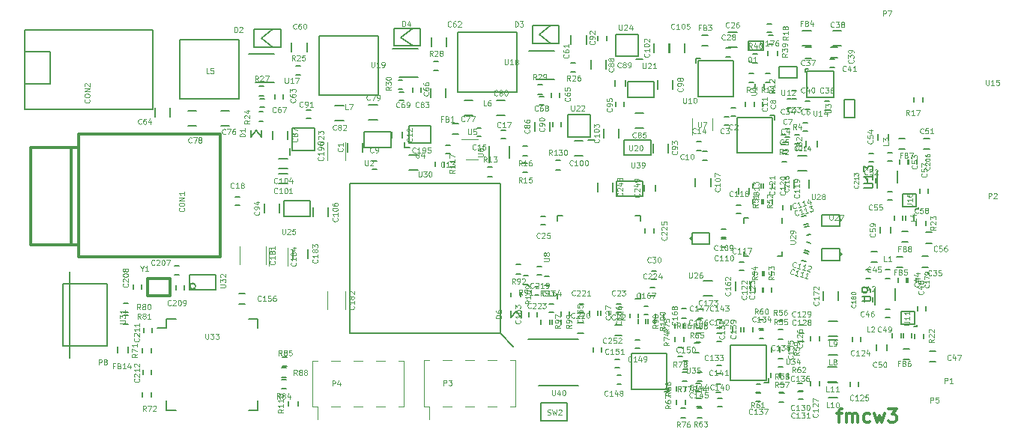
<source format=gbr>
G04 #@! TF.GenerationSoftware,KiCad,Pcbnew,(5.1.2)-1*
G04 #@! TF.CreationDate,2019-06-04T17:54:49-04:00*
G04 #@! TF.ProjectId,fmcw3,666d6377-332e-46b6-9963-61645f706362,rev?*
G04 #@! TF.SameCoordinates,Original*
G04 #@! TF.FileFunction,Legend,Top*
G04 #@! TF.FilePolarity,Positive*
%FSLAX46Y46*%
G04 Gerber Fmt 4.6, Leading zero omitted, Abs format (unit mm)*
G04 Created by KiCad (PCBNEW (5.1.2)-1) date 2019-06-04 17:54:49*
%MOMM*%
%LPD*%
G04 APERTURE LIST*
%ADD10C,0.300000*%
%ADD11C,0.150000*%
%ADD12C,0.120000*%
%ADD13C,0.125000*%
G04 APERTURE END LIST*
D10*
X207446428Y-122128571D02*
X208017857Y-122128571D01*
X207660714Y-123128571D02*
X207660714Y-121842857D01*
X207732142Y-121700000D01*
X207875000Y-121628571D01*
X208017857Y-121628571D01*
X208517857Y-123128571D02*
X208517857Y-122128571D01*
X208517857Y-122271428D02*
X208589285Y-122200000D01*
X208732142Y-122128571D01*
X208946428Y-122128571D01*
X209089285Y-122200000D01*
X209160714Y-122342857D01*
X209160714Y-123128571D01*
X209160714Y-122342857D02*
X209232142Y-122200000D01*
X209375000Y-122128571D01*
X209589285Y-122128571D01*
X209732142Y-122200000D01*
X209803571Y-122342857D01*
X209803571Y-123128571D01*
X211160714Y-123057142D02*
X211017857Y-123128571D01*
X210732142Y-123128571D01*
X210589285Y-123057142D01*
X210517857Y-122985714D01*
X210446428Y-122842857D01*
X210446428Y-122414285D01*
X210517857Y-122271428D01*
X210589285Y-122200000D01*
X210732142Y-122128571D01*
X211017857Y-122128571D01*
X211160714Y-122200000D01*
X211660714Y-122128571D02*
X211946428Y-123128571D01*
X212232142Y-122414285D01*
X212517857Y-123128571D01*
X212803571Y-122128571D01*
X213232142Y-121628571D02*
X214160714Y-121628571D01*
X213660714Y-122200000D01*
X213875000Y-122200000D01*
X214017857Y-122271428D01*
X214089285Y-122342857D01*
X214160714Y-122485714D01*
X214160714Y-122842857D01*
X214089285Y-122985714D01*
X214017857Y-123057142D01*
X213875000Y-123128571D01*
X213446428Y-123128571D01*
X213303571Y-123057142D01*
X213232142Y-122985714D01*
D11*
X202575000Y-95675000D02*
X202575000Y-96675000D01*
X204275000Y-96675000D02*
X204275000Y-95675000D01*
X204050000Y-93000000D02*
X203050000Y-93000000D01*
X203050000Y-94700000D02*
X204050000Y-94700000D01*
X216400000Y-107275000D02*
X216400000Y-106775000D01*
X215450000Y-106775000D02*
X215450000Y-107275000D01*
X211500000Y-109525000D02*
X211500000Y-109025000D01*
X210550000Y-109025000D02*
X210550000Y-109525000D01*
X215525000Y-93450000D02*
X215525000Y-93950000D01*
X216475000Y-93950000D02*
X216475000Y-93450000D01*
X210850000Y-95550000D02*
X210850000Y-96050000D01*
X211800000Y-96050000D02*
X211800000Y-95550000D01*
X211975000Y-96600000D02*
X211975000Y-94725000D01*
X214275000Y-96025000D02*
X214275000Y-94725000D01*
X214025000Y-109300000D02*
X214025000Y-108000000D01*
X211725000Y-109875000D02*
X211725000Y-108000000D01*
D12*
X148160000Y-121375000D02*
X148160000Y-116175000D01*
X158440000Y-121375000D02*
X158440000Y-116175000D01*
X148730000Y-122815000D02*
X148730000Y-121375000D01*
X148160000Y-121375000D02*
X148730000Y-121375000D01*
X148160000Y-116175000D02*
X148730000Y-116175000D01*
X157870000Y-121375000D02*
X158440000Y-121375000D01*
X157870000Y-116175000D02*
X158440000Y-116175000D01*
X150250000Y-121375000D02*
X151270000Y-121375000D01*
X150250000Y-116175000D02*
X151270000Y-116175000D01*
X152790000Y-121375000D02*
X153810000Y-121375000D01*
X152790000Y-116175000D02*
X153810000Y-116175000D01*
X155330000Y-121375000D02*
X156350000Y-121375000D01*
X155330000Y-116175000D02*
X156350000Y-116175000D01*
D11*
X145575350Y-92913810D02*
X145575350Y-92113810D01*
X148375350Y-92363810D02*
X148375350Y-92363810D01*
X148375350Y-89863810D02*
X148375350Y-92363810D01*
X145875350Y-89863810D02*
X148375350Y-89863810D01*
X145875350Y-92363810D02*
X145875350Y-89863810D01*
X148375350Y-92363810D02*
X145875350Y-92363810D01*
X180093022Y-91181050D02*
X179293022Y-91181050D01*
X179543022Y-88381050D02*
X179543022Y-88381050D01*
X177043022Y-88381050D02*
X179543022Y-88381050D01*
X177043022Y-90881050D02*
X177043022Y-88381050D01*
X179543022Y-90881050D02*
X177043022Y-90881050D01*
X179543022Y-88381050D02*
X179543022Y-90881050D01*
X185500000Y-82050000D02*
X184700000Y-82050000D01*
X184950000Y-79250000D02*
X184950000Y-79250000D01*
X182450000Y-79250000D02*
X184950000Y-79250000D01*
X182450000Y-81750000D02*
X182450000Y-79250000D01*
X184950000Y-81750000D02*
X182450000Y-81750000D01*
X184950000Y-79250000D02*
X184950000Y-81750000D01*
X199550000Y-79050000D02*
X200050000Y-79050000D01*
X200050000Y-78100000D02*
X199550000Y-78100000D01*
X131635000Y-112435000D02*
X130610000Y-112435000D01*
X141985000Y-111435000D02*
X140910000Y-111435000D01*
X141985000Y-121785000D02*
X140910000Y-121785000D01*
X131635000Y-121785000D02*
X132710000Y-121785000D01*
X131635000Y-111435000D02*
X132710000Y-111435000D01*
X131635000Y-121785000D02*
X131635000Y-120710000D01*
X141985000Y-121785000D02*
X141985000Y-120710000D01*
X141985000Y-111435000D02*
X141985000Y-112510000D01*
X131635000Y-111435000D02*
X131635000Y-112435000D01*
X204185000Y-83185000D02*
X203860000Y-83185000D01*
X203860000Y-83185000D02*
X203860000Y-83510000D01*
X204060000Y-86410000D02*
X204060000Y-83410000D01*
X204060000Y-83410000D02*
X207060000Y-83410000D01*
X207060000Y-83410000D02*
X207060000Y-86410000D01*
X207060000Y-86410000D02*
X204060000Y-86410000D01*
D12*
X193360000Y-90150000D02*
X193360000Y-88750000D01*
X191040000Y-88750000D02*
X191040000Y-90650000D01*
D11*
X208220000Y-86650000D02*
X208220000Y-88650000D01*
X209470000Y-86650000D02*
X208220000Y-86650000D01*
X209470000Y-88650000D02*
X209470000Y-86650000D01*
X208220000Y-88650000D02*
X209470000Y-88650000D01*
X200930000Y-84150000D02*
X202930000Y-84150000D01*
X200930000Y-82900000D02*
X200930000Y-84150000D01*
X202930000Y-82900000D02*
X200930000Y-82900000D01*
X202930000Y-84150000D02*
X202930000Y-82900000D01*
X192375000Y-108800000D02*
X193375000Y-108800000D01*
X193375000Y-107100000D02*
X192375000Y-107100000D01*
X205925000Y-108350000D02*
X205925000Y-109350000D01*
X207625000Y-109350000D02*
X207625000Y-108350000D01*
X175825536Y-99745694D02*
X175825536Y-100320694D01*
X185225536Y-99745694D02*
X185225536Y-100320694D01*
X185225536Y-109145694D02*
X185225536Y-108570694D01*
X175825536Y-109145694D02*
X175825536Y-108570694D01*
X185225536Y-99745694D02*
X184650536Y-99745694D01*
X185225536Y-109145694D02*
X184650536Y-109145694D01*
X175825536Y-99745694D02*
X176400536Y-99745694D01*
X140550000Y-109750000D02*
X139850000Y-109750000D01*
X139850000Y-108550000D02*
X140550000Y-108550000D01*
X169373547Y-113097215D02*
X152373547Y-113097215D01*
X152373547Y-113097215D02*
X152373547Y-96097215D01*
X152373547Y-96097215D02*
X169373547Y-96097215D01*
X169373547Y-96097215D02*
X169373547Y-113097215D01*
X169373547Y-113097215D02*
X170873547Y-114597215D01*
X115675000Y-81250000D02*
X118475000Y-81250000D01*
X118475000Y-81250000D02*
X118475000Y-84850000D01*
X118475000Y-84850000D02*
X115675000Y-84850000D01*
X130075000Y-78750000D02*
X130075000Y-87750000D01*
X115675000Y-87750000D02*
X115675000Y-78750000D01*
X115675000Y-78750000D02*
X130075000Y-78750000D01*
X130075000Y-87750000D02*
X115675000Y-87750000D01*
X161550000Y-85400000D02*
X161550000Y-86400000D01*
X163250000Y-86400000D02*
X163250000Y-85400000D01*
X154000000Y-90300000D02*
X154000000Y-92050000D01*
X154000000Y-92050000D02*
X157000000Y-92050000D01*
X157000000Y-92050000D02*
X157000000Y-90300000D01*
X157000000Y-90300000D02*
X154000000Y-90300000D01*
D10*
X129550000Y-108850000D02*
X129550000Y-106850000D01*
X129550000Y-106850000D02*
X132050000Y-106850000D01*
X132050000Y-106850000D02*
X132050000Y-108850000D01*
X132050000Y-108850000D02*
X129550000Y-108850000D01*
X129550000Y-108850000D02*
X129550000Y-108850000D01*
D11*
X172020000Y-107575000D02*
X172520000Y-107575000D01*
X172520000Y-106525000D02*
X172020000Y-106525000D01*
X199975000Y-117570000D02*
X199975000Y-118070000D01*
X201025000Y-118070000D02*
X201025000Y-117570000D01*
X203706458Y-100798520D02*
X204189421Y-100669110D01*
X203943542Y-99751480D02*
X203460579Y-99880890D01*
X212050000Y-91200000D02*
X212050000Y-90500000D01*
X213250000Y-90500000D02*
X213250000Y-91200000D01*
X177185000Y-111120000D02*
X177185000Y-110620000D01*
X176235000Y-110620000D02*
X176235000Y-111120000D01*
X173555000Y-111170000D02*
X173555000Y-110670000D01*
X172605000Y-110670000D02*
X172605000Y-111170000D01*
X175415536Y-109770694D02*
X174915536Y-109770694D01*
X174915536Y-110720694D02*
X175415536Y-110720694D01*
X186930536Y-110835694D02*
X186930536Y-111335694D01*
X187880536Y-111335694D02*
X187880536Y-110835694D01*
X186115536Y-110030694D02*
X185615536Y-110030694D01*
X185615536Y-110980694D02*
X186115536Y-110980694D01*
X184010536Y-110825694D02*
X184010536Y-111325694D01*
X184960536Y-111325694D02*
X184960536Y-110825694D01*
X175005000Y-112010000D02*
X175005000Y-111510000D01*
X173955000Y-111510000D02*
X173955000Y-112010000D01*
X185010536Y-111475694D02*
X185010536Y-111975694D01*
X186060536Y-111975694D02*
X186060536Y-111475694D01*
X176270536Y-112005694D02*
X176270536Y-111505694D01*
X175220536Y-111505694D02*
X175220536Y-112005694D01*
X186860536Y-111955694D02*
X186860536Y-111455694D01*
X185810536Y-111455694D02*
X185810536Y-111955694D01*
X201790000Y-87535000D02*
X202290000Y-87535000D01*
X202290000Y-86585000D02*
X201790000Y-86585000D01*
X195950000Y-107250000D02*
X195950000Y-108250000D01*
X197650000Y-108250000D02*
X197650000Y-107250000D01*
X126150000Y-115300000D02*
X126150000Y-114600000D01*
X127350000Y-114600000D02*
X127350000Y-115300000D01*
D12*
X149830000Y-108350000D02*
X149830000Y-110350000D01*
X151870000Y-110350000D02*
X151870000Y-108350000D01*
X145313380Y-105406234D02*
X145313380Y-103406234D01*
X143273380Y-103406234D02*
X143273380Y-105406234D01*
X151880000Y-93480000D02*
X151880000Y-91480000D01*
X149840000Y-91480000D02*
X149840000Y-93480000D01*
X139913380Y-103256234D02*
X139913380Y-105256234D01*
X142873380Y-105256234D02*
X142873380Y-103256234D01*
D11*
X157225000Y-80875000D02*
X160100000Y-80875000D01*
X158000000Y-84125000D02*
X160100000Y-84125000D01*
X173430000Y-84395000D02*
X175530000Y-84395000D01*
X172655000Y-81145000D02*
X175530000Y-81145000D01*
X140945000Y-81485000D02*
X143820000Y-81485000D01*
X141720000Y-84735000D02*
X143820000Y-84735000D01*
X172565000Y-113710000D02*
X178240000Y-113710000D01*
X173740000Y-119010000D02*
X178240000Y-119010000D01*
X201235000Y-104355000D02*
X201235000Y-103830000D01*
X196935000Y-104355000D02*
X196935000Y-103830000D01*
X196935000Y-100055000D02*
X196935000Y-100580000D01*
X201235000Y-100055000D02*
X201235000Y-100580000D01*
X196935000Y-104355000D02*
X197460000Y-104355000D01*
X196935000Y-100055000D02*
X197460000Y-100055000D01*
X201235000Y-104355000D02*
X200710000Y-104355000D01*
D12*
X167970000Y-116125000D02*
X168990000Y-116125000D01*
X167970000Y-121325000D02*
X168990000Y-121325000D01*
X165430000Y-116125000D02*
X166450000Y-116125000D01*
X165430000Y-121325000D02*
X166450000Y-121325000D01*
X162890000Y-116125000D02*
X163910000Y-116125000D01*
X162890000Y-121325000D02*
X163910000Y-121325000D01*
X170510000Y-116125000D02*
X171080000Y-116125000D01*
X170510000Y-121325000D02*
X171080000Y-121325000D01*
X160800000Y-116125000D02*
X161370000Y-116125000D01*
X160800000Y-121325000D02*
X161370000Y-121325000D01*
X161370000Y-122765000D02*
X161370000Y-121325000D01*
X171080000Y-121325000D02*
X171080000Y-116125000D01*
X160800000Y-121325000D02*
X160800000Y-116125000D01*
X166900000Y-91140000D02*
X165000000Y-91140000D01*
X165500000Y-93460000D02*
X166900000Y-93460000D01*
D11*
X207750000Y-103525000D02*
X207750000Y-104825000D01*
X207750000Y-104825000D02*
X205750000Y-104825000D01*
X205750000Y-104825000D02*
X205750000Y-103525000D01*
X205750000Y-103525000D02*
X207750000Y-103525000D01*
X207991421Y-104125000D02*
G75*
G03X207991421Y-104125000I-141421J0D01*
G01*
X207966421Y-100275000D02*
G75*
G03X207966421Y-100275000I-141421J0D01*
G01*
X205725000Y-99675000D02*
X207725000Y-99675000D01*
X205725000Y-100975000D02*
X205725000Y-99675000D01*
X207725000Y-100975000D02*
X205725000Y-100975000D01*
X207725000Y-99675000D02*
X207725000Y-100975000D01*
X191060000Y-102980000D02*
X191060000Y-101680000D01*
X191060000Y-101680000D02*
X193060000Y-101680000D01*
X193060000Y-101680000D02*
X193060000Y-102980000D01*
X193060000Y-102980000D02*
X191060000Y-102980000D01*
X191101421Y-102380000D02*
G75*
G03X191101421Y-102380000I-141421J0D01*
G01*
X213450000Y-110375000D02*
X212950000Y-110375000D01*
X212950000Y-111325000D02*
X213450000Y-111325000D01*
X216555000Y-110020000D02*
X216555000Y-110520000D01*
X217505000Y-110520000D02*
X217505000Y-110020000D01*
X195480000Y-88545000D02*
X195980000Y-88545000D01*
X195980000Y-87595000D02*
X195480000Y-87595000D01*
X195200000Y-88595000D02*
X194700000Y-88595000D01*
X194700000Y-89545000D02*
X195200000Y-89545000D01*
X201830000Y-91475000D02*
X201330000Y-91475000D01*
X201330000Y-92425000D02*
X201830000Y-92425000D01*
X201225000Y-93650000D02*
X201725000Y-93650000D01*
X201725000Y-92700000D02*
X201225000Y-92700000D01*
X204130000Y-89255000D02*
X203630000Y-89255000D01*
X203630000Y-90205000D02*
X204130000Y-90205000D01*
X201600000Y-90875000D02*
X202100000Y-90875000D01*
X202100000Y-89925000D02*
X201600000Y-89925000D01*
X199015000Y-87410000D02*
X199015000Y-86910000D01*
X198065000Y-86910000D02*
X198065000Y-87410000D01*
X154900000Y-94525000D02*
X155400000Y-94525000D01*
X155400000Y-93575000D02*
X154900000Y-93575000D01*
X183010000Y-109755000D02*
X182510000Y-109755000D01*
X182510000Y-110705000D02*
X183010000Y-110705000D01*
X197125000Y-86930000D02*
X197125000Y-87430000D01*
X198075000Y-87430000D02*
X198075000Y-86930000D01*
X163200000Y-92775000D02*
X163700000Y-92775000D01*
X163700000Y-91825000D02*
X163200000Y-91825000D01*
X167240000Y-89845000D02*
X166740000Y-89845000D01*
X166740000Y-90795000D02*
X167240000Y-90795000D01*
X214325000Y-106775000D02*
X214325000Y-107275000D01*
X215275000Y-107275000D02*
X215275000Y-106775000D01*
X133100000Y-105475000D02*
X132600000Y-105475000D01*
X132600000Y-106425000D02*
X133100000Y-106425000D01*
X127875000Y-107600000D02*
X127875000Y-108100000D01*
X128825000Y-108100000D02*
X128825000Y-107600000D01*
X181695000Y-111020000D02*
X181695000Y-110520000D01*
X180745000Y-110520000D02*
X180745000Y-111020000D01*
X174500000Y-99875000D02*
X174000000Y-99875000D01*
X174000000Y-100825000D02*
X174500000Y-100825000D01*
X180385000Y-110995694D02*
X180385000Y-110495694D01*
X179435000Y-110495694D02*
X179435000Y-110995694D01*
X191600000Y-92375000D02*
X192100000Y-92375000D01*
X192100000Y-91425000D02*
X191600000Y-91425000D01*
X186525536Y-106970694D02*
X187025536Y-106970694D01*
X187025536Y-106020694D02*
X186525536Y-106020694D01*
X202810000Y-85615000D02*
X202310000Y-85615000D01*
X202310000Y-86565000D02*
X202810000Y-86565000D01*
X214935000Y-113030000D02*
X214935000Y-113530000D01*
X215885000Y-113530000D02*
X215885000Y-113030000D01*
X206040000Y-87795000D02*
X206540000Y-87795000D01*
X206540000Y-86845000D02*
X206040000Y-86845000D01*
X204400000Y-86805000D02*
X203900000Y-86805000D01*
X203900000Y-87755000D02*
X204400000Y-87755000D01*
X211250000Y-105900000D02*
X210750000Y-105900000D01*
X210750000Y-106850000D02*
X211250000Y-106850000D01*
X195420000Y-80845000D02*
X194920000Y-80845000D01*
X194920000Y-81795000D02*
X195420000Y-81795000D01*
X194860000Y-101255000D02*
X194360000Y-101255000D01*
X194360000Y-102205000D02*
X194860000Y-102205000D01*
X204164421Y-104055890D02*
X203681458Y-103926480D01*
X203435579Y-104844110D02*
X203918542Y-104973520D01*
X203760579Y-103669110D02*
X204243542Y-103798520D01*
X204489421Y-102880890D02*
X204006458Y-102751480D01*
X204243542Y-100926480D02*
X203760579Y-101055890D01*
X204006458Y-101973520D02*
X204489421Y-101844110D01*
X214550000Y-93450000D02*
X214550000Y-93950000D01*
X215500000Y-93950000D02*
X215500000Y-93450000D01*
X216775000Y-96720000D02*
X216775000Y-97220000D01*
X217725000Y-97220000D02*
X217725000Y-96720000D01*
X216135000Y-100300000D02*
X216135000Y-99800000D01*
X215185000Y-99800000D02*
X215185000Y-100300000D01*
X211050000Y-93650000D02*
X211550000Y-93650000D01*
X211550000Y-92700000D02*
X211050000Y-92700000D01*
X143875000Y-86050000D02*
X143875000Y-86550000D01*
X144825000Y-86550000D02*
X144825000Y-86050000D01*
X175175000Y-85850000D02*
X175175000Y-86350000D01*
X176125000Y-86350000D02*
X176125000Y-85850000D01*
X160435000Y-85820000D02*
X160435000Y-85320000D01*
X159485000Y-85320000D02*
X159485000Y-85820000D01*
X213670000Y-97075000D02*
X213170000Y-97075000D01*
X213170000Y-98025000D02*
X213670000Y-98025000D01*
X169510000Y-91045000D02*
X170010000Y-91045000D01*
X170010000Y-90095000D02*
X169510000Y-90095000D01*
X139900000Y-97625000D02*
X139400000Y-97625000D01*
X139400000Y-98575000D02*
X139900000Y-98575000D01*
X192750000Y-92525000D02*
X192250000Y-92525000D01*
X192250000Y-93475000D02*
X192750000Y-93475000D01*
X173800000Y-87275000D02*
X174300000Y-87275000D01*
X174300000Y-86325000D02*
X173800000Y-86325000D01*
X158510000Y-85765000D02*
X158010000Y-85765000D01*
X158010000Y-86715000D02*
X158510000Y-86715000D01*
X207160000Y-82045000D02*
X206660000Y-82045000D01*
X206660000Y-82995000D02*
X207160000Y-82995000D01*
X175318022Y-89221050D02*
X175318022Y-89721050D01*
X176268022Y-89721050D02*
X176268022Y-89221050D01*
X147480000Y-88765000D02*
X147980000Y-88765000D01*
X147980000Y-87815000D02*
X147480000Y-87815000D01*
X180436322Y-79460700D02*
X180436322Y-79960700D01*
X181386322Y-79960700D02*
X181386322Y-79460700D01*
X183395000Y-87420000D02*
X183395000Y-86920000D01*
X182445000Y-86920000D02*
X182445000Y-87420000D01*
X142750000Y-86535000D02*
X142250000Y-86535000D01*
X142250000Y-87485000D02*
X142750000Y-87485000D01*
X203525000Y-118730000D02*
X203025000Y-118730000D01*
X203025000Y-119680000D02*
X203525000Y-119680000D01*
X203165000Y-113090000D02*
X203665000Y-113090000D01*
X203665000Y-112140000D02*
X203165000Y-112140000D01*
X203685000Y-113080000D02*
X203185000Y-113080000D01*
X203185000Y-114030000D02*
X203685000Y-114030000D01*
X205440000Y-118985000D02*
X205440000Y-118485000D01*
X204490000Y-118485000D02*
X204490000Y-118985000D01*
X182390000Y-116955000D02*
X182890000Y-116955000D01*
X182890000Y-116005000D02*
X182390000Y-116005000D01*
X205440000Y-113925000D02*
X205440000Y-113425000D01*
X204490000Y-113425000D02*
X204490000Y-113925000D01*
X208900000Y-118595000D02*
X208900000Y-119095000D01*
X209850000Y-119095000D02*
X209850000Y-118595000D01*
X210115000Y-113980000D02*
X210115000Y-113480000D01*
X209165000Y-113480000D02*
X209165000Y-113980000D01*
X199075000Y-107900000D02*
X199075000Y-108400000D01*
X200025000Y-108400000D02*
X200025000Y-107900000D01*
X199125000Y-108425000D02*
X199125000Y-107925000D01*
X198175000Y-107925000D02*
X198175000Y-108425000D01*
X195665000Y-112420000D02*
X195665000Y-112920000D01*
X196615000Y-112920000D02*
X196615000Y-112420000D01*
X194380000Y-116725000D02*
X193880000Y-116725000D01*
X193880000Y-117675000D02*
X194380000Y-117675000D01*
X198900000Y-96600000D02*
X198900000Y-96100000D01*
X197950000Y-96100000D02*
X197950000Y-96600000D01*
X198660000Y-113675000D02*
X199160000Y-113675000D01*
X199160000Y-112725000D02*
X198660000Y-112725000D01*
X200975000Y-115200000D02*
X200975000Y-114700000D01*
X200025000Y-114700000D02*
X200025000Y-115200000D01*
X200965000Y-117520000D02*
X200965000Y-118020000D01*
X201915000Y-118020000D02*
X201915000Y-117520000D01*
X198285000Y-120730000D02*
X198785000Y-120730000D01*
X198785000Y-119780000D02*
X198285000Y-119780000D01*
X200820000Y-116885000D02*
X201320000Y-116885000D01*
X201320000Y-115935000D02*
X200820000Y-115935000D01*
X196955000Y-112370000D02*
X196955000Y-112870000D01*
X197905000Y-112870000D02*
X197905000Y-112370000D01*
X193920000Y-121360000D02*
X194420000Y-121360000D01*
X194420000Y-120410000D02*
X193920000Y-120410000D01*
X194310000Y-118780000D02*
X193810000Y-118780000D01*
X193810000Y-119730000D02*
X194310000Y-119730000D01*
X193845000Y-114010000D02*
X194345000Y-114010000D01*
X194345000Y-113060000D02*
X193845000Y-113060000D01*
X194395000Y-111510000D02*
X193895000Y-111510000D01*
X193895000Y-112460000D02*
X194395000Y-112460000D01*
X191600000Y-121380000D02*
X192100000Y-121380000D01*
X192100000Y-120430000D02*
X191600000Y-120430000D01*
X200100000Y-96625000D02*
X200100000Y-96125000D01*
X199150000Y-96125000D02*
X199150000Y-96625000D01*
X203085000Y-120530000D02*
X203585000Y-120530000D01*
X203585000Y-119580000D02*
X203085000Y-119580000D01*
X192105000Y-111500000D02*
X191605000Y-111500000D01*
X191605000Y-112450000D02*
X192105000Y-112450000D01*
X183070000Y-117845000D02*
X182570000Y-117845000D01*
X182570000Y-118795000D02*
X183070000Y-118795000D01*
X184640000Y-114775000D02*
X185140000Y-114775000D01*
X185140000Y-113825000D02*
X184640000Y-113825000D01*
X190100000Y-117125000D02*
X190600000Y-117125000D01*
X190600000Y-116175000D02*
X190100000Y-116175000D01*
X202250000Y-99125000D02*
X202250000Y-98625000D01*
X201300000Y-98625000D02*
X201300000Y-99125000D01*
X196100000Y-99500000D02*
X196600000Y-99500000D01*
X196600000Y-98550000D02*
X196100000Y-98550000D01*
X196925000Y-105000000D02*
X196425000Y-105000000D01*
X196425000Y-105950000D02*
X196925000Y-105950000D01*
X191540000Y-119680000D02*
X192040000Y-119680000D01*
X192040000Y-118730000D02*
X191540000Y-118730000D01*
X191995000Y-113100000D02*
X191495000Y-113100000D01*
X191495000Y-114050000D02*
X191995000Y-114050000D01*
X213705000Y-113050000D02*
X213705000Y-113550000D01*
X214655000Y-113550000D02*
X214655000Y-113050000D01*
X179865000Y-114670000D02*
X179865000Y-115170000D01*
X180815000Y-115170000D02*
X180815000Y-114670000D01*
X133675000Y-108150000D02*
X133675000Y-107650000D01*
X132725000Y-107650000D02*
X132725000Y-108150000D01*
X194910000Y-102405000D02*
X194410000Y-102405000D01*
X194410000Y-103355000D02*
X194910000Y-103355000D01*
X129075000Y-112450000D02*
X129075000Y-112950000D01*
X130025000Y-112950000D02*
X130025000Y-112450000D01*
X128975000Y-117210000D02*
X128975000Y-117710000D01*
X129925000Y-117710000D02*
X129925000Y-117210000D01*
X213915000Y-99750000D02*
X213915000Y-100250000D01*
X214865000Y-100250000D02*
X214865000Y-99750000D01*
X213675000Y-92675000D02*
X213175000Y-92675000D01*
X213175000Y-93625000D02*
X213675000Y-93625000D01*
X213425000Y-105900000D02*
X212925000Y-105900000D01*
X212925000Y-106850000D02*
X213425000Y-106850000D01*
X174075536Y-105520694D02*
X173575536Y-105520694D01*
X173575536Y-106470694D02*
X174075536Y-106470694D01*
X178760000Y-109755000D02*
X178260000Y-109755000D01*
X178260000Y-110705000D02*
X178760000Y-110705000D01*
X173755536Y-107800694D02*
X173255536Y-107800694D01*
X173255536Y-108750694D02*
X173755536Y-108750694D01*
X186825536Y-107870694D02*
X186325536Y-107870694D01*
X186325536Y-108820694D02*
X186825536Y-108820694D01*
X185765000Y-101250000D02*
X185765000Y-101750000D01*
X186715000Y-101750000D02*
X186715000Y-101250000D01*
X212325000Y-101750000D02*
X212325000Y-101050000D01*
X213525000Y-101050000D02*
X213525000Y-101750000D01*
X183080000Y-113300000D02*
X182380000Y-113300000D01*
X182380000Y-112100000D02*
X183080000Y-112100000D01*
X213075000Y-114325000D02*
X213075000Y-115025000D01*
X211875000Y-115025000D02*
X211875000Y-114325000D01*
X205180000Y-91280000D02*
X205180000Y-91980000D01*
X203980000Y-91980000D02*
X203980000Y-91280000D01*
X197500000Y-96600000D02*
X197500000Y-97300000D01*
X196300000Y-97300000D02*
X196300000Y-96600000D01*
X186890000Y-96280000D02*
X186890000Y-96980000D01*
X185690000Y-96980000D02*
X185690000Y-96280000D01*
X192880000Y-80560000D02*
X192180000Y-80560000D01*
X192180000Y-79360000D02*
X192880000Y-79360000D01*
X214150000Y-104400000D02*
X214850000Y-104400000D01*
X214850000Y-105600000D02*
X214150000Y-105600000D01*
X214750000Y-101530000D02*
X215450000Y-101530000D01*
X215450000Y-102730000D02*
X214750000Y-102730000D01*
X215620000Y-116000000D02*
X214920000Y-116000000D01*
X214920000Y-114800000D02*
X215620000Y-114800000D01*
X214450000Y-91075000D02*
X215150000Y-91075000D01*
X215150000Y-92275000D02*
X214450000Y-92275000D01*
X206770000Y-80730000D02*
X207470000Y-80730000D01*
X207470000Y-81930000D02*
X206770000Y-81930000D01*
X217250000Y-91050000D02*
X217950000Y-91050000D01*
X217950000Y-92250000D02*
X217250000Y-92250000D01*
X211300000Y-103850000D02*
X212000000Y-103850000D01*
X212000000Y-105050000D02*
X211300000Y-105050000D01*
X217920000Y-115100000D02*
X218620000Y-115100000D01*
X218620000Y-116300000D02*
X217920000Y-116300000D01*
X164640000Y-90570000D02*
X163940000Y-90570000D01*
X163940000Y-89370000D02*
X164640000Y-89370000D01*
X178790000Y-113100000D02*
X178090000Y-113100000D01*
X178090000Y-111900000D02*
X178790000Y-111900000D01*
X217500000Y-101660000D02*
X218200000Y-101660000D01*
X218200000Y-102860000D02*
X217500000Y-102860000D01*
X157150000Y-91000000D02*
X157150000Y-90300000D01*
X158350000Y-90300000D02*
X158350000Y-91000000D01*
X203830000Y-80760000D02*
X204530000Y-80760000D01*
X204530000Y-81960000D02*
X203830000Y-81960000D01*
X217750000Y-105575000D02*
X217050000Y-105575000D01*
X217050000Y-104375000D02*
X217750000Y-104375000D01*
X183520000Y-84440000D02*
X183520000Y-85140000D01*
X182320000Y-85140000D02*
X182320000Y-84440000D01*
X173263022Y-89171050D02*
X173263022Y-90171050D01*
X174963022Y-90171050D02*
X174963022Y-89171050D01*
X185600000Y-88150000D02*
X184600000Y-88150000D01*
X184600000Y-89850000D02*
X185600000Y-89850000D01*
X151710000Y-87300000D02*
X150710000Y-87300000D01*
X150710000Y-89000000D02*
X151710000Y-89000000D01*
X168950000Y-88440000D02*
X169950000Y-88440000D01*
X169950000Y-86740000D02*
X168950000Y-86740000D01*
X155530000Y-87250000D02*
X154530000Y-87250000D01*
X154530000Y-88950000D02*
X155530000Y-88950000D01*
X135060000Y-87910000D02*
X134060000Y-87910000D01*
X134060000Y-89610000D02*
X135060000Y-89610000D01*
X165300000Y-88420000D02*
X166300000Y-88420000D01*
X166300000Y-86720000D02*
X165300000Y-86720000D01*
X137790000Y-89610000D02*
X138790000Y-89610000D01*
X138790000Y-87910000D02*
X137790000Y-87910000D01*
X153850000Y-92550000D02*
X153850000Y-91550000D01*
X152150000Y-91550000D02*
X152150000Y-92550000D01*
X182100000Y-97040000D02*
X182100000Y-96040000D01*
X180400000Y-96040000D02*
X180400000Y-97040000D01*
X149919100Y-99869306D02*
X149919100Y-98869306D01*
X148219100Y-98869306D02*
X148219100Y-99869306D01*
X207480000Y-113840000D02*
X206480000Y-113840000D01*
X206480000Y-115540000D02*
X207480000Y-115540000D01*
X206480000Y-113440000D02*
X207480000Y-113440000D01*
X207480000Y-111740000D02*
X206480000Y-111740000D01*
X207465000Y-118685000D02*
X206465000Y-118685000D01*
X206465000Y-120385000D02*
X207465000Y-120385000D01*
X206435000Y-118565000D02*
X207435000Y-118565000D01*
X207435000Y-116865000D02*
X206435000Y-116865000D01*
X159080000Y-94640000D02*
X160080000Y-94640000D01*
X160080000Y-92940000D02*
X159080000Y-92940000D01*
X204530000Y-78880000D02*
X203530000Y-78880000D01*
X203530000Y-80580000D02*
X204530000Y-80580000D01*
X188350000Y-92650000D02*
X188350000Y-91650000D01*
X186650000Y-91650000D02*
X186650000Y-92650000D01*
X145375350Y-91163810D02*
X145375350Y-90163810D01*
X143675350Y-90163810D02*
X143675350Y-91163810D01*
X144419100Y-99419306D02*
X144419100Y-98419306D01*
X142719100Y-98419306D02*
X142719100Y-99419306D01*
X187180000Y-84460000D02*
X187180000Y-85460000D01*
X188880000Y-85460000D02*
X188880000Y-84460000D01*
X178750000Y-91300000D02*
X177750000Y-91300000D01*
X177750000Y-93000000D02*
X178750000Y-93000000D01*
X144350000Y-96150000D02*
X145350000Y-96150000D01*
X145350000Y-94450000D02*
X144350000Y-94450000D01*
X188481322Y-81290700D02*
X188481322Y-80290700D01*
X186781322Y-80290700D02*
X186781322Y-81290700D01*
X181100000Y-89950000D02*
X181100000Y-90950000D01*
X182800000Y-90950000D02*
X182800000Y-89950000D01*
X145350000Y-93300000D02*
X144350000Y-93300000D01*
X144350000Y-95000000D02*
X145350000Y-95000000D01*
X188541322Y-80300700D02*
X188541322Y-81300700D01*
X190241322Y-81300700D02*
X190241322Y-80300700D01*
X191450000Y-95500000D02*
X191450000Y-96500000D01*
X193150000Y-96500000D02*
X193150000Y-95500000D01*
X161610000Y-79610000D02*
X161610000Y-80610000D01*
X163310000Y-80610000D02*
X163310000Y-79610000D01*
X130400000Y-87600000D02*
X130400000Y-88600000D01*
X132100000Y-88600000D02*
X132100000Y-87600000D01*
X177400000Y-79360000D02*
X177400000Y-80360000D01*
X179100000Y-80360000D02*
X179100000Y-79360000D01*
X147520000Y-81190000D02*
X147520000Y-80190000D01*
X145820000Y-80190000D02*
X145820000Y-81190000D01*
X206950000Y-80550000D02*
X207950000Y-80550000D01*
X207950000Y-78850000D02*
X206950000Y-78850000D01*
X195130000Y-80740000D02*
X196130000Y-80740000D01*
X196130000Y-79040000D02*
X195130000Y-79040000D01*
X181345805Y-83173855D02*
X181345805Y-82173855D01*
X179645805Y-82173855D02*
X179645805Y-83173855D01*
X147643380Y-104556234D02*
X147643380Y-103556234D01*
X145943380Y-103556234D02*
X145943380Y-104556234D01*
X170410000Y-93220000D02*
X170410000Y-91920000D01*
X168110000Y-93795000D02*
X168110000Y-91920000D01*
D10*
X121700000Y-90550000D02*
X137700000Y-90550000D01*
X137700000Y-90550000D02*
X137700000Y-104400000D01*
X137700000Y-104400000D02*
X121700000Y-104400000D01*
X121700000Y-104400000D02*
X121700000Y-90550000D01*
X121700000Y-92050000D02*
X116300000Y-92050000D01*
X116300000Y-92050000D02*
X116300000Y-103050000D01*
X116300000Y-103050000D02*
X121700000Y-103050000D01*
X121700000Y-103250000D02*
X121700000Y-103250000D01*
X120900000Y-92050000D02*
X120900000Y-103050000D01*
X120900000Y-103050000D02*
X120900000Y-103050000D01*
D11*
X176970000Y-122940000D02*
X173970000Y-122940000D01*
X176970000Y-120940000D02*
X176970000Y-122940000D01*
X173970000Y-120940000D02*
X176970000Y-120940000D01*
X173970000Y-122940000D02*
X173970000Y-120940000D01*
X159045714Y-89587500D02*
X161545714Y-89587500D01*
X161545714Y-89587500D02*
X161545714Y-91587500D01*
X161545714Y-91587500D02*
X159045714Y-91587500D01*
X159045714Y-91587500D02*
X159045714Y-89587500D01*
X158545714Y-91462500D02*
X158545714Y-92012500D01*
X158545714Y-92062500D02*
X159195714Y-92062500D01*
X171750000Y-110550000D02*
X171750000Y-111250000D01*
X170550000Y-111250000D02*
X170550000Y-110550000D01*
X171150000Y-110600000D02*
X170550000Y-111300000D01*
X171750000Y-111300000D02*
X171150000Y-110600000D01*
X142410663Y-90838277D02*
X141810663Y-90138277D01*
X141810663Y-90138277D02*
X141210663Y-90838277D01*
X141210663Y-90788277D02*
X141210663Y-90088277D01*
X142410663Y-90088277D02*
X142410663Y-90788277D01*
X197990000Y-83645000D02*
X197490000Y-83645000D01*
X197490000Y-84695000D02*
X197990000Y-84695000D01*
X201190000Y-91685000D02*
X201690000Y-91685000D01*
X201690000Y-90635000D02*
X201190000Y-90635000D01*
X199890000Y-83645000D02*
X199390000Y-83645000D01*
X199390000Y-84695000D02*
X199890000Y-84695000D01*
X168480000Y-94305000D02*
X167980000Y-94305000D01*
X167980000Y-95355000D02*
X168480000Y-95355000D01*
X172470000Y-93825000D02*
X171970000Y-93825000D01*
X171970000Y-94875000D02*
X172470000Y-94875000D01*
X198165000Y-84880000D02*
X198165000Y-85380000D01*
X199215000Y-85380000D02*
X199215000Y-84880000D01*
X202690000Y-91655000D02*
X203190000Y-91655000D01*
X203190000Y-90605000D02*
X202690000Y-90605000D01*
X162390000Y-82325000D02*
X161890000Y-82325000D01*
X161890000Y-83375000D02*
X162390000Y-83375000D01*
X157850000Y-85495000D02*
X158350000Y-85495000D01*
X158350000Y-84445000D02*
X157850000Y-84445000D01*
X174100000Y-84975000D02*
X173600000Y-84975000D01*
X173600000Y-86025000D02*
X174100000Y-86025000D01*
X201465000Y-118820000D02*
X200965000Y-118820000D01*
X200965000Y-119870000D02*
X201465000Y-119870000D01*
X192245000Y-110350000D02*
X191745000Y-110350000D01*
X191745000Y-111400000D02*
X192245000Y-111400000D01*
X199655000Y-81180000D02*
X199655000Y-81680000D01*
X200705000Y-81680000D02*
X200705000Y-81180000D01*
X198470000Y-81455000D02*
X197970000Y-81455000D01*
X197970000Y-82505000D02*
X198470000Y-82505000D01*
X201335000Y-112680000D02*
X200835000Y-112680000D01*
X200835000Y-113730000D02*
X201335000Y-113730000D01*
X177400000Y-83525000D02*
X177900000Y-83525000D01*
X177900000Y-82475000D02*
X177400000Y-82475000D01*
X200150000Y-98375000D02*
X200150000Y-97875000D01*
X199100000Y-97875000D02*
X199100000Y-98375000D01*
X198975000Y-98400000D02*
X198975000Y-97900000D01*
X197925000Y-97900000D02*
X197925000Y-98400000D01*
X198125000Y-106025000D02*
X198125000Y-106525000D01*
X199175000Y-106525000D02*
X199175000Y-106025000D01*
X199025000Y-106025000D02*
X199025000Y-106525000D01*
X200075000Y-106525000D02*
X200075000Y-106025000D01*
X200935000Y-120820000D02*
X201435000Y-120820000D01*
X201435000Y-119770000D02*
X200935000Y-119770000D01*
X201295000Y-111610000D02*
X200795000Y-111610000D01*
X200795000Y-112660000D02*
X201295000Y-112660000D01*
X199750000Y-80385000D02*
X200250000Y-80385000D01*
X200250000Y-79335000D02*
X199750000Y-79335000D01*
X217155000Y-86860000D02*
X217155000Y-86360000D01*
X216105000Y-86360000D02*
X216105000Y-86860000D01*
X171960000Y-92975000D02*
X172460000Y-92975000D01*
X172460000Y-91925000D02*
X171960000Y-91925000D01*
X163085000Y-94160000D02*
X163085000Y-93660000D01*
X162035000Y-93660000D02*
X162035000Y-94160000D01*
X176150000Y-93525000D02*
X175650000Y-93525000D01*
X175650000Y-94575000D02*
X176150000Y-94575000D01*
X190320000Y-121570000D02*
X189820000Y-121570000D01*
X189820000Y-122620000D02*
X190320000Y-122620000D01*
X202025000Y-115080000D02*
X202025000Y-114580000D01*
X200975000Y-114580000D02*
X200975000Y-115080000D01*
X198815000Y-118790000D02*
X198315000Y-118790000D01*
X198315000Y-119840000D02*
X198815000Y-119840000D01*
X145475000Y-120750000D02*
X145475000Y-121250000D01*
X146525000Y-121250000D02*
X146525000Y-120750000D01*
X191700000Y-122610000D02*
X192200000Y-122610000D01*
X192200000Y-121560000D02*
X191700000Y-121560000D01*
X191670000Y-118520000D02*
X192170000Y-118520000D01*
X192170000Y-117470000D02*
X191670000Y-117470000D01*
X191350000Y-115225000D02*
X191850000Y-115225000D01*
X191850000Y-114175000D02*
X191350000Y-114175000D01*
X189265000Y-120575000D02*
X189265000Y-121075000D01*
X190315000Y-121075000D02*
X190315000Y-120575000D01*
X190305000Y-119605000D02*
X190305000Y-119105000D01*
X189255000Y-119105000D02*
X189255000Y-119605000D01*
X189090000Y-111955000D02*
X189090000Y-112455000D01*
X190140000Y-112455000D02*
X190140000Y-111955000D01*
X129975000Y-115250000D02*
X129975000Y-114750000D01*
X128925000Y-114750000D02*
X128925000Y-115250000D01*
X189090000Y-113475000D02*
X189090000Y-113975000D01*
X190140000Y-113975000D02*
X190140000Y-113475000D01*
X128935000Y-119790000D02*
X128935000Y-120290000D01*
X129985000Y-120290000D02*
X129985000Y-119790000D01*
X142670000Y-85155000D02*
X142170000Y-85155000D01*
X142170000Y-86205000D02*
X142670000Y-86205000D01*
X142600000Y-88025000D02*
X142100000Y-88025000D01*
X142100000Y-89075000D02*
X142600000Y-89075000D01*
X217465000Y-100870000D02*
X217465000Y-100370000D01*
X216415000Y-100370000D02*
X216415000Y-100870000D01*
X216215000Y-113120000D02*
X216215000Y-113620000D01*
X217265000Y-113620000D02*
X217265000Y-113120000D01*
X190440000Y-117450000D02*
X189940000Y-117450000D01*
X189940000Y-118500000D02*
X190440000Y-118500000D01*
X189450000Y-115725000D02*
X189950000Y-115725000D01*
X189950000Y-114675000D02*
X189450000Y-114675000D01*
X126810000Y-110715000D02*
X127310000Y-110715000D01*
X127310000Y-109665000D02*
X126810000Y-109665000D01*
X127300000Y-111035000D02*
X126800000Y-111035000D01*
X126800000Y-112085000D02*
X127300000Y-112085000D01*
X146320000Y-83875000D02*
X146820000Y-83875000D01*
X146820000Y-82825000D02*
X146320000Y-82825000D01*
X174925536Y-106620694D02*
X174425536Y-106620694D01*
X174425536Y-107670694D02*
X174925536Y-107670694D01*
X171200000Y-106335000D02*
X171700000Y-106335000D01*
X171700000Y-105285000D02*
X171200000Y-105285000D01*
X198640000Y-112555000D02*
X199140000Y-112555000D01*
X199140000Y-111505000D02*
X198640000Y-111505000D01*
X144650000Y-118025000D02*
X145150000Y-118025000D01*
X145150000Y-116975000D02*
X144650000Y-116975000D01*
X189895000Y-111360000D02*
X190395000Y-111360000D01*
X190395000Y-110310000D02*
X189895000Y-110310000D01*
X145250000Y-115775000D02*
X144750000Y-115775000D01*
X144750000Y-116825000D02*
X145250000Y-116825000D01*
X144650000Y-119325000D02*
X145150000Y-119325000D01*
X145150000Y-118275000D02*
X144650000Y-118275000D01*
X170625000Y-108450000D02*
X170625000Y-108950000D01*
X171675000Y-108950000D02*
X171675000Y-108450000D01*
X158170000Y-79580000D02*
X159470000Y-80580000D01*
X159470000Y-78580000D02*
X158170000Y-79580000D01*
X157370000Y-78580000D02*
X157370000Y-80580000D01*
X157370000Y-80580000D02*
X160370000Y-80580000D01*
X160370000Y-80580000D02*
X160370000Y-78580000D01*
X160370000Y-78580000D02*
X157370000Y-78580000D01*
X144560000Y-78720000D02*
X141560000Y-78720000D01*
X144560000Y-80720000D02*
X144560000Y-78720000D01*
X141560000Y-80720000D02*
X144560000Y-80720000D01*
X141560000Y-78720000D02*
X141560000Y-80720000D01*
X143660000Y-78720000D02*
X142360000Y-79720000D01*
X142360000Y-79720000D02*
X143660000Y-80720000D01*
X173810000Y-79300000D02*
X175110000Y-80300000D01*
X175110000Y-78300000D02*
X173810000Y-79300000D01*
X173010000Y-78300000D02*
X173010000Y-80300000D01*
X173010000Y-80300000D02*
X176010000Y-80300000D01*
X176010000Y-80300000D02*
X176010000Y-78300000D01*
X176010000Y-78300000D02*
X173010000Y-78300000D01*
X186400000Y-92950000D02*
X186400000Y-91200000D01*
X186400000Y-91200000D02*
X183400000Y-91200000D01*
X183400000Y-91200000D02*
X183400000Y-92950000D01*
X183400000Y-92950000D02*
X186400000Y-92950000D01*
X185500000Y-97610000D02*
X185500000Y-95860000D01*
X185500000Y-95860000D02*
X182500000Y-95860000D01*
X182500000Y-95860000D02*
X182500000Y-97610000D01*
X182500000Y-97610000D02*
X185500000Y-97610000D01*
X183780000Y-86380000D02*
X186780000Y-86380000D01*
X183780000Y-84630000D02*
X183780000Y-86380000D01*
X186780000Y-84630000D02*
X183780000Y-84630000D01*
X186780000Y-86380000D02*
X186780000Y-84630000D01*
X144919100Y-98069306D02*
X144919100Y-99819306D01*
X144919100Y-99819306D02*
X147919100Y-99819306D01*
X147919100Y-99819306D02*
X147919100Y-98069306D01*
X147919100Y-98069306D02*
X144919100Y-98069306D01*
X134946228Y-107740000D02*
G75*
G03X134946228Y-107740000I-316228J0D01*
G01*
X134230000Y-108140000D02*
X134230000Y-106440000D01*
X134230000Y-106440000D02*
X137230000Y-106440000D01*
X137230000Y-106440000D02*
X137230000Y-108140000D01*
X137230000Y-108140000D02*
X134230000Y-108140000D01*
X197430000Y-81020000D02*
X197430000Y-80020000D01*
X197430000Y-80020000D02*
X199130000Y-80020000D01*
X199130000Y-80020000D02*
X199130000Y-81020000D01*
X199130000Y-81020000D02*
X197430000Y-81020000D01*
X148930000Y-86180000D02*
X148930000Y-79480000D01*
X148930000Y-79480000D02*
X155630000Y-79480000D01*
X155630000Y-79480000D02*
X155630000Y-86180000D01*
X155630000Y-86180000D02*
X148930000Y-86180000D01*
X171260000Y-85760000D02*
X164560000Y-85760000D01*
X171260000Y-79060000D02*
X171260000Y-85760000D01*
X164560000Y-79060000D02*
X171260000Y-79060000D01*
X164560000Y-85760000D02*
X164560000Y-79060000D01*
X133180000Y-86600000D02*
X133180000Y-79900000D01*
X133180000Y-79900000D02*
X139880000Y-79900000D01*
X139880000Y-79900000D02*
X139880000Y-86600000D01*
X139880000Y-86600000D02*
X133180000Y-86600000D01*
X119925000Y-107500000D02*
X124925000Y-107500000D01*
X124925000Y-107500000D02*
X124925000Y-114500000D01*
X124925000Y-114500000D02*
X119925000Y-114500000D01*
X119925000Y-114500000D02*
X119925000Y-107500000D01*
X120700000Y-106150000D02*
X120700000Y-115850000D01*
X200410000Y-88930000D02*
X200410000Y-88430000D01*
X200410000Y-88430000D02*
X199910000Y-88430000D01*
X200160000Y-92680000D02*
X196160000Y-92680000D01*
X196160000Y-92680000D02*
X196160000Y-88680000D01*
X196160000Y-88680000D02*
X200160000Y-88680000D01*
X200160000Y-88680000D02*
X200160000Y-92680000D01*
X199435000Y-118375000D02*
X195435000Y-118375000D01*
X199435000Y-114375000D02*
X199435000Y-118375000D01*
X195435000Y-114375000D02*
X199435000Y-114375000D01*
X195435000Y-118375000D02*
X195435000Y-114375000D01*
X199685000Y-118625000D02*
X199685000Y-118125000D01*
X199185000Y-118625000D02*
X199685000Y-118625000D01*
X187935000Y-119630000D02*
X188435000Y-119630000D01*
X188435000Y-119630000D02*
X188435000Y-119130000D01*
X184185000Y-119380000D02*
X184185000Y-115380000D01*
X184185000Y-115380000D02*
X188185000Y-115380000D01*
X188185000Y-115380000D02*
X188185000Y-119380000D01*
X188185000Y-119380000D02*
X184185000Y-119380000D01*
X192020000Y-82020000D02*
X191520000Y-82020000D01*
X191520000Y-82020000D02*
X191520000Y-82520000D01*
X195770000Y-82270000D02*
X195770000Y-86270000D01*
X195770000Y-86270000D02*
X191770000Y-86270000D01*
X191770000Y-86270000D02*
X191770000Y-82270000D01*
X191770000Y-82270000D02*
X195770000Y-82270000D01*
X214885000Y-97290000D02*
X216385000Y-97290000D01*
X214885000Y-98790000D02*
X214885000Y-97290000D01*
X216385000Y-98790000D02*
X214885000Y-98790000D01*
X216385000Y-97290000D02*
X216385000Y-98790000D01*
X216660000Y-99040000D02*
X216660000Y-98815000D01*
X216285000Y-99040000D02*
X216660000Y-99040000D01*
X216105000Y-112330000D02*
X216480000Y-112330000D01*
X216480000Y-112330000D02*
X216480000Y-112105000D01*
X216205000Y-110580000D02*
X216205000Y-112080000D01*
X216205000Y-112080000D02*
X214705000Y-112080000D01*
X214705000Y-112080000D02*
X214705000Y-110580000D01*
X214705000Y-110580000D02*
X216205000Y-110580000D01*
D13*
X201928571Y-96734523D02*
X201952380Y-96758333D01*
X201976190Y-96829761D01*
X201976190Y-96877380D01*
X201952380Y-96948809D01*
X201904761Y-96996428D01*
X201857142Y-97020238D01*
X201761904Y-97044047D01*
X201690476Y-97044047D01*
X201595238Y-97020238D01*
X201547619Y-96996428D01*
X201500000Y-96948809D01*
X201476190Y-96877380D01*
X201476190Y-96829761D01*
X201500000Y-96758333D01*
X201523809Y-96734523D01*
X201523809Y-96544047D02*
X201500000Y-96520238D01*
X201476190Y-96472619D01*
X201476190Y-96353571D01*
X201500000Y-96305952D01*
X201523809Y-96282142D01*
X201571428Y-96258333D01*
X201619047Y-96258333D01*
X201690476Y-96282142D01*
X201976190Y-96567857D01*
X201976190Y-96258333D01*
X201976190Y-95782142D02*
X201976190Y-96067857D01*
X201976190Y-95925000D02*
X201476190Y-95925000D01*
X201547619Y-95972619D01*
X201595238Y-96020238D01*
X201619047Y-96067857D01*
X201476190Y-95329761D02*
X201476190Y-95567857D01*
X201714285Y-95591666D01*
X201690476Y-95567857D01*
X201666666Y-95520238D01*
X201666666Y-95401190D01*
X201690476Y-95353571D01*
X201714285Y-95329761D01*
X201761904Y-95305952D01*
X201880952Y-95305952D01*
X201928571Y-95329761D01*
X201952380Y-95353571D01*
X201976190Y-95401190D01*
X201976190Y-95520238D01*
X201952380Y-95567857D01*
X201928571Y-95591666D01*
X202990476Y-92353571D02*
X202966666Y-92377380D01*
X202895238Y-92401190D01*
X202847619Y-92401190D01*
X202776190Y-92377380D01*
X202728571Y-92329761D01*
X202704761Y-92282142D01*
X202680952Y-92186904D01*
X202680952Y-92115476D01*
X202704761Y-92020238D01*
X202728571Y-91972619D01*
X202776190Y-91925000D01*
X202847619Y-91901190D01*
X202895238Y-91901190D01*
X202966666Y-91925000D01*
X202990476Y-91948809D01*
X203180952Y-91948809D02*
X203204761Y-91925000D01*
X203252380Y-91901190D01*
X203371428Y-91901190D01*
X203419047Y-91925000D01*
X203442857Y-91948809D01*
X203466666Y-91996428D01*
X203466666Y-92044047D01*
X203442857Y-92115476D01*
X203157142Y-92401190D01*
X203466666Y-92401190D01*
X203942857Y-92401190D02*
X203657142Y-92401190D01*
X203800000Y-92401190D02*
X203800000Y-91901190D01*
X203752380Y-91972619D01*
X203704761Y-92020238D01*
X203657142Y-92044047D01*
X204371428Y-92067857D02*
X204371428Y-92401190D01*
X204252380Y-91877380D02*
X204133333Y-92234523D01*
X204442857Y-92234523D01*
X217803571Y-107584523D02*
X217827380Y-107608333D01*
X217851190Y-107679761D01*
X217851190Y-107727380D01*
X217827380Y-107798809D01*
X217779761Y-107846428D01*
X217732142Y-107870238D01*
X217636904Y-107894047D01*
X217565476Y-107894047D01*
X217470238Y-107870238D01*
X217422619Y-107846428D01*
X217375000Y-107798809D01*
X217351190Y-107727380D01*
X217351190Y-107679761D01*
X217375000Y-107608333D01*
X217398809Y-107584523D01*
X217851190Y-107108333D02*
X217851190Y-107394047D01*
X217851190Y-107251190D02*
X217351190Y-107251190D01*
X217422619Y-107298809D01*
X217470238Y-107346428D01*
X217494047Y-107394047D01*
X217351190Y-106941666D02*
X217351190Y-106608333D01*
X217851190Y-106822619D01*
X217851190Y-106394047D02*
X217851190Y-106298809D01*
X217827380Y-106251190D01*
X217803571Y-106227380D01*
X217732142Y-106179761D01*
X217636904Y-106155952D01*
X217446428Y-106155952D01*
X217398809Y-106179761D01*
X217375000Y-106203571D01*
X217351190Y-106251190D01*
X217351190Y-106346428D01*
X217375000Y-106394047D01*
X217398809Y-106417857D01*
X217446428Y-106441666D01*
X217565476Y-106441666D01*
X217613095Y-106417857D01*
X217636904Y-106394047D01*
X217660714Y-106346428D01*
X217660714Y-106251190D01*
X217636904Y-106203571D01*
X217613095Y-106179761D01*
X217565476Y-106155952D01*
X209503571Y-109834523D02*
X209527380Y-109858333D01*
X209551190Y-109929761D01*
X209551190Y-109977380D01*
X209527380Y-110048809D01*
X209479761Y-110096428D01*
X209432142Y-110120238D01*
X209336904Y-110144047D01*
X209265476Y-110144047D01*
X209170238Y-110120238D01*
X209122619Y-110096428D01*
X209075000Y-110048809D01*
X209051190Y-109977380D01*
X209051190Y-109929761D01*
X209075000Y-109858333D01*
X209098809Y-109834523D01*
X209551190Y-109358333D02*
X209551190Y-109644047D01*
X209551190Y-109501190D02*
X209051190Y-109501190D01*
X209122619Y-109548809D01*
X209170238Y-109596428D01*
X209194047Y-109644047D01*
X209265476Y-109072619D02*
X209241666Y-109120238D01*
X209217857Y-109144047D01*
X209170238Y-109167857D01*
X209146428Y-109167857D01*
X209098809Y-109144047D01*
X209075000Y-109120238D01*
X209051190Y-109072619D01*
X209051190Y-108977380D01*
X209075000Y-108929761D01*
X209098809Y-108905952D01*
X209146428Y-108882142D01*
X209170238Y-108882142D01*
X209217857Y-108905952D01*
X209241666Y-108929761D01*
X209265476Y-108977380D01*
X209265476Y-109072619D01*
X209289285Y-109120238D01*
X209313095Y-109144047D01*
X209360714Y-109167857D01*
X209455952Y-109167857D01*
X209503571Y-109144047D01*
X209527380Y-109120238D01*
X209551190Y-109072619D01*
X209551190Y-108977380D01*
X209527380Y-108929761D01*
X209503571Y-108905952D01*
X209455952Y-108882142D01*
X209360714Y-108882142D01*
X209313095Y-108905952D01*
X209289285Y-108929761D01*
X209265476Y-108977380D01*
X209051190Y-108572619D02*
X209051190Y-108525000D01*
X209075000Y-108477380D01*
X209098809Y-108453571D01*
X209146428Y-108429761D01*
X209241666Y-108405952D01*
X209360714Y-108405952D01*
X209455952Y-108429761D01*
X209503571Y-108453571D01*
X209527380Y-108477380D01*
X209551190Y-108525000D01*
X209551190Y-108572619D01*
X209527380Y-108620238D01*
X209503571Y-108644047D01*
X209455952Y-108667857D01*
X209360714Y-108691666D01*
X209241666Y-108691666D01*
X209146428Y-108667857D01*
X209098809Y-108644047D01*
X209075000Y-108620238D01*
X209051190Y-108572619D01*
X217878571Y-94259523D02*
X217902380Y-94283333D01*
X217926190Y-94354761D01*
X217926190Y-94402380D01*
X217902380Y-94473809D01*
X217854761Y-94521428D01*
X217807142Y-94545238D01*
X217711904Y-94569047D01*
X217640476Y-94569047D01*
X217545238Y-94545238D01*
X217497619Y-94521428D01*
X217450000Y-94473809D01*
X217426190Y-94402380D01*
X217426190Y-94354761D01*
X217450000Y-94283333D01*
X217473809Y-94259523D01*
X217473809Y-94069047D02*
X217450000Y-94045238D01*
X217426190Y-93997619D01*
X217426190Y-93878571D01*
X217450000Y-93830952D01*
X217473809Y-93807142D01*
X217521428Y-93783333D01*
X217569047Y-93783333D01*
X217640476Y-93807142D01*
X217926190Y-94092857D01*
X217926190Y-93783333D01*
X217426190Y-93473809D02*
X217426190Y-93426190D01*
X217450000Y-93378571D01*
X217473809Y-93354761D01*
X217521428Y-93330952D01*
X217616666Y-93307142D01*
X217735714Y-93307142D01*
X217830952Y-93330952D01*
X217878571Y-93354761D01*
X217902380Y-93378571D01*
X217926190Y-93426190D01*
X217926190Y-93473809D01*
X217902380Y-93521428D01*
X217878571Y-93545238D01*
X217830952Y-93569047D01*
X217735714Y-93592857D01*
X217616666Y-93592857D01*
X217521428Y-93569047D01*
X217473809Y-93545238D01*
X217450000Y-93521428D01*
X217426190Y-93473809D01*
X217426190Y-92878571D02*
X217426190Y-92973809D01*
X217450000Y-93021428D01*
X217473809Y-93045238D01*
X217545238Y-93092857D01*
X217640476Y-93116666D01*
X217830952Y-93116666D01*
X217878571Y-93092857D01*
X217902380Y-93069047D01*
X217926190Y-93021428D01*
X217926190Y-92926190D01*
X217902380Y-92878571D01*
X217878571Y-92854761D01*
X217830952Y-92830952D01*
X217711904Y-92830952D01*
X217664285Y-92854761D01*
X217640476Y-92878571D01*
X217616666Y-92926190D01*
X217616666Y-93021428D01*
X217640476Y-93069047D01*
X217664285Y-93092857D01*
X217711904Y-93116666D01*
X209803571Y-96359523D02*
X209827380Y-96383333D01*
X209851190Y-96454761D01*
X209851190Y-96502380D01*
X209827380Y-96573809D01*
X209779761Y-96621428D01*
X209732142Y-96645238D01*
X209636904Y-96669047D01*
X209565476Y-96669047D01*
X209470238Y-96645238D01*
X209422619Y-96621428D01*
X209375000Y-96573809D01*
X209351190Y-96502380D01*
X209351190Y-96454761D01*
X209375000Y-96383333D01*
X209398809Y-96359523D01*
X209398809Y-96169047D02*
X209375000Y-96145238D01*
X209351190Y-96097619D01*
X209351190Y-95978571D01*
X209375000Y-95930952D01*
X209398809Y-95907142D01*
X209446428Y-95883333D01*
X209494047Y-95883333D01*
X209565476Y-95907142D01*
X209851190Y-96192857D01*
X209851190Y-95883333D01*
X209851190Y-95407142D02*
X209851190Y-95692857D01*
X209851190Y-95550000D02*
X209351190Y-95550000D01*
X209422619Y-95597619D01*
X209470238Y-95645238D01*
X209494047Y-95692857D01*
X209351190Y-95240476D02*
X209351190Y-94930952D01*
X209541666Y-95097619D01*
X209541666Y-95026190D01*
X209565476Y-94978571D01*
X209589285Y-94954761D01*
X209636904Y-94930952D01*
X209755952Y-94930952D01*
X209803571Y-94954761D01*
X209827380Y-94978571D01*
X209851190Y-95026190D01*
X209851190Y-95169047D01*
X209827380Y-95216666D01*
X209803571Y-95240476D01*
D11*
X210502380Y-96663095D02*
X211311904Y-96663095D01*
X211407142Y-96615476D01*
X211454761Y-96567857D01*
X211502380Y-96472619D01*
X211502380Y-96282142D01*
X211454761Y-96186904D01*
X211407142Y-96139285D01*
X211311904Y-96091666D01*
X210502380Y-96091666D01*
X211502380Y-95091666D02*
X211502380Y-95663095D01*
X211502380Y-95377380D02*
X210502380Y-95377380D01*
X210645238Y-95472619D01*
X210740476Y-95567857D01*
X210788095Y-95663095D01*
X210502380Y-94758333D02*
X210502380Y-94139285D01*
X210883333Y-94472619D01*
X210883333Y-94329761D01*
X210930952Y-94234523D01*
X210978571Y-94186904D01*
X211073809Y-94139285D01*
X211311904Y-94139285D01*
X211407142Y-94186904D01*
X211454761Y-94234523D01*
X211502380Y-94329761D01*
X211502380Y-94615476D01*
X211454761Y-94710714D01*
X211407142Y-94758333D01*
X210252380Y-109461904D02*
X211061904Y-109461904D01*
X211157142Y-109414285D01*
X211204761Y-109366666D01*
X211252380Y-109271428D01*
X211252380Y-109080952D01*
X211204761Y-108985714D01*
X211157142Y-108938095D01*
X211061904Y-108890476D01*
X210252380Y-108890476D01*
X211252380Y-108366666D02*
X211252380Y-108176190D01*
X211204761Y-108080952D01*
X211157142Y-108033333D01*
X211014285Y-107938095D01*
X210823809Y-107890476D01*
X210442857Y-107890476D01*
X210347619Y-107938095D01*
X210300000Y-107985714D01*
X210252380Y-108080952D01*
X210252380Y-108271428D01*
X210300000Y-108366666D01*
X210347619Y-108414285D01*
X210442857Y-108461904D01*
X210680952Y-108461904D01*
X210776190Y-108414285D01*
X210823809Y-108366666D01*
X210871428Y-108271428D01*
X210871428Y-108080952D01*
X210823809Y-107985714D01*
X210776190Y-107938095D01*
X210680952Y-107890476D01*
D13*
X150412142Y-119016428D02*
X150412142Y-118416428D01*
X150640714Y-118416428D01*
X150697857Y-118445000D01*
X150726428Y-118473571D01*
X150755000Y-118530714D01*
X150755000Y-118616428D01*
X150726428Y-118673571D01*
X150697857Y-118702142D01*
X150640714Y-118730714D01*
X150412142Y-118730714D01*
X151269285Y-118616428D02*
X151269285Y-119016428D01*
X151126428Y-118387857D02*
X150983571Y-118816428D01*
X151355000Y-118816428D01*
X148796778Y-91706667D02*
X149282492Y-91706667D01*
X149339635Y-91678095D01*
X149368207Y-91649524D01*
X149396778Y-91592381D01*
X149396778Y-91478095D01*
X149368207Y-91420952D01*
X149339635Y-91392381D01*
X149282492Y-91363810D01*
X148796778Y-91363810D01*
X148853921Y-91106667D02*
X148825350Y-91078095D01*
X148796778Y-91020952D01*
X148796778Y-90878095D01*
X148825350Y-90820952D01*
X148853921Y-90792381D01*
X148911064Y-90763810D01*
X148968207Y-90763810D01*
X149053921Y-90792381D01*
X149396778Y-91135238D01*
X149396778Y-90763810D01*
X148796778Y-90563810D02*
X148796778Y-90192381D01*
X149025350Y-90392381D01*
X149025350Y-90306667D01*
X149053921Y-90249524D01*
X149082492Y-90220952D01*
X149139635Y-90192381D01*
X149282492Y-90192381D01*
X149339635Y-90220952D01*
X149368207Y-90249524D01*
X149396778Y-90306667D01*
X149396778Y-90478095D01*
X149368207Y-90535238D01*
X149339635Y-90563810D01*
X177400164Y-87302478D02*
X177400164Y-87788192D01*
X177428736Y-87845335D01*
X177457307Y-87873907D01*
X177514450Y-87902478D01*
X177628736Y-87902478D01*
X177685879Y-87873907D01*
X177714450Y-87845335D01*
X177743022Y-87788192D01*
X177743022Y-87302478D01*
X178000164Y-87359621D02*
X178028736Y-87331050D01*
X178085879Y-87302478D01*
X178228736Y-87302478D01*
X178285879Y-87331050D01*
X178314450Y-87359621D01*
X178343022Y-87416764D01*
X178343022Y-87473907D01*
X178314450Y-87559621D01*
X177971593Y-87902478D01*
X178343022Y-87902478D01*
X178571593Y-87359621D02*
X178600164Y-87331050D01*
X178657307Y-87302478D01*
X178800164Y-87302478D01*
X178857307Y-87331050D01*
X178885879Y-87359621D01*
X178914450Y-87416764D01*
X178914450Y-87473907D01*
X178885879Y-87559621D01*
X178543022Y-87902478D01*
X178914450Y-87902478D01*
X182807142Y-78171428D02*
X182807142Y-78657142D01*
X182835714Y-78714285D01*
X182864285Y-78742857D01*
X182921428Y-78771428D01*
X183035714Y-78771428D01*
X183092857Y-78742857D01*
X183121428Y-78714285D01*
X183150000Y-78657142D01*
X183150000Y-78171428D01*
X183407142Y-78228571D02*
X183435714Y-78200000D01*
X183492857Y-78171428D01*
X183635714Y-78171428D01*
X183692857Y-78200000D01*
X183721428Y-78228571D01*
X183750000Y-78285714D01*
X183750000Y-78342857D01*
X183721428Y-78428571D01*
X183378571Y-78771428D01*
X183750000Y-78771428D01*
X184264285Y-78371428D02*
X184264285Y-78771428D01*
X184121428Y-78142857D02*
X183978571Y-78571428D01*
X184350000Y-78571428D01*
X199128571Y-80489285D02*
X199100000Y-80517857D01*
X199014285Y-80546428D01*
X198957142Y-80546428D01*
X198871428Y-80517857D01*
X198814285Y-80460714D01*
X198785714Y-80403571D01*
X198757142Y-80289285D01*
X198757142Y-80203571D01*
X198785714Y-80089285D01*
X198814285Y-80032142D01*
X198871428Y-79975000D01*
X198957142Y-79946428D01*
X199014285Y-79946428D01*
X199100000Y-79975000D01*
X199128571Y-80003571D01*
X199700000Y-80546428D02*
X199357142Y-80546428D01*
X199528571Y-80546428D02*
X199528571Y-79946428D01*
X199471428Y-80032142D01*
X199414285Y-80089285D01*
X199357142Y-80117857D01*
X199900000Y-79946428D02*
X200300000Y-79946428D01*
X200042857Y-80546428D01*
X200785714Y-79946428D02*
X200671428Y-79946428D01*
X200614285Y-79975000D01*
X200585714Y-80003571D01*
X200528571Y-80089285D01*
X200500000Y-80203571D01*
X200500000Y-80432142D01*
X200528571Y-80489285D01*
X200557142Y-80517857D01*
X200614285Y-80546428D01*
X200728571Y-80546428D01*
X200785714Y-80517857D01*
X200814285Y-80489285D01*
X200842857Y-80432142D01*
X200842857Y-80289285D01*
X200814285Y-80232142D01*
X200785714Y-80203571D01*
X200728571Y-80175000D01*
X200614285Y-80175000D01*
X200557142Y-80203571D01*
X200528571Y-80232142D01*
X200500000Y-80289285D01*
X136067142Y-113121428D02*
X136067142Y-113607142D01*
X136095714Y-113664285D01*
X136124285Y-113692857D01*
X136181428Y-113721428D01*
X136295714Y-113721428D01*
X136352857Y-113692857D01*
X136381428Y-113664285D01*
X136410000Y-113607142D01*
X136410000Y-113121428D01*
X136638571Y-113121428D02*
X137010000Y-113121428D01*
X136810000Y-113350000D01*
X136895714Y-113350000D01*
X136952857Y-113378571D01*
X136981428Y-113407142D01*
X137010000Y-113464285D01*
X137010000Y-113607142D01*
X136981428Y-113664285D01*
X136952857Y-113692857D01*
X136895714Y-113721428D01*
X136724285Y-113721428D01*
X136667142Y-113692857D01*
X136638571Y-113664285D01*
X137210000Y-113121428D02*
X137581428Y-113121428D01*
X137381428Y-113350000D01*
X137467142Y-113350000D01*
X137524285Y-113378571D01*
X137552857Y-113407142D01*
X137581428Y-113464285D01*
X137581428Y-113607142D01*
X137552857Y-113664285D01*
X137524285Y-113692857D01*
X137467142Y-113721428D01*
X137295714Y-113721428D01*
X137238571Y-113692857D01*
X137210000Y-113664285D01*
X204817142Y-87881428D02*
X204817142Y-88367142D01*
X204845714Y-88424285D01*
X204874285Y-88452857D01*
X204931428Y-88481428D01*
X205045714Y-88481428D01*
X205102857Y-88452857D01*
X205131428Y-88424285D01*
X205160000Y-88367142D01*
X205160000Y-87881428D01*
X205760000Y-88481428D02*
X205417142Y-88481428D01*
X205588571Y-88481428D02*
X205588571Y-87881428D01*
X205531428Y-87967142D01*
X205474285Y-88024285D01*
X205417142Y-88052857D01*
X206274285Y-88081428D02*
X206274285Y-88481428D01*
X206131428Y-87852857D02*
X205988571Y-88281428D01*
X206360000Y-88281428D01*
X191742857Y-89171428D02*
X191742857Y-89657142D01*
X191771428Y-89714285D01*
X191800000Y-89742857D01*
X191857142Y-89771428D01*
X191971428Y-89771428D01*
X192028571Y-89742857D01*
X192057142Y-89714285D01*
X192085714Y-89657142D01*
X192085714Y-89171428D01*
X192314285Y-89171428D02*
X192714285Y-89171428D01*
X192457142Y-89771428D01*
X206141428Y-88107142D02*
X206627142Y-88107142D01*
X206684285Y-88078571D01*
X206712857Y-88050000D01*
X206741428Y-87992857D01*
X206741428Y-87878571D01*
X206712857Y-87821428D01*
X206684285Y-87792857D01*
X206627142Y-87764285D01*
X206141428Y-87764285D01*
X206141428Y-87535714D02*
X206141428Y-87164285D01*
X206370000Y-87364285D01*
X206370000Y-87278571D01*
X206398571Y-87221428D01*
X206427142Y-87192857D01*
X206484285Y-87164285D01*
X206627142Y-87164285D01*
X206684285Y-87192857D01*
X206712857Y-87221428D01*
X206741428Y-87278571D01*
X206741428Y-87450000D01*
X206712857Y-87507142D01*
X206684285Y-87535714D01*
X201187142Y-85571428D02*
X201187142Y-86057142D01*
X201215714Y-86114285D01*
X201244285Y-86142857D01*
X201301428Y-86171428D01*
X201415714Y-86171428D01*
X201472857Y-86142857D01*
X201501428Y-86114285D01*
X201530000Y-86057142D01*
X201530000Y-85571428D01*
X202130000Y-86171428D02*
X201787142Y-86171428D01*
X201958571Y-86171428D02*
X201958571Y-85571428D01*
X201901428Y-85657142D01*
X201844285Y-85714285D01*
X201787142Y-85742857D01*
X202358571Y-85628571D02*
X202387142Y-85600000D01*
X202444285Y-85571428D01*
X202587142Y-85571428D01*
X202644285Y-85600000D01*
X202672857Y-85628571D01*
X202701428Y-85685714D01*
X202701428Y-85742857D01*
X202672857Y-85828571D01*
X202330000Y-86171428D01*
X202701428Y-86171428D01*
X192203571Y-109839285D02*
X192175000Y-109867857D01*
X192089285Y-109896428D01*
X192032142Y-109896428D01*
X191946428Y-109867857D01*
X191889285Y-109810714D01*
X191860714Y-109753571D01*
X191832142Y-109639285D01*
X191832142Y-109553571D01*
X191860714Y-109439285D01*
X191889285Y-109382142D01*
X191946428Y-109325000D01*
X192032142Y-109296428D01*
X192089285Y-109296428D01*
X192175000Y-109325000D01*
X192203571Y-109353571D01*
X192775000Y-109896428D02*
X192432142Y-109896428D01*
X192603571Y-109896428D02*
X192603571Y-109296428D01*
X192546428Y-109382142D01*
X192489285Y-109439285D01*
X192432142Y-109467857D01*
X192975000Y-109296428D02*
X193375000Y-109296428D01*
X193117857Y-109896428D01*
X193546428Y-109296428D02*
X193917857Y-109296428D01*
X193717857Y-109525000D01*
X193803571Y-109525000D01*
X193860714Y-109553571D01*
X193889285Y-109582142D01*
X193917857Y-109639285D01*
X193917857Y-109782142D01*
X193889285Y-109839285D01*
X193860714Y-109867857D01*
X193803571Y-109896428D01*
X193632142Y-109896428D01*
X193575000Y-109867857D01*
X193546428Y-109839285D01*
X205314285Y-109521428D02*
X205342857Y-109550000D01*
X205371428Y-109635714D01*
X205371428Y-109692857D01*
X205342857Y-109778571D01*
X205285714Y-109835714D01*
X205228571Y-109864285D01*
X205114285Y-109892857D01*
X205028571Y-109892857D01*
X204914285Y-109864285D01*
X204857142Y-109835714D01*
X204800000Y-109778571D01*
X204771428Y-109692857D01*
X204771428Y-109635714D01*
X204800000Y-109550000D01*
X204828571Y-109521428D01*
X205371428Y-108950000D02*
X205371428Y-109292857D01*
X205371428Y-109121428D02*
X204771428Y-109121428D01*
X204857142Y-109178571D01*
X204914285Y-109235714D01*
X204942857Y-109292857D01*
X204771428Y-108750000D02*
X204771428Y-108350000D01*
X205371428Y-108607142D01*
X204828571Y-108150000D02*
X204800000Y-108121428D01*
X204771428Y-108064285D01*
X204771428Y-107921428D01*
X204800000Y-107864285D01*
X204828571Y-107835714D01*
X204885714Y-107807142D01*
X204942857Y-107807142D01*
X205028571Y-107835714D01*
X205371428Y-108178571D01*
X205371428Y-107807142D01*
X174321964Y-104902836D02*
X174807678Y-104902836D01*
X174864821Y-104874265D01*
X174893393Y-104845694D01*
X174921964Y-104788551D01*
X174921964Y-104674265D01*
X174893393Y-104617122D01*
X174864821Y-104588551D01*
X174807678Y-104559979D01*
X174321964Y-104559979D01*
X174579107Y-104188551D02*
X174550536Y-104245694D01*
X174521964Y-104274265D01*
X174464821Y-104302836D01*
X174436250Y-104302836D01*
X174379107Y-104274265D01*
X174350536Y-104245694D01*
X174321964Y-104188551D01*
X174321964Y-104074265D01*
X174350536Y-104017122D01*
X174379107Y-103988551D01*
X174436250Y-103959979D01*
X174464821Y-103959979D01*
X174521964Y-103988551D01*
X174550536Y-104017122D01*
X174579107Y-104074265D01*
X174579107Y-104188551D01*
X174607678Y-104245694D01*
X174636250Y-104274265D01*
X174693393Y-104302836D01*
X174807678Y-104302836D01*
X174864821Y-104274265D01*
X174893393Y-104245694D01*
X174921964Y-104188551D01*
X174921964Y-104074265D01*
X174893393Y-104017122D01*
X174864821Y-103988551D01*
X174807678Y-103959979D01*
X174693393Y-103959979D01*
X174636250Y-103988551D01*
X174607678Y-104017122D01*
X174579107Y-104074265D01*
X219607142Y-118711428D02*
X219607142Y-118111428D01*
X219835714Y-118111428D01*
X219892857Y-118140000D01*
X219921428Y-118168571D01*
X219950000Y-118225714D01*
X219950000Y-118311428D01*
X219921428Y-118368571D01*
X219892857Y-118397142D01*
X219835714Y-118425714D01*
X219607142Y-118425714D01*
X220521428Y-118711428D02*
X220178571Y-118711428D01*
X220350000Y-118711428D02*
X220350000Y-118111428D01*
X220292857Y-118197142D01*
X220235714Y-118254285D01*
X220178571Y-118282857D01*
X224282142Y-84421428D02*
X224282142Y-84907142D01*
X224310714Y-84964285D01*
X224339285Y-84992857D01*
X224396428Y-85021428D01*
X224510714Y-85021428D01*
X224567857Y-84992857D01*
X224596428Y-84964285D01*
X224625000Y-84907142D01*
X224625000Y-84421428D01*
X225225000Y-85021428D02*
X224882142Y-85021428D01*
X225053571Y-85021428D02*
X225053571Y-84421428D01*
X224996428Y-84507142D01*
X224939285Y-84564285D01*
X224882142Y-84592857D01*
X225767857Y-84421428D02*
X225482142Y-84421428D01*
X225453571Y-84707142D01*
X225482142Y-84678571D01*
X225539285Y-84650000D01*
X225682142Y-84650000D01*
X225739285Y-84678571D01*
X225767857Y-84707142D01*
X225796428Y-84764285D01*
X225796428Y-84907142D01*
X225767857Y-84964285D01*
X225739285Y-84992857D01*
X225682142Y-85021428D01*
X225539285Y-85021428D01*
X225482142Y-84992857D01*
X225453571Y-84964285D01*
X224582142Y-97821428D02*
X224582142Y-97221428D01*
X224810714Y-97221428D01*
X224867857Y-97250000D01*
X224896428Y-97278571D01*
X224925000Y-97335714D01*
X224925000Y-97421428D01*
X224896428Y-97478571D01*
X224867857Y-97507142D01*
X224810714Y-97535714D01*
X224582142Y-97535714D01*
X225153571Y-97278571D02*
X225182142Y-97250000D01*
X225239285Y-97221428D01*
X225382142Y-97221428D01*
X225439285Y-97250000D01*
X225467857Y-97278571D01*
X225496428Y-97335714D01*
X225496428Y-97392857D01*
X225467857Y-97478571D01*
X225125000Y-97821428D01*
X225496428Y-97821428D01*
X142328571Y-109364285D02*
X142300000Y-109392857D01*
X142214285Y-109421428D01*
X142157142Y-109421428D01*
X142071428Y-109392857D01*
X142014285Y-109335714D01*
X141985714Y-109278571D01*
X141957142Y-109164285D01*
X141957142Y-109078571D01*
X141985714Y-108964285D01*
X142014285Y-108907142D01*
X142071428Y-108850000D01*
X142157142Y-108821428D01*
X142214285Y-108821428D01*
X142300000Y-108850000D01*
X142328571Y-108878571D01*
X142900000Y-109421428D02*
X142557142Y-109421428D01*
X142728571Y-109421428D02*
X142728571Y-108821428D01*
X142671428Y-108907142D01*
X142614285Y-108964285D01*
X142557142Y-108992857D01*
X143442857Y-108821428D02*
X143157142Y-108821428D01*
X143128571Y-109107142D01*
X143157142Y-109078571D01*
X143214285Y-109050000D01*
X143357142Y-109050000D01*
X143414285Y-109078571D01*
X143442857Y-109107142D01*
X143471428Y-109164285D01*
X143471428Y-109307142D01*
X143442857Y-109364285D01*
X143414285Y-109392857D01*
X143357142Y-109421428D01*
X143214285Y-109421428D01*
X143157142Y-109392857D01*
X143128571Y-109364285D01*
X143985714Y-108821428D02*
X143871428Y-108821428D01*
X143814285Y-108850000D01*
X143785714Y-108878571D01*
X143728571Y-108964285D01*
X143700000Y-109078571D01*
X143700000Y-109307142D01*
X143728571Y-109364285D01*
X143757142Y-109392857D01*
X143814285Y-109421428D01*
X143928571Y-109421428D01*
X143985714Y-109392857D01*
X144014285Y-109364285D01*
X144042857Y-109307142D01*
X144042857Y-109164285D01*
X144014285Y-109107142D01*
X143985714Y-109078571D01*
X143928571Y-109050000D01*
X143814285Y-109050000D01*
X143757142Y-109078571D01*
X143728571Y-109107142D01*
X143700000Y-109164285D01*
X160130689Y-94768643D02*
X160130689Y-95254357D01*
X160159261Y-95311500D01*
X160187832Y-95340072D01*
X160244975Y-95368643D01*
X160359261Y-95368643D01*
X160416404Y-95340072D01*
X160444975Y-95311500D01*
X160473547Y-95254357D01*
X160473547Y-94768643D01*
X160702118Y-94768643D02*
X161073547Y-94768643D01*
X160873547Y-94997215D01*
X160959261Y-94997215D01*
X161016404Y-95025786D01*
X161044975Y-95054357D01*
X161073547Y-95111500D01*
X161073547Y-95254357D01*
X161044975Y-95311500D01*
X161016404Y-95340072D01*
X160959261Y-95368643D01*
X160787832Y-95368643D01*
X160730689Y-95340072D01*
X160702118Y-95311500D01*
X161444975Y-94768643D02*
X161502118Y-94768643D01*
X161559261Y-94797215D01*
X161587832Y-94825786D01*
X161616404Y-94882929D01*
X161644975Y-94997215D01*
X161644975Y-95140072D01*
X161616404Y-95254357D01*
X161587832Y-95311500D01*
X161559261Y-95340072D01*
X161502118Y-95368643D01*
X161444975Y-95368643D01*
X161387832Y-95340072D01*
X161359261Y-95311500D01*
X161330689Y-95254357D01*
X161302118Y-95140072D01*
X161302118Y-94997215D01*
X161330689Y-94882929D01*
X161359261Y-94825786D01*
X161387832Y-94797215D01*
X161444975Y-94768643D01*
X122914285Y-86628571D02*
X122942857Y-86657142D01*
X122971428Y-86742857D01*
X122971428Y-86800000D01*
X122942857Y-86885714D01*
X122885714Y-86942857D01*
X122828571Y-86971428D01*
X122714285Y-87000000D01*
X122628571Y-87000000D01*
X122514285Y-86971428D01*
X122457142Y-86942857D01*
X122400000Y-86885714D01*
X122371428Y-86800000D01*
X122371428Y-86742857D01*
X122400000Y-86657142D01*
X122428571Y-86628571D01*
X122371428Y-86257142D02*
X122371428Y-86142857D01*
X122400000Y-86085714D01*
X122457142Y-86028571D01*
X122571428Y-86000000D01*
X122771428Y-86000000D01*
X122885714Y-86028571D01*
X122942857Y-86085714D01*
X122971428Y-86142857D01*
X122971428Y-86257142D01*
X122942857Y-86314285D01*
X122885714Y-86371428D01*
X122771428Y-86400000D01*
X122571428Y-86400000D01*
X122457142Y-86371428D01*
X122400000Y-86314285D01*
X122371428Y-86257142D01*
X122971428Y-85742857D02*
X122371428Y-85742857D01*
X122971428Y-85400000D01*
X122371428Y-85400000D01*
X122428571Y-85142857D02*
X122400000Y-85114285D01*
X122371428Y-85057142D01*
X122371428Y-84914285D01*
X122400000Y-84857142D01*
X122428571Y-84828571D01*
X122485714Y-84800000D01*
X122542857Y-84800000D01*
X122628571Y-84828571D01*
X122971428Y-85171428D01*
X122971428Y-84800000D01*
X160164285Y-87464285D02*
X160135714Y-87492857D01*
X160050000Y-87521428D01*
X159992857Y-87521428D01*
X159907142Y-87492857D01*
X159850000Y-87435714D01*
X159821428Y-87378571D01*
X159792857Y-87264285D01*
X159792857Y-87178571D01*
X159821428Y-87064285D01*
X159850000Y-87007142D01*
X159907142Y-86950000D01*
X159992857Y-86921428D01*
X160050000Y-86921428D01*
X160135714Y-86950000D01*
X160164285Y-86978571D01*
X160507142Y-87178571D02*
X160450000Y-87150000D01*
X160421428Y-87121428D01*
X160392857Y-87064285D01*
X160392857Y-87035714D01*
X160421428Y-86978571D01*
X160450000Y-86950000D01*
X160507142Y-86921428D01*
X160621428Y-86921428D01*
X160678571Y-86950000D01*
X160707142Y-86978571D01*
X160735714Y-87035714D01*
X160735714Y-87064285D01*
X160707142Y-87121428D01*
X160678571Y-87150000D01*
X160621428Y-87178571D01*
X160507142Y-87178571D01*
X160450000Y-87207142D01*
X160421428Y-87235714D01*
X160392857Y-87292857D01*
X160392857Y-87407142D01*
X160421428Y-87464285D01*
X160450000Y-87492857D01*
X160507142Y-87521428D01*
X160621428Y-87521428D01*
X160678571Y-87492857D01*
X160707142Y-87464285D01*
X160735714Y-87407142D01*
X160735714Y-87292857D01*
X160707142Y-87235714D01*
X160678571Y-87207142D01*
X160621428Y-87178571D01*
X160935714Y-86921428D02*
X161307142Y-86921428D01*
X161107142Y-87150000D01*
X161192857Y-87150000D01*
X161250000Y-87178571D01*
X161278571Y-87207142D01*
X161307142Y-87264285D01*
X161307142Y-87407142D01*
X161278571Y-87464285D01*
X161250000Y-87492857D01*
X161192857Y-87521428D01*
X161021428Y-87521428D01*
X160964285Y-87492857D01*
X160935714Y-87464285D01*
X154092857Y-93496428D02*
X154092857Y-93982142D01*
X154121428Y-94039285D01*
X154150000Y-94067857D01*
X154207142Y-94096428D01*
X154321428Y-94096428D01*
X154378571Y-94067857D01*
X154407142Y-94039285D01*
X154435714Y-93982142D01*
X154435714Y-93496428D01*
X154692857Y-93553571D02*
X154721428Y-93525000D01*
X154778571Y-93496428D01*
X154921428Y-93496428D01*
X154978571Y-93525000D01*
X155007142Y-93553571D01*
X155035714Y-93610714D01*
X155035714Y-93667857D01*
X155007142Y-93753571D01*
X154664285Y-94096428D01*
X155035714Y-94096428D01*
X128914285Y-105785714D02*
X128914285Y-106071428D01*
X128714285Y-105471428D02*
X128914285Y-105785714D01*
X129114285Y-105471428D01*
X129628571Y-106071428D02*
X129285714Y-106071428D01*
X129457142Y-106071428D02*
X129457142Y-105471428D01*
X129400000Y-105557142D01*
X129342857Y-105614285D01*
X129285714Y-105642857D01*
X171884285Y-108721428D02*
X171684285Y-108435714D01*
X171541428Y-108721428D02*
X171541428Y-108121428D01*
X171770000Y-108121428D01*
X171827142Y-108150000D01*
X171855714Y-108178571D01*
X171884285Y-108235714D01*
X171884285Y-108321428D01*
X171855714Y-108378571D01*
X171827142Y-108407142D01*
X171770000Y-108435714D01*
X171541428Y-108435714D01*
X172170000Y-108721428D02*
X172284285Y-108721428D01*
X172341428Y-108692857D01*
X172370000Y-108664285D01*
X172427142Y-108578571D01*
X172455714Y-108464285D01*
X172455714Y-108235714D01*
X172427142Y-108178571D01*
X172398571Y-108150000D01*
X172341428Y-108121428D01*
X172227142Y-108121428D01*
X172170000Y-108150000D01*
X172141428Y-108178571D01*
X172112857Y-108235714D01*
X172112857Y-108378571D01*
X172141428Y-108435714D01*
X172170000Y-108464285D01*
X172227142Y-108492857D01*
X172341428Y-108492857D01*
X172398571Y-108464285D01*
X172427142Y-108435714D01*
X172455714Y-108378571D01*
X173027142Y-108721428D02*
X172684285Y-108721428D01*
X172855714Y-108721428D02*
X172855714Y-108121428D01*
X172798571Y-108207142D01*
X172741428Y-108264285D01*
X172684285Y-108292857D01*
X202739285Y-117496428D02*
X202539285Y-117210714D01*
X202396428Y-117496428D02*
X202396428Y-116896428D01*
X202625000Y-116896428D01*
X202682142Y-116925000D01*
X202710714Y-116953571D01*
X202739285Y-117010714D01*
X202739285Y-117096428D01*
X202710714Y-117153571D01*
X202682142Y-117182142D01*
X202625000Y-117210714D01*
X202396428Y-117210714D01*
X203253571Y-116896428D02*
X203139285Y-116896428D01*
X203082142Y-116925000D01*
X203053571Y-116953571D01*
X202996428Y-117039285D01*
X202967857Y-117153571D01*
X202967857Y-117382142D01*
X202996428Y-117439285D01*
X203025000Y-117467857D01*
X203082142Y-117496428D01*
X203196428Y-117496428D01*
X203253571Y-117467857D01*
X203282142Y-117439285D01*
X203310714Y-117382142D01*
X203310714Y-117239285D01*
X203282142Y-117182142D01*
X203253571Y-117153571D01*
X203196428Y-117125000D01*
X203082142Y-117125000D01*
X203025000Y-117153571D01*
X202996428Y-117182142D01*
X202967857Y-117239285D01*
X203539285Y-116953571D02*
X203567857Y-116925000D01*
X203625000Y-116896428D01*
X203767857Y-116896428D01*
X203825000Y-116925000D01*
X203853571Y-116953571D01*
X203882142Y-117010714D01*
X203882142Y-117067857D01*
X203853571Y-117153571D01*
X203510714Y-117496428D01*
X203882142Y-117496428D01*
X202856911Y-98830762D02*
X202836707Y-98865755D01*
X202761309Y-98915537D01*
X202706113Y-98930327D01*
X202615924Y-98924913D01*
X202545939Y-98884507D01*
X202503551Y-98836706D01*
X202446374Y-98733710D01*
X202424190Y-98650916D01*
X202422208Y-98533130D01*
X202435017Y-98470539D01*
X202475423Y-98400554D01*
X202550821Y-98350771D01*
X202606017Y-98335982D01*
X202696206Y-98341395D01*
X202731198Y-98361598D01*
X203423658Y-98738061D02*
X203092483Y-98826799D01*
X203258071Y-98782430D02*
X203102779Y-98202875D01*
X203069768Y-98300458D01*
X203029362Y-98370443D01*
X202981561Y-98412831D01*
X203975615Y-98590165D02*
X203644441Y-98678903D01*
X203810028Y-98634534D02*
X203654737Y-98054978D01*
X203621725Y-98152561D01*
X203581319Y-98222547D01*
X203533518Y-98264934D01*
X204368850Y-98070687D02*
X204472377Y-98457058D01*
X204171702Y-97886879D02*
X204144635Y-98337821D01*
X204503407Y-98241688D01*
X211439285Y-91235714D02*
X211467857Y-91264285D01*
X211496428Y-91350000D01*
X211496428Y-91407142D01*
X211467857Y-91492857D01*
X211410714Y-91550000D01*
X211353571Y-91578571D01*
X211239285Y-91607142D01*
X211153571Y-91607142D01*
X211039285Y-91578571D01*
X210982142Y-91550000D01*
X210925000Y-91492857D01*
X210896428Y-91407142D01*
X210896428Y-91350000D01*
X210925000Y-91264285D01*
X210953571Y-91235714D01*
X210896428Y-90692857D02*
X210896428Y-90978571D01*
X211182142Y-91007142D01*
X211153571Y-90978571D01*
X211125000Y-90921428D01*
X211125000Y-90778571D01*
X211153571Y-90721428D01*
X211182142Y-90692857D01*
X211239285Y-90664285D01*
X211382142Y-90664285D01*
X211439285Y-90692857D01*
X211467857Y-90721428D01*
X211496428Y-90778571D01*
X211496428Y-90921428D01*
X211467857Y-90978571D01*
X211439285Y-91007142D01*
X211096428Y-90150000D02*
X211496428Y-90150000D01*
X210867857Y-90292857D02*
X211296428Y-90435714D01*
X211296428Y-90064285D01*
X218032142Y-120921428D02*
X218032142Y-120321428D01*
X218260714Y-120321428D01*
X218317857Y-120350000D01*
X218346428Y-120378571D01*
X218375000Y-120435714D01*
X218375000Y-120521428D01*
X218346428Y-120578571D01*
X218317857Y-120607142D01*
X218260714Y-120635714D01*
X218032142Y-120635714D01*
X218917857Y-120321428D02*
X218632142Y-120321428D01*
X218603571Y-120607142D01*
X218632142Y-120578571D01*
X218689285Y-120550000D01*
X218832142Y-120550000D01*
X218889285Y-120578571D01*
X218917857Y-120607142D01*
X218946428Y-120664285D01*
X218946428Y-120807142D01*
X218917857Y-120864285D01*
X218889285Y-120892857D01*
X218832142Y-120921428D01*
X218689285Y-120921428D01*
X218632142Y-120892857D01*
X218603571Y-120864285D01*
X212657142Y-77171428D02*
X212657142Y-76571428D01*
X212885714Y-76571428D01*
X212942857Y-76600000D01*
X212971428Y-76628571D01*
X213000000Y-76685714D01*
X213000000Y-76771428D01*
X212971428Y-76828571D01*
X212942857Y-76857142D01*
X212885714Y-76885714D01*
X212657142Y-76885714D01*
X213200000Y-76571428D02*
X213600000Y-76571428D01*
X213342857Y-77171428D01*
X124007142Y-116621428D02*
X124007142Y-116021428D01*
X124235714Y-116021428D01*
X124292857Y-116050000D01*
X124321428Y-116078571D01*
X124350000Y-116135714D01*
X124350000Y-116221428D01*
X124321428Y-116278571D01*
X124292857Y-116307142D01*
X124235714Y-116335714D01*
X124007142Y-116335714D01*
X124692857Y-116278571D02*
X124635714Y-116250000D01*
X124607142Y-116221428D01*
X124578571Y-116164285D01*
X124578571Y-116135714D01*
X124607142Y-116078571D01*
X124635714Y-116050000D01*
X124692857Y-116021428D01*
X124807142Y-116021428D01*
X124864285Y-116050000D01*
X124892857Y-116078571D01*
X124921428Y-116135714D01*
X124921428Y-116164285D01*
X124892857Y-116221428D01*
X124864285Y-116250000D01*
X124807142Y-116278571D01*
X124692857Y-116278571D01*
X124635714Y-116307142D01*
X124607142Y-116335714D01*
X124578571Y-116392857D01*
X124578571Y-116507142D01*
X124607142Y-116564285D01*
X124635714Y-116592857D01*
X124692857Y-116621428D01*
X124807142Y-116621428D01*
X124864285Y-116592857D01*
X124892857Y-116564285D01*
X124921428Y-116507142D01*
X124921428Y-116392857D01*
X124892857Y-116335714D01*
X124864285Y-116307142D01*
X124807142Y-116278571D01*
X178624285Y-111541428D02*
X178652857Y-111570000D01*
X178681428Y-111655714D01*
X178681428Y-111712857D01*
X178652857Y-111798571D01*
X178595714Y-111855714D01*
X178538571Y-111884285D01*
X178424285Y-111912857D01*
X178338571Y-111912857D01*
X178224285Y-111884285D01*
X178167142Y-111855714D01*
X178110000Y-111798571D01*
X178081428Y-111712857D01*
X178081428Y-111655714D01*
X178110000Y-111570000D01*
X178138571Y-111541428D01*
X178681428Y-110970000D02*
X178681428Y-111312857D01*
X178681428Y-111141428D02*
X178081428Y-111141428D01*
X178167142Y-111198571D01*
X178224285Y-111255714D01*
X178252857Y-111312857D01*
X178081428Y-110455714D02*
X178081428Y-110570000D01*
X178110000Y-110627142D01*
X178138571Y-110655714D01*
X178224285Y-110712857D01*
X178338571Y-110741428D01*
X178567142Y-110741428D01*
X178624285Y-110712857D01*
X178652857Y-110684285D01*
X178681428Y-110627142D01*
X178681428Y-110512857D01*
X178652857Y-110455714D01*
X178624285Y-110427142D01*
X178567142Y-110398571D01*
X178424285Y-110398571D01*
X178367142Y-110427142D01*
X178338571Y-110455714D01*
X178310000Y-110512857D01*
X178310000Y-110627142D01*
X178338571Y-110684285D01*
X178367142Y-110712857D01*
X178424285Y-110741428D01*
X178081428Y-109855714D02*
X178081428Y-110141428D01*
X178367142Y-110170000D01*
X178338571Y-110141428D01*
X178310000Y-110084285D01*
X178310000Y-109941428D01*
X178338571Y-109884285D01*
X178367142Y-109855714D01*
X178424285Y-109827142D01*
X178567142Y-109827142D01*
X178624285Y-109855714D01*
X178652857Y-109884285D01*
X178681428Y-109941428D01*
X178681428Y-110084285D01*
X178652857Y-110141428D01*
X178624285Y-110170000D01*
X171594285Y-111591428D02*
X171622857Y-111620000D01*
X171651428Y-111705714D01*
X171651428Y-111762857D01*
X171622857Y-111848571D01*
X171565714Y-111905714D01*
X171508571Y-111934285D01*
X171394285Y-111962857D01*
X171308571Y-111962857D01*
X171194285Y-111934285D01*
X171137142Y-111905714D01*
X171080000Y-111848571D01*
X171051428Y-111762857D01*
X171051428Y-111705714D01*
X171080000Y-111620000D01*
X171108571Y-111591428D01*
X171651428Y-111020000D02*
X171651428Y-111362857D01*
X171651428Y-111191428D02*
X171051428Y-111191428D01*
X171137142Y-111248571D01*
X171194285Y-111305714D01*
X171222857Y-111362857D01*
X171051428Y-110505714D02*
X171051428Y-110620000D01*
X171080000Y-110677142D01*
X171108571Y-110705714D01*
X171194285Y-110762857D01*
X171308571Y-110791428D01*
X171537142Y-110791428D01*
X171594285Y-110762857D01*
X171622857Y-110734285D01*
X171651428Y-110677142D01*
X171651428Y-110562857D01*
X171622857Y-110505714D01*
X171594285Y-110477142D01*
X171537142Y-110448571D01*
X171394285Y-110448571D01*
X171337142Y-110477142D01*
X171308571Y-110505714D01*
X171280000Y-110562857D01*
X171280000Y-110677142D01*
X171308571Y-110734285D01*
X171337142Y-110762857D01*
X171394285Y-110791428D01*
X171051428Y-110248571D02*
X171051428Y-109877142D01*
X171280000Y-110077142D01*
X171280000Y-109991428D01*
X171308571Y-109934285D01*
X171337142Y-109905714D01*
X171394285Y-109877142D01*
X171537142Y-109877142D01*
X171594285Y-109905714D01*
X171622857Y-109934285D01*
X171651428Y-109991428D01*
X171651428Y-110162857D01*
X171622857Y-110220000D01*
X171594285Y-110248571D01*
X174494107Y-108759979D02*
X174465536Y-108788551D01*
X174379821Y-108817122D01*
X174322678Y-108817122D01*
X174236964Y-108788551D01*
X174179821Y-108731408D01*
X174151250Y-108674265D01*
X174122678Y-108559979D01*
X174122678Y-108474265D01*
X174151250Y-108359979D01*
X174179821Y-108302836D01*
X174236964Y-108245694D01*
X174322678Y-108217122D01*
X174379821Y-108217122D01*
X174465536Y-108245694D01*
X174494107Y-108274265D01*
X175065536Y-108817122D02*
X174722678Y-108817122D01*
X174894107Y-108817122D02*
X174894107Y-108217122D01*
X174836964Y-108302836D01*
X174779821Y-108359979D01*
X174722678Y-108388551D01*
X175579821Y-108217122D02*
X175465536Y-108217122D01*
X175408393Y-108245694D01*
X175379821Y-108274265D01*
X175322678Y-108359979D01*
X175294107Y-108474265D01*
X175294107Y-108702836D01*
X175322678Y-108759979D01*
X175351250Y-108788551D01*
X175408393Y-108817122D01*
X175522678Y-108817122D01*
X175579821Y-108788551D01*
X175608393Y-108759979D01*
X175636964Y-108702836D01*
X175636964Y-108559979D01*
X175608393Y-108502836D01*
X175579821Y-108474265D01*
X175522678Y-108445694D01*
X175408393Y-108445694D01*
X175351250Y-108474265D01*
X175322678Y-108502836D01*
X175294107Y-108559979D01*
X176151250Y-108417122D02*
X176151250Y-108817122D01*
X176008393Y-108188551D02*
X175865536Y-108617122D01*
X176236964Y-108617122D01*
X189319821Y-111757122D02*
X189348393Y-111785694D01*
X189376964Y-111871408D01*
X189376964Y-111928551D01*
X189348393Y-112014265D01*
X189291250Y-112071408D01*
X189234107Y-112099979D01*
X189119821Y-112128551D01*
X189034107Y-112128551D01*
X188919821Y-112099979D01*
X188862678Y-112071408D01*
X188805536Y-112014265D01*
X188776964Y-111928551D01*
X188776964Y-111871408D01*
X188805536Y-111785694D01*
X188834107Y-111757122D01*
X189376964Y-111185694D02*
X189376964Y-111528551D01*
X189376964Y-111357122D02*
X188776964Y-111357122D01*
X188862678Y-111414265D01*
X188919821Y-111471408D01*
X188948393Y-111528551D01*
X188776964Y-110671408D02*
X188776964Y-110785694D01*
X188805536Y-110842836D01*
X188834107Y-110871408D01*
X188919821Y-110928551D01*
X189034107Y-110957122D01*
X189262678Y-110957122D01*
X189319821Y-110928551D01*
X189348393Y-110899979D01*
X189376964Y-110842836D01*
X189376964Y-110728551D01*
X189348393Y-110671408D01*
X189319821Y-110642836D01*
X189262678Y-110614265D01*
X189119821Y-110614265D01*
X189062678Y-110642836D01*
X189034107Y-110671408D01*
X189005536Y-110728551D01*
X189005536Y-110842836D01*
X189034107Y-110899979D01*
X189062678Y-110928551D01*
X189119821Y-110957122D01*
X189034107Y-110271408D02*
X189005536Y-110328551D01*
X188976964Y-110357122D01*
X188919821Y-110385694D01*
X188891250Y-110385694D01*
X188834107Y-110357122D01*
X188805536Y-110328551D01*
X188776964Y-110271408D01*
X188776964Y-110157122D01*
X188805536Y-110099979D01*
X188834107Y-110071408D01*
X188891250Y-110042836D01*
X188919821Y-110042836D01*
X188976964Y-110071408D01*
X189005536Y-110099979D01*
X189034107Y-110157122D01*
X189034107Y-110271408D01*
X189062678Y-110328551D01*
X189091250Y-110357122D01*
X189148393Y-110385694D01*
X189262678Y-110385694D01*
X189319821Y-110357122D01*
X189348393Y-110328551D01*
X189376964Y-110271408D01*
X189376964Y-110157122D01*
X189348393Y-110099979D01*
X189319821Y-110071408D01*
X189262678Y-110042836D01*
X189148393Y-110042836D01*
X189091250Y-110071408D01*
X189062678Y-110099979D01*
X189034107Y-110157122D01*
X185194107Y-109019979D02*
X185165536Y-109048551D01*
X185079821Y-109077122D01*
X185022678Y-109077122D01*
X184936964Y-109048551D01*
X184879821Y-108991408D01*
X184851250Y-108934265D01*
X184822678Y-108819979D01*
X184822678Y-108734265D01*
X184851250Y-108619979D01*
X184879821Y-108562836D01*
X184936964Y-108505694D01*
X185022678Y-108477122D01*
X185079821Y-108477122D01*
X185165536Y-108505694D01*
X185194107Y-108534265D01*
X185765536Y-109077122D02*
X185422678Y-109077122D01*
X185594107Y-109077122D02*
X185594107Y-108477122D01*
X185536964Y-108562836D01*
X185479821Y-108619979D01*
X185422678Y-108648551D01*
X186279821Y-108477122D02*
X186165536Y-108477122D01*
X186108393Y-108505694D01*
X186079821Y-108534265D01*
X186022678Y-108619979D01*
X185994107Y-108734265D01*
X185994107Y-108962836D01*
X186022678Y-109019979D01*
X186051250Y-109048551D01*
X186108393Y-109077122D01*
X186222678Y-109077122D01*
X186279821Y-109048551D01*
X186308393Y-109019979D01*
X186336964Y-108962836D01*
X186336964Y-108819979D01*
X186308393Y-108762836D01*
X186279821Y-108734265D01*
X186222678Y-108705694D01*
X186108393Y-108705694D01*
X186051250Y-108734265D01*
X186022678Y-108762836D01*
X185994107Y-108819979D01*
X186536964Y-108477122D02*
X186936964Y-108477122D01*
X186679821Y-109077122D01*
X182999821Y-111747122D02*
X183028393Y-111775694D01*
X183056964Y-111861408D01*
X183056964Y-111918551D01*
X183028393Y-112004265D01*
X182971250Y-112061408D01*
X182914107Y-112089979D01*
X182799821Y-112118551D01*
X182714107Y-112118551D01*
X182599821Y-112089979D01*
X182542678Y-112061408D01*
X182485536Y-112004265D01*
X182456964Y-111918551D01*
X182456964Y-111861408D01*
X182485536Y-111775694D01*
X182514107Y-111747122D01*
X183056964Y-111175694D02*
X183056964Y-111518551D01*
X183056964Y-111347122D02*
X182456964Y-111347122D01*
X182542678Y-111404265D01*
X182599821Y-111461408D01*
X182628393Y-111518551D01*
X182456964Y-110661408D02*
X182456964Y-110775694D01*
X182485536Y-110832836D01*
X182514107Y-110861408D01*
X182599821Y-110918551D01*
X182714107Y-110947122D01*
X182942678Y-110947122D01*
X182999821Y-110918551D01*
X183028393Y-110889979D01*
X183056964Y-110832836D01*
X183056964Y-110718551D01*
X183028393Y-110661408D01*
X182999821Y-110632836D01*
X182942678Y-110604265D01*
X182799821Y-110604265D01*
X182742678Y-110632836D01*
X182714107Y-110661408D01*
X182685536Y-110718551D01*
X182685536Y-110832836D01*
X182714107Y-110889979D01*
X182742678Y-110918551D01*
X182799821Y-110947122D01*
X182456964Y-110089979D02*
X182456964Y-110204265D01*
X182485536Y-110261408D01*
X182514107Y-110289979D01*
X182599821Y-110347122D01*
X182714107Y-110375694D01*
X182942678Y-110375694D01*
X182999821Y-110347122D01*
X183028393Y-110318551D01*
X183056964Y-110261408D01*
X183056964Y-110147122D01*
X183028393Y-110089979D01*
X182999821Y-110061408D01*
X182942678Y-110032836D01*
X182799821Y-110032836D01*
X182742678Y-110061408D01*
X182714107Y-110089979D01*
X182685536Y-110147122D01*
X182685536Y-110261408D01*
X182714107Y-110318551D01*
X182742678Y-110347122D01*
X182799821Y-110375694D01*
X176151428Y-112145714D02*
X175865714Y-112345714D01*
X176151428Y-112488571D02*
X175551428Y-112488571D01*
X175551428Y-112260000D01*
X175580000Y-112202857D01*
X175608571Y-112174285D01*
X175665714Y-112145714D01*
X175751428Y-112145714D01*
X175808571Y-112174285D01*
X175837142Y-112202857D01*
X175865714Y-112260000D01*
X175865714Y-112488571D01*
X176151428Y-111860000D02*
X176151428Y-111745714D01*
X176122857Y-111688571D01*
X176094285Y-111660000D01*
X176008571Y-111602857D01*
X175894285Y-111574285D01*
X175665714Y-111574285D01*
X175608571Y-111602857D01*
X175580000Y-111631428D01*
X175551428Y-111688571D01*
X175551428Y-111802857D01*
X175580000Y-111860000D01*
X175608571Y-111888571D01*
X175665714Y-111917142D01*
X175808571Y-111917142D01*
X175865714Y-111888571D01*
X175894285Y-111860000D01*
X175922857Y-111802857D01*
X175922857Y-111688571D01*
X175894285Y-111631428D01*
X175865714Y-111602857D01*
X175808571Y-111574285D01*
X175551428Y-111374285D02*
X175551428Y-110974285D01*
X176151428Y-111231428D01*
X187206964Y-112111408D02*
X186921250Y-112311408D01*
X187206964Y-112454265D02*
X186606964Y-112454265D01*
X186606964Y-112225694D01*
X186635536Y-112168551D01*
X186664107Y-112139979D01*
X186721250Y-112111408D01*
X186806964Y-112111408D01*
X186864107Y-112139979D01*
X186892678Y-112168551D01*
X186921250Y-112225694D01*
X186921250Y-112454265D01*
X187206964Y-111825694D02*
X187206964Y-111711408D01*
X187178393Y-111654265D01*
X187149821Y-111625694D01*
X187064107Y-111568551D01*
X186949821Y-111539979D01*
X186721250Y-111539979D01*
X186664107Y-111568551D01*
X186635536Y-111597122D01*
X186606964Y-111654265D01*
X186606964Y-111768551D01*
X186635536Y-111825694D01*
X186664107Y-111854265D01*
X186721250Y-111882836D01*
X186864107Y-111882836D01*
X186921250Y-111854265D01*
X186949821Y-111825694D01*
X186978393Y-111768551D01*
X186978393Y-111654265D01*
X186949821Y-111597122D01*
X186921250Y-111568551D01*
X186864107Y-111539979D01*
X186864107Y-111197122D02*
X186835536Y-111254265D01*
X186806964Y-111282836D01*
X186749821Y-111311408D01*
X186721250Y-111311408D01*
X186664107Y-111282836D01*
X186635536Y-111254265D01*
X186606964Y-111197122D01*
X186606964Y-111082836D01*
X186635536Y-111025694D01*
X186664107Y-110997122D01*
X186721250Y-110968551D01*
X186749821Y-110968551D01*
X186806964Y-110997122D01*
X186835536Y-111025694D01*
X186864107Y-111082836D01*
X186864107Y-111197122D01*
X186892678Y-111254265D01*
X186921250Y-111282836D01*
X186978393Y-111311408D01*
X187092678Y-111311408D01*
X187149821Y-111282836D01*
X187178393Y-111254265D01*
X187206964Y-111197122D01*
X187206964Y-111082836D01*
X187178393Y-111025694D01*
X187149821Y-110997122D01*
X187092678Y-110968551D01*
X186978393Y-110968551D01*
X186921250Y-110997122D01*
X186892678Y-111025694D01*
X186864107Y-111082836D01*
X177416964Y-112141408D02*
X177131250Y-112341408D01*
X177416964Y-112484265D02*
X176816964Y-112484265D01*
X176816964Y-112255694D01*
X176845536Y-112198551D01*
X176874107Y-112169979D01*
X176931250Y-112141408D01*
X177016964Y-112141408D01*
X177074107Y-112169979D01*
X177102678Y-112198551D01*
X177131250Y-112255694D01*
X177131250Y-112484265D01*
X177416964Y-111855694D02*
X177416964Y-111741408D01*
X177388393Y-111684265D01*
X177359821Y-111655694D01*
X177274107Y-111598551D01*
X177159821Y-111569979D01*
X176931250Y-111569979D01*
X176874107Y-111598551D01*
X176845536Y-111627122D01*
X176816964Y-111684265D01*
X176816964Y-111798551D01*
X176845536Y-111855694D01*
X176874107Y-111884265D01*
X176931250Y-111912836D01*
X177074107Y-111912836D01*
X177131250Y-111884265D01*
X177159821Y-111855694D01*
X177188393Y-111798551D01*
X177188393Y-111684265D01*
X177159821Y-111627122D01*
X177131250Y-111598551D01*
X177074107Y-111569979D01*
X177416964Y-111284265D02*
X177416964Y-111169979D01*
X177388393Y-111112836D01*
X177359821Y-111084265D01*
X177274107Y-111027122D01*
X177159821Y-110998551D01*
X176931250Y-110998551D01*
X176874107Y-111027122D01*
X176845536Y-111055694D01*
X176816964Y-111112836D01*
X176816964Y-111227122D01*
X176845536Y-111284265D01*
X176874107Y-111312836D01*
X176931250Y-111341408D01*
X177074107Y-111341408D01*
X177131250Y-111312836D01*
X177159821Y-111284265D01*
X177188393Y-111227122D01*
X177188393Y-111112836D01*
X177159821Y-111055694D01*
X177131250Y-111027122D01*
X177074107Y-110998551D01*
X188006964Y-112377122D02*
X187721250Y-112577122D01*
X188006964Y-112719979D02*
X187406964Y-112719979D01*
X187406964Y-112491408D01*
X187435536Y-112434265D01*
X187464107Y-112405694D01*
X187521250Y-112377122D01*
X187606964Y-112377122D01*
X187664107Y-112405694D01*
X187692678Y-112434265D01*
X187721250Y-112491408D01*
X187721250Y-112719979D01*
X188006964Y-111805694D02*
X188006964Y-112148551D01*
X188006964Y-111977122D02*
X187406964Y-111977122D01*
X187492678Y-112034265D01*
X187549821Y-112091408D01*
X187578393Y-112148551D01*
X187406964Y-111434265D02*
X187406964Y-111377122D01*
X187435536Y-111319979D01*
X187464107Y-111291408D01*
X187521250Y-111262836D01*
X187635536Y-111234265D01*
X187778393Y-111234265D01*
X187892678Y-111262836D01*
X187949821Y-111291408D01*
X187978393Y-111319979D01*
X188006964Y-111377122D01*
X188006964Y-111434265D01*
X187978393Y-111491408D01*
X187949821Y-111519979D01*
X187892678Y-111548551D01*
X187778393Y-111577122D01*
X187635536Y-111577122D01*
X187521250Y-111548551D01*
X187464107Y-111519979D01*
X187435536Y-111491408D01*
X187406964Y-111434265D01*
X187406964Y-110862836D02*
X187406964Y-110805694D01*
X187435536Y-110748551D01*
X187464107Y-110719979D01*
X187521250Y-110691408D01*
X187635536Y-110662836D01*
X187778393Y-110662836D01*
X187892678Y-110691408D01*
X187949821Y-110719979D01*
X187978393Y-110748551D01*
X188006964Y-110805694D01*
X188006964Y-110862836D01*
X187978393Y-110919979D01*
X187949821Y-110948551D01*
X187892678Y-110977122D01*
X187778393Y-111005694D01*
X187635536Y-111005694D01*
X187521250Y-110977122D01*
X187464107Y-110948551D01*
X187435536Y-110919979D01*
X187406964Y-110862836D01*
X201464285Y-88239285D02*
X201435714Y-88267857D01*
X201350000Y-88296428D01*
X201292857Y-88296428D01*
X201207142Y-88267857D01*
X201150000Y-88210714D01*
X201121428Y-88153571D01*
X201092857Y-88039285D01*
X201092857Y-87953571D01*
X201121428Y-87839285D01*
X201150000Y-87782142D01*
X201207142Y-87725000D01*
X201292857Y-87696428D01*
X201350000Y-87696428D01*
X201435714Y-87725000D01*
X201464285Y-87753571D01*
X201664285Y-87696428D02*
X202035714Y-87696428D01*
X201835714Y-87925000D01*
X201921428Y-87925000D01*
X201978571Y-87953571D01*
X202007142Y-87982142D01*
X202035714Y-88039285D01*
X202035714Y-88182142D01*
X202007142Y-88239285D01*
X201978571Y-88267857D01*
X201921428Y-88296428D01*
X201750000Y-88296428D01*
X201692857Y-88267857D01*
X201664285Y-88239285D01*
X202550000Y-87896428D02*
X202550000Y-88296428D01*
X202407142Y-87667857D02*
X202264285Y-88096428D01*
X202635714Y-88096428D01*
X195339285Y-108421428D02*
X195367857Y-108450000D01*
X195396428Y-108535714D01*
X195396428Y-108592857D01*
X195367857Y-108678571D01*
X195310714Y-108735714D01*
X195253571Y-108764285D01*
X195139285Y-108792857D01*
X195053571Y-108792857D01*
X194939285Y-108764285D01*
X194882142Y-108735714D01*
X194825000Y-108678571D01*
X194796428Y-108592857D01*
X194796428Y-108535714D01*
X194825000Y-108450000D01*
X194853571Y-108421428D01*
X195396428Y-107850000D02*
X195396428Y-108192857D01*
X195396428Y-108021428D02*
X194796428Y-108021428D01*
X194882142Y-108078571D01*
X194939285Y-108135714D01*
X194967857Y-108192857D01*
X194796428Y-107335714D02*
X194796428Y-107450000D01*
X194825000Y-107507142D01*
X194853571Y-107535714D01*
X194939285Y-107592857D01*
X195053571Y-107621428D01*
X195282142Y-107621428D01*
X195339285Y-107592857D01*
X195367857Y-107564285D01*
X195396428Y-107507142D01*
X195396428Y-107392857D01*
X195367857Y-107335714D01*
X195339285Y-107307142D01*
X195282142Y-107278571D01*
X195139285Y-107278571D01*
X195082142Y-107307142D01*
X195053571Y-107335714D01*
X195025000Y-107392857D01*
X195025000Y-107507142D01*
X195053571Y-107564285D01*
X195082142Y-107592857D01*
X195139285Y-107621428D01*
X194853571Y-107050000D02*
X194825000Y-107021428D01*
X194796428Y-106964285D01*
X194796428Y-106821428D01*
X194825000Y-106764285D01*
X194853571Y-106735714D01*
X194910714Y-106707142D01*
X194967857Y-106707142D01*
X195053571Y-106735714D01*
X195396428Y-107078571D01*
X195396428Y-106707142D01*
X125814285Y-116757142D02*
X125614285Y-116757142D01*
X125614285Y-117071428D02*
X125614285Y-116471428D01*
X125900000Y-116471428D01*
X126328571Y-116757142D02*
X126414285Y-116785714D01*
X126442857Y-116814285D01*
X126471428Y-116871428D01*
X126471428Y-116957142D01*
X126442857Y-117014285D01*
X126414285Y-117042857D01*
X126357142Y-117071428D01*
X126128571Y-117071428D01*
X126128571Y-116471428D01*
X126328571Y-116471428D01*
X126385714Y-116500000D01*
X126414285Y-116528571D01*
X126442857Y-116585714D01*
X126442857Y-116642857D01*
X126414285Y-116700000D01*
X126385714Y-116728571D01*
X126328571Y-116757142D01*
X126128571Y-116757142D01*
X127042857Y-117071428D02*
X126700000Y-117071428D01*
X126871428Y-117071428D02*
X126871428Y-116471428D01*
X126814285Y-116557142D01*
X126757142Y-116614285D01*
X126700000Y-116642857D01*
X127557142Y-116671428D02*
X127557142Y-117071428D01*
X127414285Y-116442857D02*
X127271428Y-116871428D01*
X127642857Y-116871428D01*
X152814285Y-110021428D02*
X152842857Y-110050000D01*
X152871428Y-110135714D01*
X152871428Y-110192857D01*
X152842857Y-110278571D01*
X152785714Y-110335714D01*
X152728571Y-110364285D01*
X152614285Y-110392857D01*
X152528571Y-110392857D01*
X152414285Y-110364285D01*
X152357142Y-110335714D01*
X152300000Y-110278571D01*
X152271428Y-110192857D01*
X152271428Y-110135714D01*
X152300000Y-110050000D01*
X152328571Y-110021428D01*
X152871428Y-109450000D02*
X152871428Y-109792857D01*
X152871428Y-109621428D02*
X152271428Y-109621428D01*
X152357142Y-109678571D01*
X152414285Y-109735714D01*
X152442857Y-109792857D01*
X152528571Y-109107142D02*
X152500000Y-109164285D01*
X152471428Y-109192857D01*
X152414285Y-109221428D01*
X152385714Y-109221428D01*
X152328571Y-109192857D01*
X152300000Y-109164285D01*
X152271428Y-109107142D01*
X152271428Y-108992857D01*
X152300000Y-108935714D01*
X152328571Y-108907142D01*
X152385714Y-108878571D01*
X152414285Y-108878571D01*
X152471428Y-108907142D01*
X152500000Y-108935714D01*
X152528571Y-108992857D01*
X152528571Y-109107142D01*
X152557142Y-109164285D01*
X152585714Y-109192857D01*
X152642857Y-109221428D01*
X152757142Y-109221428D01*
X152814285Y-109192857D01*
X152842857Y-109164285D01*
X152871428Y-109107142D01*
X152871428Y-108992857D01*
X152842857Y-108935714D01*
X152814285Y-108907142D01*
X152757142Y-108878571D01*
X152642857Y-108878571D01*
X152585714Y-108907142D01*
X152557142Y-108935714D01*
X152528571Y-108992857D01*
X152328571Y-108650000D02*
X152300000Y-108621428D01*
X152271428Y-108564285D01*
X152271428Y-108421428D01*
X152300000Y-108364285D01*
X152328571Y-108335714D01*
X152385714Y-108307142D01*
X152442857Y-108307142D01*
X152528571Y-108335714D01*
X152871428Y-108678571D01*
X152871428Y-108307142D01*
X146257665Y-105077662D02*
X146286237Y-105106234D01*
X146314808Y-105191948D01*
X146314808Y-105249091D01*
X146286237Y-105334805D01*
X146229094Y-105391948D01*
X146171951Y-105420519D01*
X146057665Y-105449091D01*
X145971951Y-105449091D01*
X145857665Y-105420519D01*
X145800522Y-105391948D01*
X145743380Y-105334805D01*
X145714808Y-105249091D01*
X145714808Y-105191948D01*
X145743380Y-105106234D01*
X145771951Y-105077662D01*
X146314808Y-104506234D02*
X146314808Y-104849091D01*
X146314808Y-104677662D02*
X145714808Y-104677662D01*
X145800522Y-104734805D01*
X145857665Y-104791948D01*
X145886237Y-104849091D01*
X145971951Y-104163376D02*
X145943380Y-104220519D01*
X145914808Y-104249091D01*
X145857665Y-104277662D01*
X145829094Y-104277662D01*
X145771951Y-104249091D01*
X145743380Y-104220519D01*
X145714808Y-104163376D01*
X145714808Y-104049091D01*
X145743380Y-103991948D01*
X145771951Y-103963376D01*
X145829094Y-103934805D01*
X145857665Y-103934805D01*
X145914808Y-103963376D01*
X145943380Y-103991948D01*
X145971951Y-104049091D01*
X145971951Y-104163376D01*
X146000522Y-104220519D01*
X146029094Y-104249091D01*
X146086237Y-104277662D01*
X146200522Y-104277662D01*
X146257665Y-104249091D01*
X146286237Y-104220519D01*
X146314808Y-104163376D01*
X146314808Y-104049091D01*
X146286237Y-103991948D01*
X146257665Y-103963376D01*
X146200522Y-103934805D01*
X146086237Y-103934805D01*
X146029094Y-103963376D01*
X146000522Y-103991948D01*
X145971951Y-104049091D01*
X145914808Y-103420519D02*
X146314808Y-103420519D01*
X145686237Y-103563376D02*
X146114808Y-103706234D01*
X146114808Y-103334805D01*
X149324285Y-93151428D02*
X149352857Y-93180000D01*
X149381428Y-93265714D01*
X149381428Y-93322857D01*
X149352857Y-93408571D01*
X149295714Y-93465714D01*
X149238571Y-93494285D01*
X149124285Y-93522857D01*
X149038571Y-93522857D01*
X148924285Y-93494285D01*
X148867142Y-93465714D01*
X148810000Y-93408571D01*
X148781428Y-93322857D01*
X148781428Y-93265714D01*
X148810000Y-93180000D01*
X148838571Y-93151428D01*
X149381428Y-92580000D02*
X149381428Y-92922857D01*
X149381428Y-92751428D02*
X148781428Y-92751428D01*
X148867142Y-92808571D01*
X148924285Y-92865714D01*
X148952857Y-92922857D01*
X149381428Y-92294285D02*
X149381428Y-92180000D01*
X149352857Y-92122857D01*
X149324285Y-92094285D01*
X149238571Y-92037142D01*
X149124285Y-92008571D01*
X148895714Y-92008571D01*
X148838571Y-92037142D01*
X148810000Y-92065714D01*
X148781428Y-92122857D01*
X148781428Y-92237142D01*
X148810000Y-92294285D01*
X148838571Y-92322857D01*
X148895714Y-92351428D01*
X149038571Y-92351428D01*
X149095714Y-92322857D01*
X149124285Y-92294285D01*
X149152857Y-92237142D01*
X149152857Y-92122857D01*
X149124285Y-92065714D01*
X149095714Y-92037142D01*
X149038571Y-92008571D01*
X148781428Y-91494285D02*
X148781428Y-91608571D01*
X148810000Y-91665714D01*
X148838571Y-91694285D01*
X148924285Y-91751428D01*
X149038571Y-91780000D01*
X149267142Y-91780000D01*
X149324285Y-91751428D01*
X149352857Y-91722857D01*
X149381428Y-91665714D01*
X149381428Y-91551428D01*
X149352857Y-91494285D01*
X149324285Y-91465714D01*
X149267142Y-91437142D01*
X149124285Y-91437142D01*
X149067142Y-91465714D01*
X149038571Y-91494285D01*
X149010000Y-91551428D01*
X149010000Y-91665714D01*
X149038571Y-91722857D01*
X149067142Y-91751428D01*
X149124285Y-91780000D01*
X143857665Y-104927662D02*
X143886237Y-104956234D01*
X143914808Y-105041948D01*
X143914808Y-105099091D01*
X143886237Y-105184805D01*
X143829094Y-105241948D01*
X143771951Y-105270519D01*
X143657665Y-105299091D01*
X143571951Y-105299091D01*
X143457665Y-105270519D01*
X143400522Y-105241948D01*
X143343380Y-105184805D01*
X143314808Y-105099091D01*
X143314808Y-105041948D01*
X143343380Y-104956234D01*
X143371951Y-104927662D01*
X143914808Y-104356234D02*
X143914808Y-104699091D01*
X143914808Y-104527662D02*
X143314808Y-104527662D01*
X143400522Y-104584805D01*
X143457665Y-104641948D01*
X143486237Y-104699091D01*
X143571951Y-104013376D02*
X143543380Y-104070519D01*
X143514808Y-104099091D01*
X143457665Y-104127662D01*
X143429094Y-104127662D01*
X143371951Y-104099091D01*
X143343380Y-104070519D01*
X143314808Y-104013376D01*
X143314808Y-103899091D01*
X143343380Y-103841948D01*
X143371951Y-103813376D01*
X143429094Y-103784805D01*
X143457665Y-103784805D01*
X143514808Y-103813376D01*
X143543380Y-103841948D01*
X143571951Y-103899091D01*
X143571951Y-104013376D01*
X143600522Y-104070519D01*
X143629094Y-104099091D01*
X143686237Y-104127662D01*
X143800522Y-104127662D01*
X143857665Y-104099091D01*
X143886237Y-104070519D01*
X143914808Y-104013376D01*
X143914808Y-103899091D01*
X143886237Y-103841948D01*
X143857665Y-103813376D01*
X143800522Y-103784805D01*
X143686237Y-103784805D01*
X143629094Y-103813376D01*
X143600522Y-103841948D01*
X143571951Y-103899091D01*
X143914808Y-103213376D02*
X143914808Y-103556234D01*
X143914808Y-103384805D02*
X143314808Y-103384805D01*
X143400522Y-103441948D01*
X143457665Y-103499091D01*
X143486237Y-103556234D01*
X154807142Y-82371428D02*
X154807142Y-82857142D01*
X154835714Y-82914285D01*
X154864285Y-82942857D01*
X154921428Y-82971428D01*
X155035714Y-82971428D01*
X155092857Y-82942857D01*
X155121428Y-82914285D01*
X155150000Y-82857142D01*
X155150000Y-82371428D01*
X155750000Y-82971428D02*
X155407142Y-82971428D01*
X155578571Y-82971428D02*
X155578571Y-82371428D01*
X155521428Y-82457142D01*
X155464285Y-82514285D01*
X155407142Y-82542857D01*
X156035714Y-82971428D02*
X156150000Y-82971428D01*
X156207142Y-82942857D01*
X156235714Y-82914285D01*
X156292857Y-82828571D01*
X156321428Y-82714285D01*
X156321428Y-82485714D01*
X156292857Y-82428571D01*
X156264285Y-82400000D01*
X156207142Y-82371428D01*
X156092857Y-82371428D01*
X156035714Y-82400000D01*
X156007142Y-82428571D01*
X155978571Y-82485714D01*
X155978571Y-82628571D01*
X156007142Y-82685714D01*
X156035714Y-82714285D01*
X156092857Y-82742857D01*
X156207142Y-82742857D01*
X156264285Y-82714285D01*
X156292857Y-82685714D01*
X156321428Y-82628571D01*
X169882142Y-82096428D02*
X169882142Y-82582142D01*
X169910714Y-82639285D01*
X169939285Y-82667857D01*
X169996428Y-82696428D01*
X170110714Y-82696428D01*
X170167857Y-82667857D01*
X170196428Y-82639285D01*
X170225000Y-82582142D01*
X170225000Y-82096428D01*
X170825000Y-82696428D02*
X170482142Y-82696428D01*
X170653571Y-82696428D02*
X170653571Y-82096428D01*
X170596428Y-82182142D01*
X170539285Y-82239285D01*
X170482142Y-82267857D01*
X171167857Y-82353571D02*
X171110714Y-82325000D01*
X171082142Y-82296428D01*
X171053571Y-82239285D01*
X171053571Y-82210714D01*
X171082142Y-82153571D01*
X171110714Y-82125000D01*
X171167857Y-82096428D01*
X171282142Y-82096428D01*
X171339285Y-82125000D01*
X171367857Y-82153571D01*
X171396428Y-82210714D01*
X171396428Y-82239285D01*
X171367857Y-82296428D01*
X171339285Y-82325000D01*
X171282142Y-82353571D01*
X171167857Y-82353571D01*
X171110714Y-82382142D01*
X171082142Y-82410714D01*
X171053571Y-82467857D01*
X171053571Y-82582142D01*
X171082142Y-82639285D01*
X171110714Y-82667857D01*
X171167857Y-82696428D01*
X171282142Y-82696428D01*
X171339285Y-82667857D01*
X171367857Y-82639285D01*
X171396428Y-82582142D01*
X171396428Y-82467857D01*
X171367857Y-82410714D01*
X171339285Y-82382142D01*
X171282142Y-82353571D01*
X145057142Y-84196428D02*
X145057142Y-84682142D01*
X145085714Y-84739285D01*
X145114285Y-84767857D01*
X145171428Y-84796428D01*
X145285714Y-84796428D01*
X145342857Y-84767857D01*
X145371428Y-84739285D01*
X145400000Y-84682142D01*
X145400000Y-84196428D01*
X146000000Y-84796428D02*
X145657142Y-84796428D01*
X145828571Y-84796428D02*
X145828571Y-84196428D01*
X145771428Y-84282142D01*
X145714285Y-84339285D01*
X145657142Y-84367857D01*
X146200000Y-84196428D02*
X146600000Y-84196428D01*
X146342857Y-84796428D01*
X175232142Y-119496428D02*
X175232142Y-119982142D01*
X175260714Y-120039285D01*
X175289285Y-120067857D01*
X175346428Y-120096428D01*
X175460714Y-120096428D01*
X175517857Y-120067857D01*
X175546428Y-120039285D01*
X175575000Y-119982142D01*
X175575000Y-119496428D01*
X176117857Y-119696428D02*
X176117857Y-120096428D01*
X175975000Y-119467857D02*
X175832142Y-119896428D01*
X176203571Y-119896428D01*
X176546428Y-119496428D02*
X176603571Y-119496428D01*
X176660714Y-119525000D01*
X176689285Y-119553571D01*
X176717857Y-119610714D01*
X176746428Y-119725000D01*
X176746428Y-119867857D01*
X176717857Y-119982142D01*
X176689285Y-120039285D01*
X176660714Y-120067857D01*
X176603571Y-120096428D01*
X176546428Y-120096428D01*
X176489285Y-120067857D01*
X176460714Y-120039285D01*
X176432142Y-119982142D01*
X176403571Y-119867857D01*
X176403571Y-119725000D01*
X176432142Y-119610714D01*
X176460714Y-119553571D01*
X176489285Y-119525000D01*
X176546428Y-119496428D01*
X202131428Y-102947857D02*
X202617142Y-102947857D01*
X202674285Y-102919285D01*
X202702857Y-102890714D01*
X202731428Y-102833571D01*
X202731428Y-102719285D01*
X202702857Y-102662142D01*
X202674285Y-102633571D01*
X202617142Y-102605000D01*
X202131428Y-102605000D01*
X202188571Y-102347857D02*
X202160000Y-102319285D01*
X202131428Y-102262142D01*
X202131428Y-102119285D01*
X202160000Y-102062142D01*
X202188571Y-102033571D01*
X202245714Y-102005000D01*
X202302857Y-102005000D01*
X202388571Y-102033571D01*
X202731428Y-102376428D01*
X202731428Y-102005000D01*
X202731428Y-101719285D02*
X202731428Y-101605000D01*
X202702857Y-101547857D01*
X202674285Y-101519285D01*
X202588571Y-101462142D01*
X202474285Y-101433571D01*
X202245714Y-101433571D01*
X202188571Y-101462142D01*
X202160000Y-101490714D01*
X202131428Y-101547857D01*
X202131428Y-101662142D01*
X202160000Y-101719285D01*
X202188571Y-101747857D01*
X202245714Y-101776428D01*
X202388571Y-101776428D01*
X202445714Y-101747857D01*
X202474285Y-101719285D01*
X202502857Y-101662142D01*
X202502857Y-101547857D01*
X202474285Y-101490714D01*
X202445714Y-101462142D01*
X202388571Y-101433571D01*
X162982142Y-118971428D02*
X162982142Y-118371428D01*
X163210714Y-118371428D01*
X163267857Y-118400000D01*
X163296428Y-118428571D01*
X163325000Y-118485714D01*
X163325000Y-118571428D01*
X163296428Y-118628571D01*
X163267857Y-118657142D01*
X163210714Y-118685714D01*
X162982142Y-118685714D01*
X163525000Y-118371428D02*
X163896428Y-118371428D01*
X163696428Y-118600000D01*
X163782142Y-118600000D01*
X163839285Y-118628571D01*
X163867857Y-118657142D01*
X163896428Y-118714285D01*
X163896428Y-118857142D01*
X163867857Y-118914285D01*
X163839285Y-118942857D01*
X163782142Y-118971428D01*
X163610714Y-118971428D01*
X163553571Y-118942857D01*
X163525000Y-118914285D01*
X165742857Y-89971428D02*
X165742857Y-90457142D01*
X165771428Y-90514285D01*
X165800000Y-90542857D01*
X165857142Y-90571428D01*
X165971428Y-90571428D01*
X166028571Y-90542857D01*
X166057142Y-90514285D01*
X166085714Y-90457142D01*
X166085714Y-89971428D01*
X166657142Y-89971428D02*
X166371428Y-89971428D01*
X166342857Y-90257142D01*
X166371428Y-90228571D01*
X166428571Y-90200000D01*
X166571428Y-90200000D01*
X166628571Y-90228571D01*
X166657142Y-90257142D01*
X166685714Y-90314285D01*
X166685714Y-90457142D01*
X166657142Y-90514285D01*
X166628571Y-90542857D01*
X166571428Y-90571428D01*
X166428571Y-90571428D01*
X166371428Y-90542857D01*
X166342857Y-90514285D01*
X206607142Y-99646428D02*
X206607142Y-100132142D01*
X206635714Y-100189285D01*
X206664285Y-100217857D01*
X206721428Y-100246428D01*
X206835714Y-100246428D01*
X206892857Y-100217857D01*
X206921428Y-100189285D01*
X206950000Y-100132142D01*
X206950000Y-99646428D01*
X207207142Y-99703571D02*
X207235714Y-99675000D01*
X207292857Y-99646428D01*
X207435714Y-99646428D01*
X207492857Y-99675000D01*
X207521428Y-99703571D01*
X207550000Y-99760714D01*
X207550000Y-99817857D01*
X207521428Y-99903571D01*
X207178571Y-100246428D01*
X207550000Y-100246428D01*
X207750000Y-99646428D02*
X208150000Y-99646428D01*
X207892857Y-100246428D01*
X204582142Y-97346428D02*
X204582142Y-97832142D01*
X204610714Y-97889285D01*
X204639285Y-97917857D01*
X204696428Y-97946428D01*
X204810714Y-97946428D01*
X204867857Y-97917857D01*
X204896428Y-97889285D01*
X204925000Y-97832142D01*
X204925000Y-97346428D01*
X205182142Y-97403571D02*
X205210714Y-97375000D01*
X205267857Y-97346428D01*
X205410714Y-97346428D01*
X205467857Y-97375000D01*
X205496428Y-97403571D01*
X205525000Y-97460714D01*
X205525000Y-97517857D01*
X205496428Y-97603571D01*
X205153571Y-97946428D01*
X205525000Y-97946428D01*
X205867857Y-97603571D02*
X205810714Y-97575000D01*
X205782142Y-97546428D01*
X205753571Y-97489285D01*
X205753571Y-97460714D01*
X205782142Y-97403571D01*
X205810714Y-97375000D01*
X205867857Y-97346428D01*
X205982142Y-97346428D01*
X206039285Y-97375000D01*
X206067857Y-97403571D01*
X206096428Y-97460714D01*
X206096428Y-97489285D01*
X206067857Y-97546428D01*
X206039285Y-97575000D01*
X205982142Y-97603571D01*
X205867857Y-97603571D01*
X205810714Y-97632142D01*
X205782142Y-97660714D01*
X205753571Y-97717857D01*
X205753571Y-97832142D01*
X205782142Y-97889285D01*
X205810714Y-97917857D01*
X205867857Y-97946428D01*
X205982142Y-97946428D01*
X206039285Y-97917857D01*
X206067857Y-97889285D01*
X206096428Y-97832142D01*
X206096428Y-97717857D01*
X206067857Y-97660714D01*
X206039285Y-97632142D01*
X205982142Y-97603571D01*
X190717142Y-106201428D02*
X190717142Y-106687142D01*
X190745714Y-106744285D01*
X190774285Y-106772857D01*
X190831428Y-106801428D01*
X190945714Y-106801428D01*
X191002857Y-106772857D01*
X191031428Y-106744285D01*
X191060000Y-106687142D01*
X191060000Y-106201428D01*
X191317142Y-106258571D02*
X191345714Y-106230000D01*
X191402857Y-106201428D01*
X191545714Y-106201428D01*
X191602857Y-106230000D01*
X191631428Y-106258571D01*
X191660000Y-106315714D01*
X191660000Y-106372857D01*
X191631428Y-106458571D01*
X191288571Y-106801428D01*
X191660000Y-106801428D01*
X192174285Y-106201428D02*
X192060000Y-106201428D01*
X192002857Y-106230000D01*
X191974285Y-106258571D01*
X191917142Y-106344285D01*
X191888571Y-106458571D01*
X191888571Y-106687142D01*
X191917142Y-106744285D01*
X191945714Y-106772857D01*
X192002857Y-106801428D01*
X192117142Y-106801428D01*
X192174285Y-106772857D01*
X192202857Y-106744285D01*
X192231428Y-106687142D01*
X192231428Y-106544285D01*
X192202857Y-106487142D01*
X192174285Y-106458571D01*
X192117142Y-106430000D01*
X192002857Y-106430000D01*
X191945714Y-106458571D01*
X191917142Y-106487142D01*
X191888571Y-106544285D01*
X210489285Y-111114285D02*
X210460714Y-111142857D01*
X210375000Y-111171428D01*
X210317857Y-111171428D01*
X210232142Y-111142857D01*
X210175000Y-111085714D01*
X210146428Y-111028571D01*
X210117857Y-110914285D01*
X210117857Y-110828571D01*
X210146428Y-110714285D01*
X210175000Y-110657142D01*
X210232142Y-110600000D01*
X210317857Y-110571428D01*
X210375000Y-110571428D01*
X210460714Y-110600000D01*
X210489285Y-110628571D01*
X211003571Y-110771428D02*
X211003571Y-111171428D01*
X210860714Y-110542857D02*
X210717857Y-110971428D01*
X211089285Y-110971428D01*
X211575000Y-110571428D02*
X211460714Y-110571428D01*
X211403571Y-110600000D01*
X211375000Y-110628571D01*
X211317857Y-110714285D01*
X211289285Y-110828571D01*
X211289285Y-111057142D01*
X211317857Y-111114285D01*
X211346428Y-111142857D01*
X211403571Y-111171428D01*
X211517857Y-111171428D01*
X211575000Y-111142857D01*
X211603571Y-111114285D01*
X211632142Y-111057142D01*
X211632142Y-110914285D01*
X211603571Y-110857142D01*
X211575000Y-110828571D01*
X211517857Y-110800000D01*
X211403571Y-110800000D01*
X211346428Y-110828571D01*
X211317857Y-110857142D01*
X211289285Y-110914285D01*
X217164285Y-108285714D02*
X217192857Y-108314285D01*
X217221428Y-108400000D01*
X217221428Y-108457142D01*
X217192857Y-108542857D01*
X217135714Y-108600000D01*
X217078571Y-108628571D01*
X216964285Y-108657142D01*
X216878571Y-108657142D01*
X216764285Y-108628571D01*
X216707142Y-108600000D01*
X216650000Y-108542857D01*
X216621428Y-108457142D01*
X216621428Y-108400000D01*
X216650000Y-108314285D01*
X216678571Y-108285714D01*
X216821428Y-107771428D02*
X217221428Y-107771428D01*
X216592857Y-107914285D02*
X217021428Y-108057142D01*
X217021428Y-107685714D01*
X216878571Y-107371428D02*
X216850000Y-107428571D01*
X216821428Y-107457142D01*
X216764285Y-107485714D01*
X216735714Y-107485714D01*
X216678571Y-107457142D01*
X216650000Y-107428571D01*
X216621428Y-107371428D01*
X216621428Y-107257142D01*
X216650000Y-107200000D01*
X216678571Y-107171428D01*
X216735714Y-107142857D01*
X216764285Y-107142857D01*
X216821428Y-107171428D01*
X216850000Y-107200000D01*
X216878571Y-107257142D01*
X216878571Y-107371428D01*
X216907142Y-107428571D01*
X216935714Y-107457142D01*
X216992857Y-107485714D01*
X217107142Y-107485714D01*
X217164285Y-107457142D01*
X217192857Y-107428571D01*
X217221428Y-107371428D01*
X217221428Y-107257142D01*
X217192857Y-107200000D01*
X217164285Y-107171428D01*
X217107142Y-107142857D01*
X216992857Y-107142857D01*
X216935714Y-107171428D01*
X216907142Y-107200000D01*
X216878571Y-107257142D01*
X195630000Y-89984285D02*
X195601428Y-90012857D01*
X195515714Y-90041428D01*
X195458571Y-90041428D01*
X195372857Y-90012857D01*
X195315714Y-89955714D01*
X195287142Y-89898571D01*
X195258571Y-89784285D01*
X195258571Y-89698571D01*
X195287142Y-89584285D01*
X195315714Y-89527142D01*
X195372857Y-89470000D01*
X195458571Y-89441428D01*
X195515714Y-89441428D01*
X195601428Y-89470000D01*
X195630000Y-89498571D01*
X195858571Y-89498571D02*
X195887142Y-89470000D01*
X195944285Y-89441428D01*
X196087142Y-89441428D01*
X196144285Y-89470000D01*
X196172857Y-89498571D01*
X196201428Y-89555714D01*
X196201428Y-89612857D01*
X196172857Y-89698571D01*
X195830000Y-90041428D01*
X196201428Y-90041428D01*
X194650000Y-90439285D02*
X194621428Y-90467857D01*
X194535714Y-90496428D01*
X194478571Y-90496428D01*
X194392857Y-90467857D01*
X194335714Y-90410714D01*
X194307142Y-90353571D01*
X194278571Y-90239285D01*
X194278571Y-90153571D01*
X194307142Y-90039285D01*
X194335714Y-89982142D01*
X194392857Y-89925000D01*
X194478571Y-89896428D01*
X194535714Y-89896428D01*
X194621428Y-89925000D01*
X194650000Y-89953571D01*
X194850000Y-89896428D02*
X195221428Y-89896428D01*
X195021428Y-90125000D01*
X195107142Y-90125000D01*
X195164285Y-90153571D01*
X195192857Y-90182142D01*
X195221428Y-90239285D01*
X195221428Y-90382142D01*
X195192857Y-90439285D01*
X195164285Y-90467857D01*
X195107142Y-90496428D01*
X194935714Y-90496428D01*
X194878571Y-90467857D01*
X194850000Y-90439285D01*
X201480000Y-90464285D02*
X201451428Y-90492857D01*
X201365714Y-90521428D01*
X201308571Y-90521428D01*
X201222857Y-90492857D01*
X201165714Y-90435714D01*
X201137142Y-90378571D01*
X201108571Y-90264285D01*
X201108571Y-90178571D01*
X201137142Y-90064285D01*
X201165714Y-90007142D01*
X201222857Y-89950000D01*
X201308571Y-89921428D01*
X201365714Y-89921428D01*
X201451428Y-89950000D01*
X201480000Y-89978571D01*
X201994285Y-90121428D02*
X201994285Y-90521428D01*
X201851428Y-89892857D02*
X201708571Y-90321428D01*
X202080000Y-90321428D01*
X201375000Y-91689285D02*
X201346428Y-91717857D01*
X201260714Y-91746428D01*
X201203571Y-91746428D01*
X201117857Y-91717857D01*
X201060714Y-91660714D01*
X201032142Y-91603571D01*
X201003571Y-91489285D01*
X201003571Y-91403571D01*
X201032142Y-91289285D01*
X201060714Y-91232142D01*
X201117857Y-91175000D01*
X201203571Y-91146428D01*
X201260714Y-91146428D01*
X201346428Y-91175000D01*
X201375000Y-91203571D01*
X201917857Y-91146428D02*
X201632142Y-91146428D01*
X201603571Y-91432142D01*
X201632142Y-91403571D01*
X201689285Y-91375000D01*
X201832142Y-91375000D01*
X201889285Y-91403571D01*
X201917857Y-91432142D01*
X201946428Y-91489285D01*
X201946428Y-91632142D01*
X201917857Y-91689285D01*
X201889285Y-91717857D01*
X201832142Y-91746428D01*
X201689285Y-91746428D01*
X201632142Y-91717857D01*
X201603571Y-91689285D01*
X203780000Y-88244285D02*
X203751428Y-88272857D01*
X203665714Y-88301428D01*
X203608571Y-88301428D01*
X203522857Y-88272857D01*
X203465714Y-88215714D01*
X203437142Y-88158571D01*
X203408571Y-88044285D01*
X203408571Y-87958571D01*
X203437142Y-87844285D01*
X203465714Y-87787142D01*
X203522857Y-87730000D01*
X203608571Y-87701428D01*
X203665714Y-87701428D01*
X203751428Y-87730000D01*
X203780000Y-87758571D01*
X204294285Y-87701428D02*
X204180000Y-87701428D01*
X204122857Y-87730000D01*
X204094285Y-87758571D01*
X204037142Y-87844285D01*
X204008571Y-87958571D01*
X204008571Y-88187142D01*
X204037142Y-88244285D01*
X204065714Y-88272857D01*
X204122857Y-88301428D01*
X204237142Y-88301428D01*
X204294285Y-88272857D01*
X204322857Y-88244285D01*
X204351428Y-88187142D01*
X204351428Y-88044285D01*
X204322857Y-87987142D01*
X204294285Y-87958571D01*
X204237142Y-87930000D01*
X204122857Y-87930000D01*
X204065714Y-87958571D01*
X204037142Y-87987142D01*
X204008571Y-88044285D01*
X201750000Y-89364285D02*
X201721428Y-89392857D01*
X201635714Y-89421428D01*
X201578571Y-89421428D01*
X201492857Y-89392857D01*
X201435714Y-89335714D01*
X201407142Y-89278571D01*
X201378571Y-89164285D01*
X201378571Y-89078571D01*
X201407142Y-88964285D01*
X201435714Y-88907142D01*
X201492857Y-88850000D01*
X201578571Y-88821428D01*
X201635714Y-88821428D01*
X201721428Y-88850000D01*
X201750000Y-88878571D01*
X201950000Y-88821428D02*
X202350000Y-88821428D01*
X202092857Y-89421428D01*
X200454285Y-87260000D02*
X200482857Y-87288571D01*
X200511428Y-87374285D01*
X200511428Y-87431428D01*
X200482857Y-87517142D01*
X200425714Y-87574285D01*
X200368571Y-87602857D01*
X200254285Y-87631428D01*
X200168571Y-87631428D01*
X200054285Y-87602857D01*
X199997142Y-87574285D01*
X199940000Y-87517142D01*
X199911428Y-87431428D01*
X199911428Y-87374285D01*
X199940000Y-87288571D01*
X199968571Y-87260000D01*
X200168571Y-86917142D02*
X200140000Y-86974285D01*
X200111428Y-87002857D01*
X200054285Y-87031428D01*
X200025714Y-87031428D01*
X199968571Y-87002857D01*
X199940000Y-86974285D01*
X199911428Y-86917142D01*
X199911428Y-86802857D01*
X199940000Y-86745714D01*
X199968571Y-86717142D01*
X200025714Y-86688571D01*
X200054285Y-86688571D01*
X200111428Y-86717142D01*
X200140000Y-86745714D01*
X200168571Y-86802857D01*
X200168571Y-86917142D01*
X200197142Y-86974285D01*
X200225714Y-87002857D01*
X200282857Y-87031428D01*
X200397142Y-87031428D01*
X200454285Y-87002857D01*
X200482857Y-86974285D01*
X200511428Y-86917142D01*
X200511428Y-86802857D01*
X200482857Y-86745714D01*
X200454285Y-86717142D01*
X200397142Y-86688571D01*
X200282857Y-86688571D01*
X200225714Y-86717142D01*
X200197142Y-86745714D01*
X200168571Y-86802857D01*
X155050000Y-92564285D02*
X155021428Y-92592857D01*
X154935714Y-92621428D01*
X154878571Y-92621428D01*
X154792857Y-92592857D01*
X154735714Y-92535714D01*
X154707142Y-92478571D01*
X154678571Y-92364285D01*
X154678571Y-92278571D01*
X154707142Y-92164285D01*
X154735714Y-92107142D01*
X154792857Y-92050000D01*
X154878571Y-92021428D01*
X154935714Y-92021428D01*
X155021428Y-92050000D01*
X155050000Y-92078571D01*
X155335714Y-92621428D02*
X155450000Y-92621428D01*
X155507142Y-92592857D01*
X155535714Y-92564285D01*
X155592857Y-92478571D01*
X155621428Y-92364285D01*
X155621428Y-92135714D01*
X155592857Y-92078571D01*
X155564285Y-92050000D01*
X155507142Y-92021428D01*
X155392857Y-92021428D01*
X155335714Y-92050000D01*
X155307142Y-92078571D01*
X155278571Y-92135714D01*
X155278571Y-92278571D01*
X155307142Y-92335714D01*
X155335714Y-92364285D01*
X155392857Y-92392857D01*
X155507142Y-92392857D01*
X155564285Y-92364285D01*
X155592857Y-92335714D01*
X155621428Y-92278571D01*
X182374285Y-108744285D02*
X182345714Y-108772857D01*
X182260000Y-108801428D01*
X182202857Y-108801428D01*
X182117142Y-108772857D01*
X182060000Y-108715714D01*
X182031428Y-108658571D01*
X182002857Y-108544285D01*
X182002857Y-108458571D01*
X182031428Y-108344285D01*
X182060000Y-108287142D01*
X182117142Y-108230000D01*
X182202857Y-108201428D01*
X182260000Y-108201428D01*
X182345714Y-108230000D01*
X182374285Y-108258571D01*
X182602857Y-108258571D02*
X182631428Y-108230000D01*
X182688571Y-108201428D01*
X182831428Y-108201428D01*
X182888571Y-108230000D01*
X182917142Y-108258571D01*
X182945714Y-108315714D01*
X182945714Y-108372857D01*
X182917142Y-108458571D01*
X182574285Y-108801428D01*
X182945714Y-108801428D01*
X183145714Y-108201428D02*
X183517142Y-108201428D01*
X183317142Y-108430000D01*
X183402857Y-108430000D01*
X183460000Y-108458571D01*
X183488571Y-108487142D01*
X183517142Y-108544285D01*
X183517142Y-108687142D01*
X183488571Y-108744285D01*
X183460000Y-108772857D01*
X183402857Y-108801428D01*
X183231428Y-108801428D01*
X183174285Y-108772857D01*
X183145714Y-108744285D01*
X199514285Y-87565714D02*
X199542857Y-87594285D01*
X199571428Y-87680000D01*
X199571428Y-87737142D01*
X199542857Y-87822857D01*
X199485714Y-87880000D01*
X199428571Y-87908571D01*
X199314285Y-87937142D01*
X199228571Y-87937142D01*
X199114285Y-87908571D01*
X199057142Y-87880000D01*
X199000000Y-87822857D01*
X198971428Y-87737142D01*
X198971428Y-87680000D01*
X199000000Y-87594285D01*
X199028571Y-87565714D01*
X199571428Y-86994285D02*
X199571428Y-87337142D01*
X199571428Y-87165714D02*
X198971428Y-87165714D01*
X199057142Y-87222857D01*
X199114285Y-87280000D01*
X199142857Y-87337142D01*
X199571428Y-86422857D02*
X199571428Y-86765714D01*
X199571428Y-86594285D02*
X198971428Y-86594285D01*
X199057142Y-86651428D01*
X199114285Y-86708571D01*
X199142857Y-86765714D01*
X163064285Y-94214285D02*
X163035714Y-94242857D01*
X162950000Y-94271428D01*
X162892857Y-94271428D01*
X162807142Y-94242857D01*
X162750000Y-94185714D01*
X162721428Y-94128571D01*
X162692857Y-94014285D01*
X162692857Y-93928571D01*
X162721428Y-93814285D01*
X162750000Y-93757142D01*
X162807142Y-93700000D01*
X162892857Y-93671428D01*
X162950000Y-93671428D01*
X163035714Y-93700000D01*
X163064285Y-93728571D01*
X163635714Y-94271428D02*
X163292857Y-94271428D01*
X163464285Y-94271428D02*
X163464285Y-93671428D01*
X163407142Y-93757142D01*
X163350000Y-93814285D01*
X163292857Y-93842857D01*
X163835714Y-93671428D02*
X164207142Y-93671428D01*
X164007142Y-93900000D01*
X164092857Y-93900000D01*
X164150000Y-93928571D01*
X164178571Y-93957142D01*
X164207142Y-94014285D01*
X164207142Y-94157142D01*
X164178571Y-94214285D01*
X164150000Y-94242857D01*
X164092857Y-94271428D01*
X163921428Y-94271428D01*
X163864285Y-94242857D01*
X163835714Y-94214285D01*
X166604285Y-92234285D02*
X166575714Y-92262857D01*
X166490000Y-92291428D01*
X166432857Y-92291428D01*
X166347142Y-92262857D01*
X166290000Y-92205714D01*
X166261428Y-92148571D01*
X166232857Y-92034285D01*
X166232857Y-91948571D01*
X166261428Y-91834285D01*
X166290000Y-91777142D01*
X166347142Y-91720000D01*
X166432857Y-91691428D01*
X166490000Y-91691428D01*
X166575714Y-91720000D01*
X166604285Y-91748571D01*
X167175714Y-92291428D02*
X166832857Y-92291428D01*
X167004285Y-92291428D02*
X167004285Y-91691428D01*
X166947142Y-91777142D01*
X166890000Y-91834285D01*
X166832857Y-91862857D01*
X167718571Y-91691428D02*
X167432857Y-91691428D01*
X167404285Y-91977142D01*
X167432857Y-91948571D01*
X167490000Y-91920000D01*
X167632857Y-91920000D01*
X167690000Y-91948571D01*
X167718571Y-91977142D01*
X167747142Y-92034285D01*
X167747142Y-92177142D01*
X167718571Y-92234285D01*
X167690000Y-92262857D01*
X167632857Y-92291428D01*
X167490000Y-92291428D01*
X167432857Y-92262857D01*
X167404285Y-92234285D01*
X216714285Y-107410714D02*
X216742857Y-107439285D01*
X216771428Y-107525000D01*
X216771428Y-107582142D01*
X216742857Y-107667857D01*
X216685714Y-107725000D01*
X216628571Y-107753571D01*
X216514285Y-107782142D01*
X216428571Y-107782142D01*
X216314285Y-107753571D01*
X216257142Y-107725000D01*
X216200000Y-107667857D01*
X216171428Y-107582142D01*
X216171428Y-107525000D01*
X216200000Y-107439285D01*
X216228571Y-107410714D01*
X216371428Y-106896428D02*
X216771428Y-106896428D01*
X216142857Y-107039285D02*
X216571428Y-107182142D01*
X216571428Y-106810714D01*
X216371428Y-106325000D02*
X216771428Y-106325000D01*
X216142857Y-106467857D02*
X216571428Y-106610714D01*
X216571428Y-106239285D01*
X130303571Y-105314285D02*
X130275000Y-105342857D01*
X130189285Y-105371428D01*
X130132142Y-105371428D01*
X130046428Y-105342857D01*
X129989285Y-105285714D01*
X129960714Y-105228571D01*
X129932142Y-105114285D01*
X129932142Y-105028571D01*
X129960714Y-104914285D01*
X129989285Y-104857142D01*
X130046428Y-104800000D01*
X130132142Y-104771428D01*
X130189285Y-104771428D01*
X130275000Y-104800000D01*
X130303571Y-104828571D01*
X130532142Y-104828571D02*
X130560714Y-104800000D01*
X130617857Y-104771428D01*
X130760714Y-104771428D01*
X130817857Y-104800000D01*
X130846428Y-104828571D01*
X130875000Y-104885714D01*
X130875000Y-104942857D01*
X130846428Y-105028571D01*
X130503571Y-105371428D01*
X130875000Y-105371428D01*
X131246428Y-104771428D02*
X131303571Y-104771428D01*
X131360714Y-104800000D01*
X131389285Y-104828571D01*
X131417857Y-104885714D01*
X131446428Y-105000000D01*
X131446428Y-105142857D01*
X131417857Y-105257142D01*
X131389285Y-105314285D01*
X131360714Y-105342857D01*
X131303571Y-105371428D01*
X131246428Y-105371428D01*
X131189285Y-105342857D01*
X131160714Y-105314285D01*
X131132142Y-105257142D01*
X131103571Y-105142857D01*
X131103571Y-105000000D01*
X131132142Y-104885714D01*
X131160714Y-104828571D01*
X131189285Y-104800000D01*
X131246428Y-104771428D01*
X131646428Y-104771428D02*
X132046428Y-104771428D01*
X131789285Y-105371428D01*
X127264285Y-107471428D02*
X127292857Y-107500000D01*
X127321428Y-107585714D01*
X127321428Y-107642857D01*
X127292857Y-107728571D01*
X127235714Y-107785714D01*
X127178571Y-107814285D01*
X127064285Y-107842857D01*
X126978571Y-107842857D01*
X126864285Y-107814285D01*
X126807142Y-107785714D01*
X126750000Y-107728571D01*
X126721428Y-107642857D01*
X126721428Y-107585714D01*
X126750000Y-107500000D01*
X126778571Y-107471428D01*
X126778571Y-107242857D02*
X126750000Y-107214285D01*
X126721428Y-107157142D01*
X126721428Y-107014285D01*
X126750000Y-106957142D01*
X126778571Y-106928571D01*
X126835714Y-106900000D01*
X126892857Y-106900000D01*
X126978571Y-106928571D01*
X127321428Y-107271428D01*
X127321428Y-106900000D01*
X126721428Y-106528571D02*
X126721428Y-106471428D01*
X126750000Y-106414285D01*
X126778571Y-106385714D01*
X126835714Y-106357142D01*
X126950000Y-106328571D01*
X127092857Y-106328571D01*
X127207142Y-106357142D01*
X127264285Y-106385714D01*
X127292857Y-106414285D01*
X127321428Y-106471428D01*
X127321428Y-106528571D01*
X127292857Y-106585714D01*
X127264285Y-106614285D01*
X127207142Y-106642857D01*
X127092857Y-106671428D01*
X126950000Y-106671428D01*
X126835714Y-106642857D01*
X126778571Y-106614285D01*
X126750000Y-106585714D01*
X126721428Y-106528571D01*
X126978571Y-105985714D02*
X126950000Y-106042857D01*
X126921428Y-106071428D01*
X126864285Y-106100000D01*
X126835714Y-106100000D01*
X126778571Y-106071428D01*
X126750000Y-106042857D01*
X126721428Y-105985714D01*
X126721428Y-105871428D01*
X126750000Y-105814285D01*
X126778571Y-105785714D01*
X126835714Y-105757142D01*
X126864285Y-105757142D01*
X126921428Y-105785714D01*
X126950000Y-105814285D01*
X126978571Y-105871428D01*
X126978571Y-105985714D01*
X127007142Y-106042857D01*
X127035714Y-106071428D01*
X127092857Y-106100000D01*
X127207142Y-106100000D01*
X127264285Y-106071428D01*
X127292857Y-106042857D01*
X127321428Y-105985714D01*
X127321428Y-105871428D01*
X127292857Y-105814285D01*
X127264285Y-105785714D01*
X127207142Y-105757142D01*
X127092857Y-105757142D01*
X127035714Y-105785714D01*
X127007142Y-105814285D01*
X126978571Y-105871428D01*
X183134285Y-111155714D02*
X183162857Y-111184285D01*
X183191428Y-111270000D01*
X183191428Y-111327142D01*
X183162857Y-111412857D01*
X183105714Y-111470000D01*
X183048571Y-111498571D01*
X182934285Y-111527142D01*
X182848571Y-111527142D01*
X182734285Y-111498571D01*
X182677142Y-111470000D01*
X182620000Y-111412857D01*
X182591428Y-111327142D01*
X182591428Y-111270000D01*
X182620000Y-111184285D01*
X182648571Y-111155714D01*
X182648571Y-110927142D02*
X182620000Y-110898571D01*
X182591428Y-110841428D01*
X182591428Y-110698571D01*
X182620000Y-110641428D01*
X182648571Y-110612857D01*
X182705714Y-110584285D01*
X182762857Y-110584285D01*
X182848571Y-110612857D01*
X183191428Y-110955714D01*
X183191428Y-110584285D01*
X182791428Y-110070000D02*
X183191428Y-110070000D01*
X182562857Y-110212857D02*
X182991428Y-110355714D01*
X182991428Y-109984285D01*
X173864285Y-102264285D02*
X173835714Y-102292857D01*
X173750000Y-102321428D01*
X173692857Y-102321428D01*
X173607142Y-102292857D01*
X173550000Y-102235714D01*
X173521428Y-102178571D01*
X173492857Y-102064285D01*
X173492857Y-101978571D01*
X173521428Y-101864285D01*
X173550000Y-101807142D01*
X173607142Y-101750000D01*
X173692857Y-101721428D01*
X173750000Y-101721428D01*
X173835714Y-101750000D01*
X173864285Y-101778571D01*
X174092857Y-101778571D02*
X174121428Y-101750000D01*
X174178571Y-101721428D01*
X174321428Y-101721428D01*
X174378571Y-101750000D01*
X174407142Y-101778571D01*
X174435714Y-101835714D01*
X174435714Y-101892857D01*
X174407142Y-101978571D01*
X174064285Y-102321428D01*
X174435714Y-102321428D01*
X174978571Y-101721428D02*
X174692857Y-101721428D01*
X174664285Y-102007142D01*
X174692857Y-101978571D01*
X174750000Y-101950000D01*
X174892857Y-101950000D01*
X174950000Y-101978571D01*
X174978571Y-102007142D01*
X175007142Y-102064285D01*
X175007142Y-102207142D01*
X174978571Y-102264285D01*
X174950000Y-102292857D01*
X174892857Y-102321428D01*
X174750000Y-102321428D01*
X174692857Y-102292857D01*
X174664285Y-102264285D01*
X181824285Y-111131408D02*
X181852857Y-111159979D01*
X181881428Y-111245694D01*
X181881428Y-111302836D01*
X181852857Y-111388551D01*
X181795714Y-111445694D01*
X181738571Y-111474265D01*
X181624285Y-111502836D01*
X181538571Y-111502836D01*
X181424285Y-111474265D01*
X181367142Y-111445694D01*
X181310000Y-111388551D01*
X181281428Y-111302836D01*
X181281428Y-111245694D01*
X181310000Y-111159979D01*
X181338571Y-111131408D01*
X181338571Y-110902836D02*
X181310000Y-110874265D01*
X181281428Y-110817122D01*
X181281428Y-110674265D01*
X181310000Y-110617122D01*
X181338571Y-110588551D01*
X181395714Y-110559979D01*
X181452857Y-110559979D01*
X181538571Y-110588551D01*
X181881428Y-110931408D01*
X181881428Y-110559979D01*
X181281428Y-110359979D02*
X181281428Y-109959979D01*
X181881428Y-110217122D01*
X191464285Y-90414285D02*
X191435714Y-90442857D01*
X191350000Y-90471428D01*
X191292857Y-90471428D01*
X191207142Y-90442857D01*
X191150000Y-90385714D01*
X191121428Y-90328571D01*
X191092857Y-90214285D01*
X191092857Y-90128571D01*
X191121428Y-90014285D01*
X191150000Y-89957142D01*
X191207142Y-89900000D01*
X191292857Y-89871428D01*
X191350000Y-89871428D01*
X191435714Y-89900000D01*
X191464285Y-89928571D01*
X192035714Y-90471428D02*
X191692857Y-90471428D01*
X191864285Y-90471428D02*
X191864285Y-89871428D01*
X191807142Y-89957142D01*
X191750000Y-90014285D01*
X191692857Y-90042857D01*
X192550000Y-90071428D02*
X192550000Y-90471428D01*
X192407142Y-89842857D02*
X192264285Y-90271428D01*
X192635714Y-90271428D01*
X186389821Y-105009979D02*
X186361250Y-105038551D01*
X186275536Y-105067122D01*
X186218393Y-105067122D01*
X186132678Y-105038551D01*
X186075536Y-104981408D01*
X186046964Y-104924265D01*
X186018393Y-104809979D01*
X186018393Y-104724265D01*
X186046964Y-104609979D01*
X186075536Y-104552836D01*
X186132678Y-104495694D01*
X186218393Y-104467122D01*
X186275536Y-104467122D01*
X186361250Y-104495694D01*
X186389821Y-104524265D01*
X186589821Y-104467122D02*
X186961250Y-104467122D01*
X186761250Y-104695694D01*
X186846964Y-104695694D01*
X186904107Y-104724265D01*
X186932678Y-104752836D01*
X186961250Y-104809979D01*
X186961250Y-104952836D01*
X186932678Y-105009979D01*
X186904107Y-105038551D01*
X186846964Y-105067122D01*
X186675536Y-105067122D01*
X186618393Y-105038551D01*
X186589821Y-105009979D01*
X187332678Y-104467122D02*
X187389821Y-104467122D01*
X187446964Y-104495694D01*
X187475536Y-104524265D01*
X187504107Y-104581408D01*
X187532678Y-104695694D01*
X187532678Y-104838551D01*
X187504107Y-104952836D01*
X187475536Y-105009979D01*
X187446964Y-105038551D01*
X187389821Y-105067122D01*
X187332678Y-105067122D01*
X187275536Y-105038551D01*
X187246964Y-105009979D01*
X187218393Y-104952836D01*
X187189821Y-104838551D01*
X187189821Y-104695694D01*
X187218393Y-104581408D01*
X187246964Y-104524265D01*
X187275536Y-104495694D01*
X187332678Y-104467122D01*
X202174285Y-88004285D02*
X202145714Y-88032857D01*
X202060000Y-88061428D01*
X202002857Y-88061428D01*
X201917142Y-88032857D01*
X201860000Y-87975714D01*
X201831428Y-87918571D01*
X201802857Y-87804285D01*
X201802857Y-87718571D01*
X201831428Y-87604285D01*
X201860000Y-87547142D01*
X201917142Y-87490000D01*
X202002857Y-87461428D01*
X202060000Y-87461428D01*
X202145714Y-87490000D01*
X202174285Y-87518571D01*
X202374285Y-87461428D02*
X202745714Y-87461428D01*
X202545714Y-87690000D01*
X202631428Y-87690000D01*
X202688571Y-87718571D01*
X202717142Y-87747142D01*
X202745714Y-87804285D01*
X202745714Y-87947142D01*
X202717142Y-88004285D01*
X202688571Y-88032857D01*
X202631428Y-88061428D01*
X202460000Y-88061428D01*
X202402857Y-88032857D01*
X202374285Y-88004285D01*
X202945714Y-87461428D02*
X203317142Y-87461428D01*
X203117142Y-87690000D01*
X203202857Y-87690000D01*
X203260000Y-87718571D01*
X203288571Y-87747142D01*
X203317142Y-87804285D01*
X203317142Y-87947142D01*
X203288571Y-88004285D01*
X203260000Y-88032857D01*
X203202857Y-88061428D01*
X203031428Y-88061428D01*
X202974285Y-88032857D01*
X202945714Y-88004285D01*
X212439285Y-112864285D02*
X212410714Y-112892857D01*
X212325000Y-112921428D01*
X212267857Y-112921428D01*
X212182142Y-112892857D01*
X212125000Y-112835714D01*
X212096428Y-112778571D01*
X212067857Y-112664285D01*
X212067857Y-112578571D01*
X212096428Y-112464285D01*
X212125000Y-112407142D01*
X212182142Y-112350000D01*
X212267857Y-112321428D01*
X212325000Y-112321428D01*
X212410714Y-112350000D01*
X212439285Y-112378571D01*
X212953571Y-112521428D02*
X212953571Y-112921428D01*
X212810714Y-112292857D02*
X212667857Y-112721428D01*
X213039285Y-112721428D01*
X213296428Y-112921428D02*
X213410714Y-112921428D01*
X213467857Y-112892857D01*
X213496428Y-112864285D01*
X213553571Y-112778571D01*
X213582142Y-112664285D01*
X213582142Y-112435714D01*
X213553571Y-112378571D01*
X213525000Y-112350000D01*
X213467857Y-112321428D01*
X213353571Y-112321428D01*
X213296428Y-112350000D01*
X213267857Y-112378571D01*
X213239285Y-112435714D01*
X213239285Y-112578571D01*
X213267857Y-112635714D01*
X213296428Y-112664285D01*
X213353571Y-112692857D01*
X213467857Y-112692857D01*
X213525000Y-112664285D01*
X213553571Y-112635714D01*
X213582142Y-112578571D01*
X205904285Y-85834285D02*
X205875714Y-85862857D01*
X205790000Y-85891428D01*
X205732857Y-85891428D01*
X205647142Y-85862857D01*
X205590000Y-85805714D01*
X205561428Y-85748571D01*
X205532857Y-85634285D01*
X205532857Y-85548571D01*
X205561428Y-85434285D01*
X205590000Y-85377142D01*
X205647142Y-85320000D01*
X205732857Y-85291428D01*
X205790000Y-85291428D01*
X205875714Y-85320000D01*
X205904285Y-85348571D01*
X206104285Y-85291428D02*
X206475714Y-85291428D01*
X206275714Y-85520000D01*
X206361428Y-85520000D01*
X206418571Y-85548571D01*
X206447142Y-85577142D01*
X206475714Y-85634285D01*
X206475714Y-85777142D01*
X206447142Y-85834285D01*
X206418571Y-85862857D01*
X206361428Y-85891428D01*
X206190000Y-85891428D01*
X206132857Y-85862857D01*
X206104285Y-85834285D01*
X206990000Y-85291428D02*
X206875714Y-85291428D01*
X206818571Y-85320000D01*
X206790000Y-85348571D01*
X206732857Y-85434285D01*
X206704285Y-85548571D01*
X206704285Y-85777142D01*
X206732857Y-85834285D01*
X206761428Y-85862857D01*
X206818571Y-85891428D01*
X206932857Y-85891428D01*
X206990000Y-85862857D01*
X207018571Y-85834285D01*
X207047142Y-85777142D01*
X207047142Y-85634285D01*
X207018571Y-85577142D01*
X206990000Y-85548571D01*
X206932857Y-85520000D01*
X206818571Y-85520000D01*
X206761428Y-85548571D01*
X206732857Y-85577142D01*
X206704285Y-85634285D01*
X203764285Y-85794285D02*
X203735714Y-85822857D01*
X203650000Y-85851428D01*
X203592857Y-85851428D01*
X203507142Y-85822857D01*
X203450000Y-85765714D01*
X203421428Y-85708571D01*
X203392857Y-85594285D01*
X203392857Y-85508571D01*
X203421428Y-85394285D01*
X203450000Y-85337142D01*
X203507142Y-85280000D01*
X203592857Y-85251428D01*
X203650000Y-85251428D01*
X203735714Y-85280000D01*
X203764285Y-85308571D01*
X204278571Y-85451428D02*
X204278571Y-85851428D01*
X204135714Y-85222857D02*
X203992857Y-85651428D01*
X204364285Y-85651428D01*
X204707142Y-85251428D02*
X204764285Y-85251428D01*
X204821428Y-85280000D01*
X204850000Y-85308571D01*
X204878571Y-85365714D01*
X204907142Y-85480000D01*
X204907142Y-85622857D01*
X204878571Y-85737142D01*
X204850000Y-85794285D01*
X204821428Y-85822857D01*
X204764285Y-85851428D01*
X204707142Y-85851428D01*
X204650000Y-85822857D01*
X204621428Y-85794285D01*
X204592857Y-85737142D01*
X204564285Y-85622857D01*
X204564285Y-85480000D01*
X204592857Y-85365714D01*
X204621428Y-85308571D01*
X204650000Y-85280000D01*
X204707142Y-85251428D01*
X210614285Y-108289285D02*
X210585714Y-108317857D01*
X210500000Y-108346428D01*
X210442857Y-108346428D01*
X210357142Y-108317857D01*
X210300000Y-108260714D01*
X210271428Y-108203571D01*
X210242857Y-108089285D01*
X210242857Y-108003571D01*
X210271428Y-107889285D01*
X210300000Y-107832142D01*
X210357142Y-107775000D01*
X210442857Y-107746428D01*
X210500000Y-107746428D01*
X210585714Y-107775000D01*
X210614285Y-107803571D01*
X211128571Y-107946428D02*
X211128571Y-108346428D01*
X210985714Y-107717857D02*
X210842857Y-108146428D01*
X211214285Y-108146428D01*
X211414285Y-107803571D02*
X211442857Y-107775000D01*
X211500000Y-107746428D01*
X211642857Y-107746428D01*
X211700000Y-107775000D01*
X211728571Y-107803571D01*
X211757142Y-107860714D01*
X211757142Y-107917857D01*
X211728571Y-108003571D01*
X211385714Y-108346428D01*
X211757142Y-108346428D01*
X194784285Y-79834285D02*
X194755714Y-79862857D01*
X194670000Y-79891428D01*
X194612857Y-79891428D01*
X194527142Y-79862857D01*
X194470000Y-79805714D01*
X194441428Y-79748571D01*
X194412857Y-79634285D01*
X194412857Y-79548571D01*
X194441428Y-79434285D01*
X194470000Y-79377142D01*
X194527142Y-79320000D01*
X194612857Y-79291428D01*
X194670000Y-79291428D01*
X194755714Y-79320000D01*
X194784285Y-79348571D01*
X195012857Y-79348571D02*
X195041428Y-79320000D01*
X195098571Y-79291428D01*
X195241428Y-79291428D01*
X195298571Y-79320000D01*
X195327142Y-79348571D01*
X195355714Y-79405714D01*
X195355714Y-79462857D01*
X195327142Y-79548571D01*
X194984285Y-79891428D01*
X195355714Y-79891428D01*
X195698571Y-79548571D02*
X195641428Y-79520000D01*
X195612857Y-79491428D01*
X195584285Y-79434285D01*
X195584285Y-79405714D01*
X195612857Y-79348571D01*
X195641428Y-79320000D01*
X195698571Y-79291428D01*
X195812857Y-79291428D01*
X195870000Y-79320000D01*
X195898571Y-79348571D01*
X195927142Y-79405714D01*
X195927142Y-79434285D01*
X195898571Y-79491428D01*
X195870000Y-79520000D01*
X195812857Y-79548571D01*
X195698571Y-79548571D01*
X195641428Y-79577142D01*
X195612857Y-79605714D01*
X195584285Y-79662857D01*
X195584285Y-79777142D01*
X195612857Y-79834285D01*
X195641428Y-79862857D01*
X195698571Y-79891428D01*
X195812857Y-79891428D01*
X195870000Y-79862857D01*
X195898571Y-79834285D01*
X195927142Y-79777142D01*
X195927142Y-79662857D01*
X195898571Y-79605714D01*
X195870000Y-79577142D01*
X195812857Y-79548571D01*
X193938571Y-103644285D02*
X193910000Y-103672857D01*
X193824285Y-103701428D01*
X193767142Y-103701428D01*
X193681428Y-103672857D01*
X193624285Y-103615714D01*
X193595714Y-103558571D01*
X193567142Y-103444285D01*
X193567142Y-103358571D01*
X193595714Y-103244285D01*
X193624285Y-103187142D01*
X193681428Y-103130000D01*
X193767142Y-103101428D01*
X193824285Y-103101428D01*
X193910000Y-103130000D01*
X193938571Y-103158571D01*
X194510000Y-103701428D02*
X194167142Y-103701428D01*
X194338571Y-103701428D02*
X194338571Y-103101428D01*
X194281428Y-103187142D01*
X194224285Y-103244285D01*
X194167142Y-103272857D01*
X194881428Y-103101428D02*
X194938571Y-103101428D01*
X194995714Y-103130000D01*
X195024285Y-103158571D01*
X195052857Y-103215714D01*
X195081428Y-103330000D01*
X195081428Y-103472857D01*
X195052857Y-103587142D01*
X195024285Y-103644285D01*
X194995714Y-103672857D01*
X194938571Y-103701428D01*
X194881428Y-103701428D01*
X194824285Y-103672857D01*
X194795714Y-103644285D01*
X194767142Y-103587142D01*
X194738571Y-103472857D01*
X194738571Y-103330000D01*
X194767142Y-103215714D01*
X194795714Y-103158571D01*
X194824285Y-103130000D01*
X194881428Y-103101428D01*
X195367142Y-103701428D02*
X195481428Y-103701428D01*
X195538571Y-103672857D01*
X195567142Y-103644285D01*
X195624285Y-103558571D01*
X195652857Y-103444285D01*
X195652857Y-103215714D01*
X195624285Y-103158571D01*
X195595714Y-103130000D01*
X195538571Y-103101428D01*
X195424285Y-103101428D01*
X195367142Y-103130000D01*
X195338571Y-103158571D01*
X195310000Y-103215714D01*
X195310000Y-103358571D01*
X195338571Y-103415714D01*
X195367142Y-103444285D01*
X195424285Y-103472857D01*
X195538571Y-103472857D01*
X195595714Y-103444285D01*
X195624285Y-103415714D01*
X195652857Y-103358571D01*
X202495988Y-106383205D02*
X202460995Y-106403408D01*
X202370807Y-106408822D01*
X202315611Y-106394032D01*
X202240212Y-106344250D01*
X202199806Y-106274264D01*
X202186998Y-106211674D01*
X202188979Y-106093887D01*
X202211164Y-106011094D01*
X202268341Y-105908097D01*
X202310729Y-105860296D01*
X202380714Y-105819890D01*
X202470903Y-105814476D01*
X202526098Y-105829266D01*
X202601497Y-105879048D01*
X202621700Y-105914041D01*
X203033156Y-106586297D02*
X202701981Y-106497560D01*
X202867569Y-106541928D02*
X203022860Y-105962373D01*
X202945480Y-106030377D01*
X202875495Y-106070783D01*
X202812904Y-106083591D01*
X203585114Y-106734194D02*
X203253939Y-106645456D01*
X203419526Y-106689825D02*
X203574818Y-106110270D01*
X203497438Y-106178274D01*
X203427452Y-106218680D01*
X203364862Y-106231488D01*
X204137071Y-106882091D02*
X203805897Y-106793353D01*
X203971484Y-106837722D02*
X204126775Y-106258166D01*
X204049395Y-106326170D01*
X203979410Y-106366576D01*
X203916819Y-106379384D01*
X202745988Y-105583205D02*
X202710995Y-105603408D01*
X202620807Y-105608822D01*
X202565611Y-105594032D01*
X202490212Y-105544250D01*
X202449806Y-105474264D01*
X202436998Y-105411674D01*
X202438979Y-105293887D01*
X202461164Y-105211094D01*
X202518341Y-105108097D01*
X202560729Y-105060296D01*
X202630714Y-105019890D01*
X202720903Y-105014476D01*
X202776098Y-105029266D01*
X202851497Y-105079048D01*
X202871700Y-105114041D01*
X203283156Y-105786297D02*
X202951981Y-105697560D01*
X203117569Y-105741928D02*
X203272860Y-105162373D01*
X203195480Y-105230377D01*
X203125495Y-105270783D01*
X203062904Y-105283591D01*
X203835114Y-105934194D02*
X203503939Y-105845456D01*
X203669526Y-105889825D02*
X203824818Y-105310270D01*
X203747438Y-105378274D01*
X203677452Y-105418680D01*
X203614862Y-105431488D01*
X204196398Y-105468993D02*
X204231391Y-105448790D01*
X204293982Y-105435982D01*
X204431971Y-105472956D01*
X204479772Y-105515343D01*
X204499975Y-105550336D01*
X204512783Y-105612927D01*
X204497994Y-105668122D01*
X204448211Y-105743521D01*
X204028299Y-105985958D01*
X204387071Y-106082091D01*
X203091919Y-99630762D02*
X203071715Y-99665755D01*
X202996317Y-99715537D01*
X202941121Y-99730327D01*
X202850932Y-99724913D01*
X202780947Y-99684507D01*
X202738559Y-99636706D01*
X202681382Y-99533710D01*
X202659198Y-99450916D01*
X202657216Y-99333130D01*
X202670025Y-99270539D01*
X202710431Y-99200554D01*
X202785829Y-99150771D01*
X202841025Y-99135982D01*
X202931214Y-99141395D01*
X202966206Y-99161598D01*
X203658666Y-99538061D02*
X203327491Y-99626799D01*
X203493079Y-99582430D02*
X203337787Y-99002875D01*
X203304776Y-99100458D01*
X203264370Y-99170443D01*
X203216569Y-99212831D01*
X204210623Y-99390165D02*
X203879449Y-99478903D01*
X204045036Y-99434534D02*
X203889745Y-98854978D01*
X203856733Y-98952561D01*
X203816327Y-99022547D01*
X203768526Y-99064934D01*
X204248517Y-98758845D02*
X204607290Y-98662713D01*
X204473263Y-98935259D01*
X204556057Y-98913075D01*
X204618647Y-98925883D01*
X204653640Y-98946086D01*
X204696028Y-98993887D01*
X204733002Y-99131877D01*
X204720193Y-99194467D01*
X204699990Y-99229460D01*
X204652190Y-99271847D01*
X204486602Y-99316216D01*
X204424012Y-99303408D01*
X204389019Y-99283205D01*
X216449285Y-94085714D02*
X216477857Y-94114285D01*
X216506428Y-94200000D01*
X216506428Y-94257142D01*
X216477857Y-94342857D01*
X216420714Y-94400000D01*
X216363571Y-94428571D01*
X216249285Y-94457142D01*
X216163571Y-94457142D01*
X216049285Y-94428571D01*
X215992142Y-94400000D01*
X215935000Y-94342857D01*
X215906428Y-94257142D01*
X215906428Y-94200000D01*
X215935000Y-94114285D01*
X215963571Y-94085714D01*
X215906428Y-93542857D02*
X215906428Y-93828571D01*
X216192142Y-93857142D01*
X216163571Y-93828571D01*
X216135000Y-93771428D01*
X216135000Y-93628571D01*
X216163571Y-93571428D01*
X216192142Y-93542857D01*
X216249285Y-93514285D01*
X216392142Y-93514285D01*
X216449285Y-93542857D01*
X216477857Y-93571428D01*
X216506428Y-93628571D01*
X216506428Y-93771428D01*
X216477857Y-93828571D01*
X216449285Y-93857142D01*
X215906428Y-93314285D02*
X215906428Y-92942857D01*
X216135000Y-93142857D01*
X216135000Y-93057142D01*
X216163571Y-93000000D01*
X216192142Y-92971428D01*
X216249285Y-92942857D01*
X216392142Y-92942857D01*
X216449285Y-92971428D01*
X216477857Y-93000000D01*
X216506428Y-93057142D01*
X216506428Y-93228571D01*
X216477857Y-93285714D01*
X216449285Y-93314285D01*
X217539285Y-95035714D02*
X217567857Y-95064285D01*
X217596428Y-95150000D01*
X217596428Y-95207142D01*
X217567857Y-95292857D01*
X217510714Y-95350000D01*
X217453571Y-95378571D01*
X217339285Y-95407142D01*
X217253571Y-95407142D01*
X217139285Y-95378571D01*
X217082142Y-95350000D01*
X217025000Y-95292857D01*
X216996428Y-95207142D01*
X216996428Y-95150000D01*
X217025000Y-95064285D01*
X217053571Y-95035714D01*
X216996428Y-94492857D02*
X216996428Y-94778571D01*
X217282142Y-94807142D01*
X217253571Y-94778571D01*
X217225000Y-94721428D01*
X217225000Y-94578571D01*
X217253571Y-94521428D01*
X217282142Y-94492857D01*
X217339285Y-94464285D01*
X217482142Y-94464285D01*
X217539285Y-94492857D01*
X217567857Y-94521428D01*
X217596428Y-94578571D01*
X217596428Y-94721428D01*
X217567857Y-94778571D01*
X217539285Y-94807142D01*
X216996428Y-94264285D02*
X216996428Y-93864285D01*
X217596428Y-94121428D01*
X216614285Y-99439285D02*
X216585714Y-99467857D01*
X216500000Y-99496428D01*
X216442857Y-99496428D01*
X216357142Y-99467857D01*
X216300000Y-99410714D01*
X216271428Y-99353571D01*
X216242857Y-99239285D01*
X216242857Y-99153571D01*
X216271428Y-99039285D01*
X216300000Y-98982142D01*
X216357142Y-98925000D01*
X216442857Y-98896428D01*
X216500000Y-98896428D01*
X216585714Y-98925000D01*
X216614285Y-98953571D01*
X217157142Y-98896428D02*
X216871428Y-98896428D01*
X216842857Y-99182142D01*
X216871428Y-99153571D01*
X216928571Y-99125000D01*
X217071428Y-99125000D01*
X217128571Y-99153571D01*
X217157142Y-99182142D01*
X217185714Y-99239285D01*
X217185714Y-99382142D01*
X217157142Y-99439285D01*
X217128571Y-99467857D01*
X217071428Y-99496428D01*
X216928571Y-99496428D01*
X216871428Y-99467857D01*
X216842857Y-99439285D01*
X217528571Y-99153571D02*
X217471428Y-99125000D01*
X217442857Y-99096428D01*
X217414285Y-99039285D01*
X217414285Y-99010714D01*
X217442857Y-98953571D01*
X217471428Y-98925000D01*
X217528571Y-98896428D01*
X217642857Y-98896428D01*
X217700000Y-98925000D01*
X217728571Y-98953571D01*
X217757142Y-99010714D01*
X217757142Y-99039285D01*
X217728571Y-99096428D01*
X217700000Y-99125000D01*
X217642857Y-99153571D01*
X217528571Y-99153571D01*
X217471428Y-99182142D01*
X217442857Y-99210714D01*
X217414285Y-99267857D01*
X217414285Y-99382142D01*
X217442857Y-99439285D01*
X217471428Y-99467857D01*
X217528571Y-99496428D01*
X217642857Y-99496428D01*
X217700000Y-99467857D01*
X217728571Y-99439285D01*
X217757142Y-99382142D01*
X217757142Y-99267857D01*
X217728571Y-99210714D01*
X217700000Y-99182142D01*
X217642857Y-99153571D01*
X210914285Y-95089285D02*
X210885714Y-95117857D01*
X210800000Y-95146428D01*
X210742857Y-95146428D01*
X210657142Y-95117857D01*
X210600000Y-95060714D01*
X210571428Y-95003571D01*
X210542857Y-94889285D01*
X210542857Y-94803571D01*
X210571428Y-94689285D01*
X210600000Y-94632142D01*
X210657142Y-94575000D01*
X210742857Y-94546428D01*
X210800000Y-94546428D01*
X210885714Y-94575000D01*
X210914285Y-94603571D01*
X211457142Y-94546428D02*
X211171428Y-94546428D01*
X211142857Y-94832142D01*
X211171428Y-94803571D01*
X211228571Y-94775000D01*
X211371428Y-94775000D01*
X211428571Y-94803571D01*
X211457142Y-94832142D01*
X211485714Y-94889285D01*
X211485714Y-95032142D01*
X211457142Y-95089285D01*
X211428571Y-95117857D01*
X211371428Y-95146428D01*
X211228571Y-95146428D01*
X211171428Y-95117857D01*
X211142857Y-95089285D01*
X211714285Y-94603571D02*
X211742857Y-94575000D01*
X211800000Y-94546428D01*
X211942857Y-94546428D01*
X212000000Y-94575000D01*
X212028571Y-94603571D01*
X212057142Y-94660714D01*
X212057142Y-94717857D01*
X212028571Y-94803571D01*
X211685714Y-95146428D01*
X212057142Y-95146428D01*
X146189285Y-86585714D02*
X146217857Y-86614285D01*
X146246428Y-86700000D01*
X146246428Y-86757142D01*
X146217857Y-86842857D01*
X146160714Y-86900000D01*
X146103571Y-86928571D01*
X145989285Y-86957142D01*
X145903571Y-86957142D01*
X145789285Y-86928571D01*
X145732142Y-86900000D01*
X145675000Y-86842857D01*
X145646428Y-86757142D01*
X145646428Y-86700000D01*
X145675000Y-86614285D01*
X145703571Y-86585714D01*
X145646428Y-86071428D02*
X145646428Y-86185714D01*
X145675000Y-86242857D01*
X145703571Y-86271428D01*
X145789285Y-86328571D01*
X145903571Y-86357142D01*
X146132142Y-86357142D01*
X146189285Y-86328571D01*
X146217857Y-86300000D01*
X146246428Y-86242857D01*
X146246428Y-86128571D01*
X146217857Y-86071428D01*
X146189285Y-86042857D01*
X146132142Y-86014285D01*
X145989285Y-86014285D01*
X145932142Y-86042857D01*
X145903571Y-86071428D01*
X145875000Y-86128571D01*
X145875000Y-86242857D01*
X145903571Y-86300000D01*
X145932142Y-86328571D01*
X145989285Y-86357142D01*
X145646428Y-85814285D02*
X145646428Y-85442857D01*
X145875000Y-85642857D01*
X145875000Y-85557142D01*
X145903571Y-85500000D01*
X145932142Y-85471428D01*
X145989285Y-85442857D01*
X146132142Y-85442857D01*
X146189285Y-85471428D01*
X146217857Y-85500000D01*
X146246428Y-85557142D01*
X146246428Y-85728571D01*
X146217857Y-85785714D01*
X146189285Y-85814285D01*
X177214285Y-86435714D02*
X177242857Y-86464285D01*
X177271428Y-86550000D01*
X177271428Y-86607142D01*
X177242857Y-86692857D01*
X177185714Y-86750000D01*
X177128571Y-86778571D01*
X177014285Y-86807142D01*
X176928571Y-86807142D01*
X176814285Y-86778571D01*
X176757142Y-86750000D01*
X176700000Y-86692857D01*
X176671428Y-86607142D01*
X176671428Y-86550000D01*
X176700000Y-86464285D01*
X176728571Y-86435714D01*
X176671428Y-85921428D02*
X176671428Y-86035714D01*
X176700000Y-86092857D01*
X176728571Y-86121428D01*
X176814285Y-86178571D01*
X176928571Y-86207142D01*
X177157142Y-86207142D01*
X177214285Y-86178571D01*
X177242857Y-86150000D01*
X177271428Y-86092857D01*
X177271428Y-85978571D01*
X177242857Y-85921428D01*
X177214285Y-85892857D01*
X177157142Y-85864285D01*
X177014285Y-85864285D01*
X176957142Y-85892857D01*
X176928571Y-85921428D01*
X176900000Y-85978571D01*
X176900000Y-86092857D01*
X176928571Y-86150000D01*
X176957142Y-86178571D01*
X177014285Y-86207142D01*
X176671428Y-85321428D02*
X176671428Y-85607142D01*
X176957142Y-85635714D01*
X176928571Y-85607142D01*
X176900000Y-85550000D01*
X176900000Y-85407142D01*
X176928571Y-85350000D01*
X176957142Y-85321428D01*
X177014285Y-85292857D01*
X177157142Y-85292857D01*
X177214285Y-85321428D01*
X177242857Y-85350000D01*
X177271428Y-85407142D01*
X177271428Y-85550000D01*
X177242857Y-85607142D01*
X177214285Y-85635714D01*
X161239285Y-85835714D02*
X161267857Y-85864285D01*
X161296428Y-85950000D01*
X161296428Y-86007142D01*
X161267857Y-86092857D01*
X161210714Y-86150000D01*
X161153571Y-86178571D01*
X161039285Y-86207142D01*
X160953571Y-86207142D01*
X160839285Y-86178571D01*
X160782142Y-86150000D01*
X160725000Y-86092857D01*
X160696428Y-86007142D01*
X160696428Y-85950000D01*
X160725000Y-85864285D01*
X160753571Y-85835714D01*
X160696428Y-85321428D02*
X160696428Y-85435714D01*
X160725000Y-85492857D01*
X160753571Y-85521428D01*
X160839285Y-85578571D01*
X160953571Y-85607142D01*
X161182142Y-85607142D01*
X161239285Y-85578571D01*
X161267857Y-85550000D01*
X161296428Y-85492857D01*
X161296428Y-85378571D01*
X161267857Y-85321428D01*
X161239285Y-85292857D01*
X161182142Y-85264285D01*
X161039285Y-85264285D01*
X160982142Y-85292857D01*
X160953571Y-85321428D01*
X160925000Y-85378571D01*
X160925000Y-85492857D01*
X160953571Y-85550000D01*
X160982142Y-85578571D01*
X161039285Y-85607142D01*
X160696428Y-84750000D02*
X160696428Y-84864285D01*
X160725000Y-84921428D01*
X160753571Y-84950000D01*
X160839285Y-85007142D01*
X160953571Y-85035714D01*
X161182142Y-85035714D01*
X161239285Y-85007142D01*
X161267857Y-84978571D01*
X161296428Y-84921428D01*
X161296428Y-84807142D01*
X161267857Y-84750000D01*
X161239285Y-84721428D01*
X161182142Y-84692857D01*
X161039285Y-84692857D01*
X160982142Y-84721428D01*
X160953571Y-84750000D01*
X160925000Y-84807142D01*
X160925000Y-84921428D01*
X160953571Y-84978571D01*
X160982142Y-85007142D01*
X161039285Y-85035714D01*
X211414285Y-99064285D02*
X211385714Y-99092857D01*
X211300000Y-99121428D01*
X211242857Y-99121428D01*
X211157142Y-99092857D01*
X211100000Y-99035714D01*
X211071428Y-98978571D01*
X211042857Y-98864285D01*
X211042857Y-98778571D01*
X211071428Y-98664285D01*
X211100000Y-98607142D01*
X211157142Y-98550000D01*
X211242857Y-98521428D01*
X211300000Y-98521428D01*
X211385714Y-98550000D01*
X211414285Y-98578571D01*
X211957142Y-98521428D02*
X211671428Y-98521428D01*
X211642857Y-98807142D01*
X211671428Y-98778571D01*
X211728571Y-98750000D01*
X211871428Y-98750000D01*
X211928571Y-98778571D01*
X211957142Y-98807142D01*
X211985714Y-98864285D01*
X211985714Y-99007142D01*
X211957142Y-99064285D01*
X211928571Y-99092857D01*
X211871428Y-99121428D01*
X211728571Y-99121428D01*
X211671428Y-99092857D01*
X211642857Y-99064285D01*
X212528571Y-98521428D02*
X212242857Y-98521428D01*
X212214285Y-98807142D01*
X212242857Y-98778571D01*
X212300000Y-98750000D01*
X212442857Y-98750000D01*
X212500000Y-98778571D01*
X212528571Y-98807142D01*
X212557142Y-98864285D01*
X212557142Y-99007142D01*
X212528571Y-99064285D01*
X212500000Y-99092857D01*
X212442857Y-99121428D01*
X212300000Y-99121428D01*
X212242857Y-99092857D01*
X212214285Y-99064285D01*
X169414285Y-89739285D02*
X169385714Y-89767857D01*
X169300000Y-89796428D01*
X169242857Y-89796428D01*
X169157142Y-89767857D01*
X169100000Y-89710714D01*
X169071428Y-89653571D01*
X169042857Y-89539285D01*
X169042857Y-89453571D01*
X169071428Y-89339285D01*
X169100000Y-89282142D01*
X169157142Y-89225000D01*
X169242857Y-89196428D01*
X169300000Y-89196428D01*
X169385714Y-89225000D01*
X169414285Y-89253571D01*
X169985714Y-89796428D02*
X169642857Y-89796428D01*
X169814285Y-89796428D02*
X169814285Y-89196428D01*
X169757142Y-89282142D01*
X169700000Y-89339285D01*
X169642857Y-89367857D01*
X170185714Y-89196428D02*
X170585714Y-89196428D01*
X170328571Y-89796428D01*
X139264285Y-96614285D02*
X139235714Y-96642857D01*
X139150000Y-96671428D01*
X139092857Y-96671428D01*
X139007142Y-96642857D01*
X138950000Y-96585714D01*
X138921428Y-96528571D01*
X138892857Y-96414285D01*
X138892857Y-96328571D01*
X138921428Y-96214285D01*
X138950000Y-96157142D01*
X139007142Y-96100000D01*
X139092857Y-96071428D01*
X139150000Y-96071428D01*
X139235714Y-96100000D01*
X139264285Y-96128571D01*
X139835714Y-96671428D02*
X139492857Y-96671428D01*
X139664285Y-96671428D02*
X139664285Y-96071428D01*
X139607142Y-96157142D01*
X139550000Y-96214285D01*
X139492857Y-96242857D01*
X140178571Y-96328571D02*
X140121428Y-96300000D01*
X140092857Y-96271428D01*
X140064285Y-96214285D01*
X140064285Y-96185714D01*
X140092857Y-96128571D01*
X140121428Y-96100000D01*
X140178571Y-96071428D01*
X140292857Y-96071428D01*
X140350000Y-96100000D01*
X140378571Y-96128571D01*
X140407142Y-96185714D01*
X140407142Y-96214285D01*
X140378571Y-96271428D01*
X140350000Y-96300000D01*
X140292857Y-96328571D01*
X140178571Y-96328571D01*
X140121428Y-96357142D01*
X140092857Y-96385714D01*
X140064285Y-96442857D01*
X140064285Y-96557142D01*
X140092857Y-96614285D01*
X140121428Y-96642857D01*
X140178571Y-96671428D01*
X140292857Y-96671428D01*
X140350000Y-96642857D01*
X140378571Y-96614285D01*
X140407142Y-96557142D01*
X140407142Y-96442857D01*
X140378571Y-96385714D01*
X140350000Y-96357142D01*
X140292857Y-96328571D01*
X190114285Y-93339285D02*
X190085714Y-93367857D01*
X190000000Y-93396428D01*
X189942857Y-93396428D01*
X189857142Y-93367857D01*
X189800000Y-93310714D01*
X189771428Y-93253571D01*
X189742857Y-93139285D01*
X189742857Y-93053571D01*
X189771428Y-92939285D01*
X189800000Y-92882142D01*
X189857142Y-92825000D01*
X189942857Y-92796428D01*
X190000000Y-92796428D01*
X190085714Y-92825000D01*
X190114285Y-92853571D01*
X190685714Y-93396428D02*
X190342857Y-93396428D01*
X190514285Y-93396428D02*
X190514285Y-92796428D01*
X190457142Y-92882142D01*
X190400000Y-92939285D01*
X190342857Y-92967857D01*
X191057142Y-92796428D02*
X191114285Y-92796428D01*
X191171428Y-92825000D01*
X191200000Y-92853571D01*
X191228571Y-92910714D01*
X191257142Y-93025000D01*
X191257142Y-93167857D01*
X191228571Y-93282142D01*
X191200000Y-93339285D01*
X191171428Y-93367857D01*
X191114285Y-93396428D01*
X191057142Y-93396428D01*
X191000000Y-93367857D01*
X190971428Y-93339285D01*
X190942857Y-93282142D01*
X190914285Y-93167857D01*
X190914285Y-93025000D01*
X190942857Y-92910714D01*
X190971428Y-92853571D01*
X191000000Y-92825000D01*
X191057142Y-92796428D01*
X173639285Y-87864285D02*
X173610714Y-87892857D01*
X173525000Y-87921428D01*
X173467857Y-87921428D01*
X173382142Y-87892857D01*
X173325000Y-87835714D01*
X173296428Y-87778571D01*
X173267857Y-87664285D01*
X173267857Y-87578571D01*
X173296428Y-87464285D01*
X173325000Y-87407142D01*
X173382142Y-87350000D01*
X173467857Y-87321428D01*
X173525000Y-87321428D01*
X173610714Y-87350000D01*
X173639285Y-87378571D01*
X174153571Y-87321428D02*
X174039285Y-87321428D01*
X173982142Y-87350000D01*
X173953571Y-87378571D01*
X173896428Y-87464285D01*
X173867857Y-87578571D01*
X173867857Y-87807142D01*
X173896428Y-87864285D01*
X173925000Y-87892857D01*
X173982142Y-87921428D01*
X174096428Y-87921428D01*
X174153571Y-87892857D01*
X174182142Y-87864285D01*
X174210714Y-87807142D01*
X174210714Y-87664285D01*
X174182142Y-87607142D01*
X174153571Y-87578571D01*
X174096428Y-87550000D01*
X173982142Y-87550000D01*
X173925000Y-87578571D01*
X173896428Y-87607142D01*
X173867857Y-87664285D01*
X174553571Y-87578571D02*
X174496428Y-87550000D01*
X174467857Y-87521428D01*
X174439285Y-87464285D01*
X174439285Y-87435714D01*
X174467857Y-87378571D01*
X174496428Y-87350000D01*
X174553571Y-87321428D01*
X174667857Y-87321428D01*
X174725000Y-87350000D01*
X174753571Y-87378571D01*
X174782142Y-87435714D01*
X174782142Y-87464285D01*
X174753571Y-87521428D01*
X174725000Y-87550000D01*
X174667857Y-87578571D01*
X174553571Y-87578571D01*
X174496428Y-87607142D01*
X174467857Y-87635714D01*
X174439285Y-87692857D01*
X174439285Y-87807142D01*
X174467857Y-87864285D01*
X174496428Y-87892857D01*
X174553571Y-87921428D01*
X174667857Y-87921428D01*
X174725000Y-87892857D01*
X174753571Y-87864285D01*
X174782142Y-87807142D01*
X174782142Y-87692857D01*
X174753571Y-87635714D01*
X174725000Y-87607142D01*
X174667857Y-87578571D01*
X157989285Y-87464285D02*
X157960714Y-87492857D01*
X157875000Y-87521428D01*
X157817857Y-87521428D01*
X157732142Y-87492857D01*
X157675000Y-87435714D01*
X157646428Y-87378571D01*
X157617857Y-87264285D01*
X157617857Y-87178571D01*
X157646428Y-87064285D01*
X157675000Y-87007142D01*
X157732142Y-86950000D01*
X157817857Y-86921428D01*
X157875000Y-86921428D01*
X157960714Y-86950000D01*
X157989285Y-86978571D01*
X158503571Y-86921428D02*
X158389285Y-86921428D01*
X158332142Y-86950000D01*
X158303571Y-86978571D01*
X158246428Y-87064285D01*
X158217857Y-87178571D01*
X158217857Y-87407142D01*
X158246428Y-87464285D01*
X158275000Y-87492857D01*
X158332142Y-87521428D01*
X158446428Y-87521428D01*
X158503571Y-87492857D01*
X158532142Y-87464285D01*
X158560714Y-87407142D01*
X158560714Y-87264285D01*
X158532142Y-87207142D01*
X158503571Y-87178571D01*
X158446428Y-87150000D01*
X158332142Y-87150000D01*
X158275000Y-87178571D01*
X158246428Y-87207142D01*
X158217857Y-87264285D01*
X158846428Y-87521428D02*
X158960714Y-87521428D01*
X159017857Y-87492857D01*
X159046428Y-87464285D01*
X159103571Y-87378571D01*
X159132142Y-87264285D01*
X159132142Y-87035714D01*
X159103571Y-86978571D01*
X159075000Y-86950000D01*
X159017857Y-86921428D01*
X158903571Y-86921428D01*
X158846428Y-86950000D01*
X158817857Y-86978571D01*
X158789285Y-87035714D01*
X158789285Y-87178571D01*
X158817857Y-87235714D01*
X158846428Y-87264285D01*
X158903571Y-87292857D01*
X159017857Y-87292857D01*
X159075000Y-87264285D01*
X159103571Y-87235714D01*
X159132142Y-87178571D01*
X208464285Y-83389285D02*
X208435714Y-83417857D01*
X208350000Y-83446428D01*
X208292857Y-83446428D01*
X208207142Y-83417857D01*
X208150000Y-83360714D01*
X208121428Y-83303571D01*
X208092857Y-83189285D01*
X208092857Y-83103571D01*
X208121428Y-82989285D01*
X208150000Y-82932142D01*
X208207142Y-82875000D01*
X208292857Y-82846428D01*
X208350000Y-82846428D01*
X208435714Y-82875000D01*
X208464285Y-82903571D01*
X208978571Y-83046428D02*
X208978571Y-83446428D01*
X208835714Y-82817857D02*
X208692857Y-83246428D01*
X209064285Y-83246428D01*
X209607142Y-83446428D02*
X209264285Y-83446428D01*
X209435714Y-83446428D02*
X209435714Y-82846428D01*
X209378571Y-82932142D01*
X209321428Y-82989285D01*
X209264285Y-83017857D01*
X174307307Y-89856764D02*
X174335879Y-89885335D01*
X174364450Y-89971050D01*
X174364450Y-90028192D01*
X174335879Y-90113907D01*
X174278736Y-90171050D01*
X174221593Y-90199621D01*
X174107307Y-90228192D01*
X174021593Y-90228192D01*
X173907307Y-90199621D01*
X173850164Y-90171050D01*
X173793022Y-90113907D01*
X173764450Y-90028192D01*
X173764450Y-89971050D01*
X173793022Y-89885335D01*
X173821593Y-89856764D01*
X174364450Y-89571050D02*
X174364450Y-89456764D01*
X174335879Y-89399621D01*
X174307307Y-89371050D01*
X174221593Y-89313907D01*
X174107307Y-89285335D01*
X173878736Y-89285335D01*
X173821593Y-89313907D01*
X173793022Y-89342478D01*
X173764450Y-89399621D01*
X173764450Y-89513907D01*
X173793022Y-89571050D01*
X173821593Y-89599621D01*
X173878736Y-89628192D01*
X174021593Y-89628192D01*
X174078736Y-89599621D01*
X174107307Y-89571050D01*
X174135879Y-89513907D01*
X174135879Y-89399621D01*
X174107307Y-89342478D01*
X174078736Y-89313907D01*
X174021593Y-89285335D01*
X173764450Y-88913907D02*
X173764450Y-88856764D01*
X173793022Y-88799621D01*
X173821593Y-88771050D01*
X173878736Y-88742478D01*
X173993022Y-88713907D01*
X174135879Y-88713907D01*
X174250164Y-88742478D01*
X174307307Y-88771050D01*
X174335879Y-88799621D01*
X174364450Y-88856764D01*
X174364450Y-88913907D01*
X174335879Y-88971050D01*
X174307307Y-88999621D01*
X174250164Y-89028192D01*
X174135879Y-89056764D01*
X173993022Y-89056764D01*
X173878736Y-89028192D01*
X173821593Y-88999621D01*
X173793022Y-88971050D01*
X173764450Y-88913907D01*
X147064285Y-87414285D02*
X147035714Y-87442857D01*
X146950000Y-87471428D01*
X146892857Y-87471428D01*
X146807142Y-87442857D01*
X146750000Y-87385714D01*
X146721428Y-87328571D01*
X146692857Y-87214285D01*
X146692857Y-87128571D01*
X146721428Y-87014285D01*
X146750000Y-86957142D01*
X146807142Y-86900000D01*
X146892857Y-86871428D01*
X146950000Y-86871428D01*
X147035714Y-86900000D01*
X147064285Y-86928571D01*
X147350000Y-87471428D02*
X147464285Y-87471428D01*
X147521428Y-87442857D01*
X147550000Y-87414285D01*
X147607142Y-87328571D01*
X147635714Y-87214285D01*
X147635714Y-86985714D01*
X147607142Y-86928571D01*
X147578571Y-86900000D01*
X147521428Y-86871428D01*
X147407142Y-86871428D01*
X147350000Y-86900000D01*
X147321428Y-86928571D01*
X147292857Y-86985714D01*
X147292857Y-87128571D01*
X147321428Y-87185714D01*
X147350000Y-87214285D01*
X147407142Y-87242857D01*
X147521428Y-87242857D01*
X147578571Y-87214285D01*
X147607142Y-87185714D01*
X147635714Y-87128571D01*
X148207142Y-87471428D02*
X147864285Y-87471428D01*
X148035714Y-87471428D02*
X148035714Y-86871428D01*
X147978571Y-86957142D01*
X147921428Y-87014285D01*
X147864285Y-87042857D01*
X180014285Y-80035714D02*
X180042857Y-80064285D01*
X180071428Y-80150000D01*
X180071428Y-80207142D01*
X180042857Y-80292857D01*
X179985714Y-80350000D01*
X179928571Y-80378571D01*
X179814285Y-80407142D01*
X179728571Y-80407142D01*
X179614285Y-80378571D01*
X179557142Y-80350000D01*
X179500000Y-80292857D01*
X179471428Y-80207142D01*
X179471428Y-80150000D01*
X179500000Y-80064285D01*
X179528571Y-80035714D01*
X180071428Y-79750000D02*
X180071428Y-79635714D01*
X180042857Y-79578571D01*
X180014285Y-79550000D01*
X179928571Y-79492857D01*
X179814285Y-79464285D01*
X179585714Y-79464285D01*
X179528571Y-79492857D01*
X179500000Y-79521428D01*
X179471428Y-79578571D01*
X179471428Y-79692857D01*
X179500000Y-79750000D01*
X179528571Y-79778571D01*
X179585714Y-79807142D01*
X179728571Y-79807142D01*
X179785714Y-79778571D01*
X179814285Y-79750000D01*
X179842857Y-79692857D01*
X179842857Y-79578571D01*
X179814285Y-79521428D01*
X179785714Y-79492857D01*
X179728571Y-79464285D01*
X179528571Y-79235714D02*
X179500000Y-79207142D01*
X179471428Y-79150000D01*
X179471428Y-79007142D01*
X179500000Y-78950000D01*
X179528571Y-78921428D01*
X179585714Y-78892857D01*
X179642857Y-78892857D01*
X179728571Y-78921428D01*
X180071428Y-79264285D01*
X180071428Y-78892857D01*
X181964285Y-87635714D02*
X181992857Y-87664285D01*
X182021428Y-87750000D01*
X182021428Y-87807142D01*
X181992857Y-87892857D01*
X181935714Y-87950000D01*
X181878571Y-87978571D01*
X181764285Y-88007142D01*
X181678571Y-88007142D01*
X181564285Y-87978571D01*
X181507142Y-87950000D01*
X181450000Y-87892857D01*
X181421428Y-87807142D01*
X181421428Y-87750000D01*
X181450000Y-87664285D01*
X181478571Y-87635714D01*
X182021428Y-87350000D02*
X182021428Y-87235714D01*
X181992857Y-87178571D01*
X181964285Y-87150000D01*
X181878571Y-87092857D01*
X181764285Y-87064285D01*
X181535714Y-87064285D01*
X181478571Y-87092857D01*
X181450000Y-87121428D01*
X181421428Y-87178571D01*
X181421428Y-87292857D01*
X181450000Y-87350000D01*
X181478571Y-87378571D01*
X181535714Y-87407142D01*
X181678571Y-87407142D01*
X181735714Y-87378571D01*
X181764285Y-87350000D01*
X181792857Y-87292857D01*
X181792857Y-87178571D01*
X181764285Y-87121428D01*
X181735714Y-87092857D01*
X181678571Y-87064285D01*
X181421428Y-86521428D02*
X181421428Y-86807142D01*
X181707142Y-86835714D01*
X181678571Y-86807142D01*
X181650000Y-86750000D01*
X181650000Y-86607142D01*
X181678571Y-86550000D01*
X181707142Y-86521428D01*
X181764285Y-86492857D01*
X181907142Y-86492857D01*
X181964285Y-86521428D01*
X181992857Y-86550000D01*
X182021428Y-86607142D01*
X182021428Y-86750000D01*
X181992857Y-86807142D01*
X181964285Y-86835714D01*
X144014285Y-88039285D02*
X143985714Y-88067857D01*
X143900000Y-88096428D01*
X143842857Y-88096428D01*
X143757142Y-88067857D01*
X143700000Y-88010714D01*
X143671428Y-87953571D01*
X143642857Y-87839285D01*
X143642857Y-87753571D01*
X143671428Y-87639285D01*
X143700000Y-87582142D01*
X143757142Y-87525000D01*
X143842857Y-87496428D01*
X143900000Y-87496428D01*
X143985714Y-87525000D01*
X144014285Y-87553571D01*
X144528571Y-87496428D02*
X144414285Y-87496428D01*
X144357142Y-87525000D01*
X144328571Y-87553571D01*
X144271428Y-87639285D01*
X144242857Y-87753571D01*
X144242857Y-87982142D01*
X144271428Y-88039285D01*
X144300000Y-88067857D01*
X144357142Y-88096428D01*
X144471428Y-88096428D01*
X144528571Y-88067857D01*
X144557142Y-88039285D01*
X144585714Y-87982142D01*
X144585714Y-87839285D01*
X144557142Y-87782142D01*
X144528571Y-87753571D01*
X144471428Y-87725000D01*
X144357142Y-87725000D01*
X144300000Y-87753571D01*
X144271428Y-87782142D01*
X144242857Y-87839285D01*
X144785714Y-87496428D02*
X145185714Y-87496428D01*
X144928571Y-88096428D01*
X202653571Y-122589285D02*
X202625000Y-122617857D01*
X202539285Y-122646428D01*
X202482142Y-122646428D01*
X202396428Y-122617857D01*
X202339285Y-122560714D01*
X202310714Y-122503571D01*
X202282142Y-122389285D01*
X202282142Y-122303571D01*
X202310714Y-122189285D01*
X202339285Y-122132142D01*
X202396428Y-122075000D01*
X202482142Y-122046428D01*
X202539285Y-122046428D01*
X202625000Y-122075000D01*
X202653571Y-122103571D01*
X203225000Y-122646428D02*
X202882142Y-122646428D01*
X203053571Y-122646428D02*
X203053571Y-122046428D01*
X202996428Y-122132142D01*
X202939285Y-122189285D01*
X202882142Y-122217857D01*
X203425000Y-122046428D02*
X203796428Y-122046428D01*
X203596428Y-122275000D01*
X203682142Y-122275000D01*
X203739285Y-122303571D01*
X203767857Y-122332142D01*
X203796428Y-122389285D01*
X203796428Y-122532142D01*
X203767857Y-122589285D01*
X203739285Y-122617857D01*
X203682142Y-122646428D01*
X203510714Y-122646428D01*
X203453571Y-122617857D01*
X203425000Y-122589285D01*
X204367857Y-122646428D02*
X204025000Y-122646428D01*
X204196428Y-122646428D02*
X204196428Y-122046428D01*
X204139285Y-122132142D01*
X204082142Y-122189285D01*
X204025000Y-122217857D01*
X202743571Y-111129285D02*
X202715000Y-111157857D01*
X202629285Y-111186428D01*
X202572142Y-111186428D01*
X202486428Y-111157857D01*
X202429285Y-111100714D01*
X202400714Y-111043571D01*
X202372142Y-110929285D01*
X202372142Y-110843571D01*
X202400714Y-110729285D01*
X202429285Y-110672142D01*
X202486428Y-110615000D01*
X202572142Y-110586428D01*
X202629285Y-110586428D01*
X202715000Y-110615000D01*
X202743571Y-110643571D01*
X203315000Y-111186428D02*
X202972142Y-111186428D01*
X203143571Y-111186428D02*
X203143571Y-110586428D01*
X203086428Y-110672142D01*
X203029285Y-110729285D01*
X202972142Y-110757857D01*
X203543571Y-110643571D02*
X203572142Y-110615000D01*
X203629285Y-110586428D01*
X203772142Y-110586428D01*
X203829285Y-110615000D01*
X203857857Y-110643571D01*
X203886428Y-110700714D01*
X203886428Y-110757857D01*
X203857857Y-110843571D01*
X203515000Y-111186428D01*
X203886428Y-111186428D01*
X204172142Y-111186428D02*
X204286428Y-111186428D01*
X204343571Y-111157857D01*
X204372142Y-111129285D01*
X204429285Y-111043571D01*
X204457857Y-110929285D01*
X204457857Y-110700714D01*
X204429285Y-110643571D01*
X204400714Y-110615000D01*
X204343571Y-110586428D01*
X204229285Y-110586428D01*
X204172142Y-110615000D01*
X204143571Y-110643571D01*
X204115000Y-110700714D01*
X204115000Y-110843571D01*
X204143571Y-110900714D01*
X204172142Y-110929285D01*
X204229285Y-110957857D01*
X204343571Y-110957857D01*
X204400714Y-110929285D01*
X204429285Y-110900714D01*
X204457857Y-110843571D01*
X202763571Y-112069285D02*
X202735000Y-112097857D01*
X202649285Y-112126428D01*
X202592142Y-112126428D01*
X202506428Y-112097857D01*
X202449285Y-112040714D01*
X202420714Y-111983571D01*
X202392142Y-111869285D01*
X202392142Y-111783571D01*
X202420714Y-111669285D01*
X202449285Y-111612142D01*
X202506428Y-111555000D01*
X202592142Y-111526428D01*
X202649285Y-111526428D01*
X202735000Y-111555000D01*
X202763571Y-111583571D01*
X203335000Y-112126428D02*
X202992142Y-112126428D01*
X203163571Y-112126428D02*
X203163571Y-111526428D01*
X203106428Y-111612142D01*
X203049285Y-111669285D01*
X202992142Y-111697857D01*
X203563571Y-111583571D02*
X203592142Y-111555000D01*
X203649285Y-111526428D01*
X203792142Y-111526428D01*
X203849285Y-111555000D01*
X203877857Y-111583571D01*
X203906428Y-111640714D01*
X203906428Y-111697857D01*
X203877857Y-111783571D01*
X203535000Y-112126428D01*
X203906428Y-112126428D01*
X204249285Y-111783571D02*
X204192142Y-111755000D01*
X204163571Y-111726428D01*
X204135000Y-111669285D01*
X204135000Y-111640714D01*
X204163571Y-111583571D01*
X204192142Y-111555000D01*
X204249285Y-111526428D01*
X204363571Y-111526428D01*
X204420714Y-111555000D01*
X204449285Y-111583571D01*
X204477857Y-111640714D01*
X204477857Y-111669285D01*
X204449285Y-111726428D01*
X204420714Y-111755000D01*
X204363571Y-111783571D01*
X204249285Y-111783571D01*
X204192142Y-111812142D01*
X204163571Y-111840714D01*
X204135000Y-111897857D01*
X204135000Y-112012142D01*
X204163571Y-112069285D01*
X204192142Y-112097857D01*
X204249285Y-112126428D01*
X204363571Y-112126428D01*
X204420714Y-112097857D01*
X204449285Y-112069285D01*
X204477857Y-112012142D01*
X204477857Y-111897857D01*
X204449285Y-111840714D01*
X204420714Y-111812142D01*
X204363571Y-111783571D01*
X205214285Y-122171428D02*
X205242857Y-122200000D01*
X205271428Y-122285714D01*
X205271428Y-122342857D01*
X205242857Y-122428571D01*
X205185714Y-122485714D01*
X205128571Y-122514285D01*
X205014285Y-122542857D01*
X204928571Y-122542857D01*
X204814285Y-122514285D01*
X204757142Y-122485714D01*
X204700000Y-122428571D01*
X204671428Y-122342857D01*
X204671428Y-122285714D01*
X204700000Y-122200000D01*
X204728571Y-122171428D01*
X205271428Y-121600000D02*
X205271428Y-121942857D01*
X205271428Y-121771428D02*
X204671428Y-121771428D01*
X204757142Y-121828571D01*
X204814285Y-121885714D01*
X204842857Y-121942857D01*
X204728571Y-121371428D02*
X204700000Y-121342857D01*
X204671428Y-121285714D01*
X204671428Y-121142857D01*
X204700000Y-121085714D01*
X204728571Y-121057142D01*
X204785714Y-121028571D01*
X204842857Y-121028571D01*
X204928571Y-121057142D01*
X205271428Y-121400000D01*
X205271428Y-121028571D01*
X204671428Y-120828571D02*
X204671428Y-120428571D01*
X205271428Y-120685714D01*
X181628571Y-115364285D02*
X181600000Y-115392857D01*
X181514285Y-115421428D01*
X181457142Y-115421428D01*
X181371428Y-115392857D01*
X181314285Y-115335714D01*
X181285714Y-115278571D01*
X181257142Y-115164285D01*
X181257142Y-115078571D01*
X181285714Y-114964285D01*
X181314285Y-114907142D01*
X181371428Y-114850000D01*
X181457142Y-114821428D01*
X181514285Y-114821428D01*
X181600000Y-114850000D01*
X181628571Y-114878571D01*
X182200000Y-115421428D02*
X181857142Y-115421428D01*
X182028571Y-115421428D02*
X182028571Y-114821428D01*
X181971428Y-114907142D01*
X181914285Y-114964285D01*
X181857142Y-114992857D01*
X182742857Y-114821428D02*
X182457142Y-114821428D01*
X182428571Y-115107142D01*
X182457142Y-115078571D01*
X182514285Y-115050000D01*
X182657142Y-115050000D01*
X182714285Y-115078571D01*
X182742857Y-115107142D01*
X182771428Y-115164285D01*
X182771428Y-115307142D01*
X182742857Y-115364285D01*
X182714285Y-115392857D01*
X182657142Y-115421428D01*
X182514285Y-115421428D01*
X182457142Y-115392857D01*
X182428571Y-115364285D01*
X183342857Y-115421428D02*
X183000000Y-115421428D01*
X183171428Y-115421428D02*
X183171428Y-114821428D01*
X183114285Y-114907142D01*
X183057142Y-114964285D01*
X183000000Y-114992857D01*
X203479285Y-114346428D02*
X203507857Y-114375000D01*
X203536428Y-114460714D01*
X203536428Y-114517857D01*
X203507857Y-114603571D01*
X203450714Y-114660714D01*
X203393571Y-114689285D01*
X203279285Y-114717857D01*
X203193571Y-114717857D01*
X203079285Y-114689285D01*
X203022142Y-114660714D01*
X202965000Y-114603571D01*
X202936428Y-114517857D01*
X202936428Y-114460714D01*
X202965000Y-114375000D01*
X202993571Y-114346428D01*
X203536428Y-113775000D02*
X203536428Y-114117857D01*
X203536428Y-113946428D02*
X202936428Y-113946428D01*
X203022142Y-114003571D01*
X203079285Y-114060714D01*
X203107857Y-114117857D01*
X202993571Y-113546428D02*
X202965000Y-113517857D01*
X202936428Y-113460714D01*
X202936428Y-113317857D01*
X202965000Y-113260714D01*
X202993571Y-113232142D01*
X203050714Y-113203571D01*
X203107857Y-113203571D01*
X203193571Y-113232142D01*
X203536428Y-113575000D01*
X203536428Y-113203571D01*
X202936428Y-112689285D02*
X202936428Y-112803571D01*
X202965000Y-112860714D01*
X202993571Y-112889285D01*
X203079285Y-112946428D01*
X203193571Y-112975000D01*
X203422142Y-112975000D01*
X203479285Y-112946428D01*
X203507857Y-112917857D01*
X203536428Y-112860714D01*
X203536428Y-112746428D01*
X203507857Y-112689285D01*
X203479285Y-112660714D01*
X203422142Y-112632142D01*
X203279285Y-112632142D01*
X203222142Y-112660714D01*
X203193571Y-112689285D01*
X203165000Y-112746428D01*
X203165000Y-112860714D01*
X203193571Y-112917857D01*
X203222142Y-112946428D01*
X203279285Y-112975000D01*
X209278571Y-120589285D02*
X209250000Y-120617857D01*
X209164285Y-120646428D01*
X209107142Y-120646428D01*
X209021428Y-120617857D01*
X208964285Y-120560714D01*
X208935714Y-120503571D01*
X208907142Y-120389285D01*
X208907142Y-120303571D01*
X208935714Y-120189285D01*
X208964285Y-120132142D01*
X209021428Y-120075000D01*
X209107142Y-120046428D01*
X209164285Y-120046428D01*
X209250000Y-120075000D01*
X209278571Y-120103571D01*
X209850000Y-120646428D02*
X209507142Y-120646428D01*
X209678571Y-120646428D02*
X209678571Y-120046428D01*
X209621428Y-120132142D01*
X209564285Y-120189285D01*
X209507142Y-120217857D01*
X210078571Y-120103571D02*
X210107142Y-120075000D01*
X210164285Y-120046428D01*
X210307142Y-120046428D01*
X210364285Y-120075000D01*
X210392857Y-120103571D01*
X210421428Y-120160714D01*
X210421428Y-120217857D01*
X210392857Y-120303571D01*
X210050000Y-120646428D01*
X210421428Y-120646428D01*
X210964285Y-120046428D02*
X210678571Y-120046428D01*
X210650000Y-120332142D01*
X210678571Y-120303571D01*
X210735714Y-120275000D01*
X210878571Y-120275000D01*
X210935714Y-120303571D01*
X210964285Y-120332142D01*
X210992857Y-120389285D01*
X210992857Y-120532142D01*
X210964285Y-120589285D01*
X210935714Y-120617857D01*
X210878571Y-120646428D01*
X210735714Y-120646428D01*
X210678571Y-120617857D01*
X210650000Y-120589285D01*
X209403571Y-115514285D02*
X209375000Y-115542857D01*
X209289285Y-115571428D01*
X209232142Y-115571428D01*
X209146428Y-115542857D01*
X209089285Y-115485714D01*
X209060714Y-115428571D01*
X209032142Y-115314285D01*
X209032142Y-115228571D01*
X209060714Y-115114285D01*
X209089285Y-115057142D01*
X209146428Y-115000000D01*
X209232142Y-114971428D01*
X209289285Y-114971428D01*
X209375000Y-115000000D01*
X209403571Y-115028571D01*
X209975000Y-115571428D02*
X209632142Y-115571428D01*
X209803571Y-115571428D02*
X209803571Y-114971428D01*
X209746428Y-115057142D01*
X209689285Y-115114285D01*
X209632142Y-115142857D01*
X210203571Y-115028571D02*
X210232142Y-115000000D01*
X210289285Y-114971428D01*
X210432142Y-114971428D01*
X210489285Y-115000000D01*
X210517857Y-115028571D01*
X210546428Y-115085714D01*
X210546428Y-115142857D01*
X210517857Y-115228571D01*
X210175000Y-115571428D01*
X210546428Y-115571428D01*
X211060714Y-115171428D02*
X211060714Y-115571428D01*
X210917857Y-114942857D02*
X210775000Y-115371428D01*
X211146428Y-115371428D01*
X198064285Y-108821428D02*
X198092857Y-108850000D01*
X198121428Y-108935714D01*
X198121428Y-108992857D01*
X198092857Y-109078571D01*
X198035714Y-109135714D01*
X197978571Y-109164285D01*
X197864285Y-109192857D01*
X197778571Y-109192857D01*
X197664285Y-109164285D01*
X197607142Y-109135714D01*
X197550000Y-109078571D01*
X197521428Y-108992857D01*
X197521428Y-108935714D01*
X197550000Y-108850000D01*
X197578571Y-108821428D01*
X198121428Y-108250000D02*
X198121428Y-108592857D01*
X198121428Y-108421428D02*
X197521428Y-108421428D01*
X197607142Y-108478571D01*
X197664285Y-108535714D01*
X197692857Y-108592857D01*
X197578571Y-108021428D02*
X197550000Y-107992857D01*
X197521428Y-107935714D01*
X197521428Y-107792857D01*
X197550000Y-107735714D01*
X197578571Y-107707142D01*
X197635714Y-107678571D01*
X197692857Y-107678571D01*
X197778571Y-107707142D01*
X198121428Y-108050000D01*
X198121428Y-107678571D01*
X197521428Y-107478571D02*
X197521428Y-107107142D01*
X197750000Y-107307142D01*
X197750000Y-107221428D01*
X197778571Y-107164285D01*
X197807142Y-107135714D01*
X197864285Y-107107142D01*
X198007142Y-107107142D01*
X198064285Y-107135714D01*
X198092857Y-107164285D01*
X198121428Y-107221428D01*
X198121428Y-107392857D01*
X198092857Y-107450000D01*
X198064285Y-107478571D01*
X197164285Y-108846428D02*
X197192857Y-108875000D01*
X197221428Y-108960714D01*
X197221428Y-109017857D01*
X197192857Y-109103571D01*
X197135714Y-109160714D01*
X197078571Y-109189285D01*
X196964285Y-109217857D01*
X196878571Y-109217857D01*
X196764285Y-109189285D01*
X196707142Y-109160714D01*
X196650000Y-109103571D01*
X196621428Y-109017857D01*
X196621428Y-108960714D01*
X196650000Y-108875000D01*
X196678571Y-108846428D01*
X197221428Y-108275000D02*
X197221428Y-108617857D01*
X197221428Y-108446428D02*
X196621428Y-108446428D01*
X196707142Y-108503571D01*
X196764285Y-108560714D01*
X196792857Y-108617857D01*
X196678571Y-108046428D02*
X196650000Y-108017857D01*
X196621428Y-107960714D01*
X196621428Y-107817857D01*
X196650000Y-107760714D01*
X196678571Y-107732142D01*
X196735714Y-107703571D01*
X196792857Y-107703571D01*
X196878571Y-107732142D01*
X197221428Y-108075000D01*
X197221428Y-107703571D01*
X196678571Y-107475000D02*
X196650000Y-107446428D01*
X196621428Y-107389285D01*
X196621428Y-107246428D01*
X196650000Y-107189285D01*
X196678571Y-107160714D01*
X196735714Y-107132142D01*
X196792857Y-107132142D01*
X196878571Y-107160714D01*
X197221428Y-107503571D01*
X197221428Y-107132142D01*
X194654285Y-113341428D02*
X194682857Y-113370000D01*
X194711428Y-113455714D01*
X194711428Y-113512857D01*
X194682857Y-113598571D01*
X194625714Y-113655714D01*
X194568571Y-113684285D01*
X194454285Y-113712857D01*
X194368571Y-113712857D01*
X194254285Y-113684285D01*
X194197142Y-113655714D01*
X194140000Y-113598571D01*
X194111428Y-113512857D01*
X194111428Y-113455714D01*
X194140000Y-113370000D01*
X194168571Y-113341428D01*
X194711428Y-112770000D02*
X194711428Y-113112857D01*
X194711428Y-112941428D02*
X194111428Y-112941428D01*
X194197142Y-112998571D01*
X194254285Y-113055714D01*
X194282857Y-113112857D01*
X194111428Y-112570000D02*
X194111428Y-112198571D01*
X194340000Y-112398571D01*
X194340000Y-112312857D01*
X194368571Y-112255714D01*
X194397142Y-112227142D01*
X194454285Y-112198571D01*
X194597142Y-112198571D01*
X194654285Y-112227142D01*
X194682857Y-112255714D01*
X194711428Y-112312857D01*
X194711428Y-112484285D01*
X194682857Y-112541428D01*
X194654285Y-112570000D01*
X194168571Y-111970000D02*
X194140000Y-111941428D01*
X194111428Y-111884285D01*
X194111428Y-111741428D01*
X194140000Y-111684285D01*
X194168571Y-111655714D01*
X194225714Y-111627142D01*
X194282857Y-111627142D01*
X194368571Y-111655714D01*
X194711428Y-111998571D01*
X194711428Y-111627142D01*
X192853571Y-116089285D02*
X192825000Y-116117857D01*
X192739285Y-116146428D01*
X192682142Y-116146428D01*
X192596428Y-116117857D01*
X192539285Y-116060714D01*
X192510714Y-116003571D01*
X192482142Y-115889285D01*
X192482142Y-115803571D01*
X192510714Y-115689285D01*
X192539285Y-115632142D01*
X192596428Y-115575000D01*
X192682142Y-115546428D01*
X192739285Y-115546428D01*
X192825000Y-115575000D01*
X192853571Y-115603571D01*
X193425000Y-116146428D02*
X193082142Y-116146428D01*
X193253571Y-116146428D02*
X193253571Y-115546428D01*
X193196428Y-115632142D01*
X193139285Y-115689285D01*
X193082142Y-115717857D01*
X193625000Y-115546428D02*
X193996428Y-115546428D01*
X193796428Y-115775000D01*
X193882142Y-115775000D01*
X193939285Y-115803571D01*
X193967857Y-115832142D01*
X193996428Y-115889285D01*
X193996428Y-116032142D01*
X193967857Y-116089285D01*
X193939285Y-116117857D01*
X193882142Y-116146428D01*
X193710714Y-116146428D01*
X193653571Y-116117857D01*
X193625000Y-116089285D01*
X194196428Y-115546428D02*
X194567857Y-115546428D01*
X194367857Y-115775000D01*
X194453571Y-115775000D01*
X194510714Y-115803571D01*
X194539285Y-115832142D01*
X194567857Y-115889285D01*
X194567857Y-116032142D01*
X194539285Y-116089285D01*
X194510714Y-116117857D01*
X194453571Y-116146428D01*
X194282142Y-116146428D01*
X194225000Y-116117857D01*
X194196428Y-116089285D01*
X200339285Y-97021428D02*
X200367857Y-97050000D01*
X200396428Y-97135714D01*
X200396428Y-97192857D01*
X200367857Y-97278571D01*
X200310714Y-97335714D01*
X200253571Y-97364285D01*
X200139285Y-97392857D01*
X200053571Y-97392857D01*
X199939285Y-97364285D01*
X199882142Y-97335714D01*
X199825000Y-97278571D01*
X199796428Y-97192857D01*
X199796428Y-97135714D01*
X199825000Y-97050000D01*
X199853571Y-97021428D01*
X200396428Y-96450000D02*
X200396428Y-96792857D01*
X200396428Y-96621428D02*
X199796428Y-96621428D01*
X199882142Y-96678571D01*
X199939285Y-96735714D01*
X199967857Y-96792857D01*
X199853571Y-96221428D02*
X199825000Y-96192857D01*
X199796428Y-96135714D01*
X199796428Y-95992857D01*
X199825000Y-95935714D01*
X199853571Y-95907142D01*
X199910714Y-95878571D01*
X199967857Y-95878571D01*
X200053571Y-95907142D01*
X200396428Y-96250000D01*
X200396428Y-95878571D01*
X200396428Y-95307142D02*
X200396428Y-95650000D01*
X200396428Y-95478571D02*
X199796428Y-95478571D01*
X199882142Y-95535714D01*
X199939285Y-95592857D01*
X199967857Y-95650000D01*
X198238571Y-111714285D02*
X198210000Y-111742857D01*
X198124285Y-111771428D01*
X198067142Y-111771428D01*
X197981428Y-111742857D01*
X197924285Y-111685714D01*
X197895714Y-111628571D01*
X197867142Y-111514285D01*
X197867142Y-111428571D01*
X197895714Y-111314285D01*
X197924285Y-111257142D01*
X197981428Y-111200000D01*
X198067142Y-111171428D01*
X198124285Y-111171428D01*
X198210000Y-111200000D01*
X198238571Y-111228571D01*
X198810000Y-111771428D02*
X198467142Y-111771428D01*
X198638571Y-111771428D02*
X198638571Y-111171428D01*
X198581428Y-111257142D01*
X198524285Y-111314285D01*
X198467142Y-111342857D01*
X199010000Y-111171428D02*
X199381428Y-111171428D01*
X199181428Y-111400000D01*
X199267142Y-111400000D01*
X199324285Y-111428571D01*
X199352857Y-111457142D01*
X199381428Y-111514285D01*
X199381428Y-111657142D01*
X199352857Y-111714285D01*
X199324285Y-111742857D01*
X199267142Y-111771428D01*
X199095714Y-111771428D01*
X199038571Y-111742857D01*
X199010000Y-111714285D01*
X199895714Y-111371428D02*
X199895714Y-111771428D01*
X199752857Y-111142857D02*
X199610000Y-111571428D01*
X199981428Y-111571428D01*
X202414285Y-115621428D02*
X202442857Y-115650000D01*
X202471428Y-115735714D01*
X202471428Y-115792857D01*
X202442857Y-115878571D01*
X202385714Y-115935714D01*
X202328571Y-115964285D01*
X202214285Y-115992857D01*
X202128571Y-115992857D01*
X202014285Y-115964285D01*
X201957142Y-115935714D01*
X201900000Y-115878571D01*
X201871428Y-115792857D01*
X201871428Y-115735714D01*
X201900000Y-115650000D01*
X201928571Y-115621428D01*
X202471428Y-115050000D02*
X202471428Y-115392857D01*
X202471428Y-115221428D02*
X201871428Y-115221428D01*
X201957142Y-115278571D01*
X202014285Y-115335714D01*
X202042857Y-115392857D01*
X201871428Y-114850000D02*
X201871428Y-114478571D01*
X202100000Y-114678571D01*
X202100000Y-114592857D01*
X202128571Y-114535714D01*
X202157142Y-114507142D01*
X202214285Y-114478571D01*
X202357142Y-114478571D01*
X202414285Y-114507142D01*
X202442857Y-114535714D01*
X202471428Y-114592857D01*
X202471428Y-114764285D01*
X202442857Y-114821428D01*
X202414285Y-114850000D01*
X201871428Y-113935714D02*
X201871428Y-114221428D01*
X202157142Y-114250000D01*
X202128571Y-114221428D01*
X202100000Y-114164285D01*
X202100000Y-114021428D01*
X202128571Y-113964285D01*
X202157142Y-113935714D01*
X202214285Y-113907142D01*
X202357142Y-113907142D01*
X202414285Y-113935714D01*
X202442857Y-113964285D01*
X202471428Y-114021428D01*
X202471428Y-114164285D01*
X202442857Y-114221428D01*
X202414285Y-114250000D01*
X202603571Y-118414285D02*
X202575000Y-118442857D01*
X202489285Y-118471428D01*
X202432142Y-118471428D01*
X202346428Y-118442857D01*
X202289285Y-118385714D01*
X202260714Y-118328571D01*
X202232142Y-118214285D01*
X202232142Y-118128571D01*
X202260714Y-118014285D01*
X202289285Y-117957142D01*
X202346428Y-117900000D01*
X202432142Y-117871428D01*
X202489285Y-117871428D01*
X202575000Y-117900000D01*
X202603571Y-117928571D01*
X203175000Y-118471428D02*
X202832142Y-118471428D01*
X203003571Y-118471428D02*
X203003571Y-117871428D01*
X202946428Y-117957142D01*
X202889285Y-118014285D01*
X202832142Y-118042857D01*
X203375000Y-117871428D02*
X203746428Y-117871428D01*
X203546428Y-118100000D01*
X203632142Y-118100000D01*
X203689285Y-118128571D01*
X203717857Y-118157142D01*
X203746428Y-118214285D01*
X203746428Y-118357142D01*
X203717857Y-118414285D01*
X203689285Y-118442857D01*
X203632142Y-118471428D01*
X203460714Y-118471428D01*
X203403571Y-118442857D01*
X203375000Y-118414285D01*
X204260714Y-117871428D02*
X204146428Y-117871428D01*
X204089285Y-117900000D01*
X204060714Y-117928571D01*
X204003571Y-118014285D01*
X203975000Y-118128571D01*
X203975000Y-118357142D01*
X204003571Y-118414285D01*
X204032142Y-118442857D01*
X204089285Y-118471428D01*
X204203571Y-118471428D01*
X204260714Y-118442857D01*
X204289285Y-118414285D01*
X204317857Y-118357142D01*
X204317857Y-118214285D01*
X204289285Y-118157142D01*
X204260714Y-118128571D01*
X204203571Y-118100000D01*
X204089285Y-118100000D01*
X204032142Y-118128571D01*
X204003571Y-118157142D01*
X203975000Y-118214285D01*
X197863571Y-122169285D02*
X197835000Y-122197857D01*
X197749285Y-122226428D01*
X197692142Y-122226428D01*
X197606428Y-122197857D01*
X197549285Y-122140714D01*
X197520714Y-122083571D01*
X197492142Y-121969285D01*
X197492142Y-121883571D01*
X197520714Y-121769285D01*
X197549285Y-121712142D01*
X197606428Y-121655000D01*
X197692142Y-121626428D01*
X197749285Y-121626428D01*
X197835000Y-121655000D01*
X197863571Y-121683571D01*
X198435000Y-122226428D02*
X198092142Y-122226428D01*
X198263571Y-122226428D02*
X198263571Y-121626428D01*
X198206428Y-121712142D01*
X198149285Y-121769285D01*
X198092142Y-121797857D01*
X198635000Y-121626428D02*
X199006428Y-121626428D01*
X198806428Y-121855000D01*
X198892142Y-121855000D01*
X198949285Y-121883571D01*
X198977857Y-121912142D01*
X199006428Y-121969285D01*
X199006428Y-122112142D01*
X198977857Y-122169285D01*
X198949285Y-122197857D01*
X198892142Y-122226428D01*
X198720714Y-122226428D01*
X198663571Y-122197857D01*
X198635000Y-122169285D01*
X199206428Y-121626428D02*
X199606428Y-121626428D01*
X199349285Y-122226428D01*
X200398571Y-114924285D02*
X200370000Y-114952857D01*
X200284285Y-114981428D01*
X200227142Y-114981428D01*
X200141428Y-114952857D01*
X200084285Y-114895714D01*
X200055714Y-114838571D01*
X200027142Y-114724285D01*
X200027142Y-114638571D01*
X200055714Y-114524285D01*
X200084285Y-114467142D01*
X200141428Y-114410000D01*
X200227142Y-114381428D01*
X200284285Y-114381428D01*
X200370000Y-114410000D01*
X200398571Y-114438571D01*
X200970000Y-114981428D02*
X200627142Y-114981428D01*
X200798571Y-114981428D02*
X200798571Y-114381428D01*
X200741428Y-114467142D01*
X200684285Y-114524285D01*
X200627142Y-114552857D01*
X201170000Y-114381428D02*
X201541428Y-114381428D01*
X201341428Y-114610000D01*
X201427142Y-114610000D01*
X201484285Y-114638571D01*
X201512857Y-114667142D01*
X201541428Y-114724285D01*
X201541428Y-114867142D01*
X201512857Y-114924285D01*
X201484285Y-114952857D01*
X201427142Y-114981428D01*
X201255714Y-114981428D01*
X201198571Y-114952857D01*
X201170000Y-114924285D01*
X201884285Y-114638571D02*
X201827142Y-114610000D01*
X201798571Y-114581428D01*
X201770000Y-114524285D01*
X201770000Y-114495714D01*
X201798571Y-114438571D01*
X201827142Y-114410000D01*
X201884285Y-114381428D01*
X201998571Y-114381428D01*
X202055714Y-114410000D01*
X202084285Y-114438571D01*
X202112857Y-114495714D01*
X202112857Y-114524285D01*
X202084285Y-114581428D01*
X202055714Y-114610000D01*
X201998571Y-114638571D01*
X201884285Y-114638571D01*
X201827142Y-114667142D01*
X201798571Y-114695714D01*
X201770000Y-114752857D01*
X201770000Y-114867142D01*
X201798571Y-114924285D01*
X201827142Y-114952857D01*
X201884285Y-114981428D01*
X201998571Y-114981428D01*
X202055714Y-114952857D01*
X202084285Y-114924285D01*
X202112857Y-114867142D01*
X202112857Y-114752857D01*
X202084285Y-114695714D01*
X202055714Y-114667142D01*
X201998571Y-114638571D01*
X195944285Y-113291428D02*
X195972857Y-113320000D01*
X196001428Y-113405714D01*
X196001428Y-113462857D01*
X195972857Y-113548571D01*
X195915714Y-113605714D01*
X195858571Y-113634285D01*
X195744285Y-113662857D01*
X195658571Y-113662857D01*
X195544285Y-113634285D01*
X195487142Y-113605714D01*
X195430000Y-113548571D01*
X195401428Y-113462857D01*
X195401428Y-113405714D01*
X195430000Y-113320000D01*
X195458571Y-113291428D01*
X196001428Y-112720000D02*
X196001428Y-113062857D01*
X196001428Y-112891428D02*
X195401428Y-112891428D01*
X195487142Y-112948571D01*
X195544285Y-113005714D01*
X195572857Y-113062857D01*
X195401428Y-112520000D02*
X195401428Y-112148571D01*
X195630000Y-112348571D01*
X195630000Y-112262857D01*
X195658571Y-112205714D01*
X195687142Y-112177142D01*
X195744285Y-112148571D01*
X195887142Y-112148571D01*
X195944285Y-112177142D01*
X195972857Y-112205714D01*
X196001428Y-112262857D01*
X196001428Y-112434285D01*
X195972857Y-112491428D01*
X195944285Y-112520000D01*
X196001428Y-111862857D02*
X196001428Y-111748571D01*
X195972857Y-111691428D01*
X195944285Y-111662857D01*
X195858571Y-111605714D01*
X195744285Y-111577142D01*
X195515714Y-111577142D01*
X195458571Y-111605714D01*
X195430000Y-111634285D01*
X195401428Y-111691428D01*
X195401428Y-111805714D01*
X195430000Y-111862857D01*
X195458571Y-111891428D01*
X195515714Y-111920000D01*
X195658571Y-111920000D01*
X195715714Y-111891428D01*
X195744285Y-111862857D01*
X195772857Y-111805714D01*
X195772857Y-111691428D01*
X195744285Y-111634285D01*
X195715714Y-111605714D01*
X195658571Y-111577142D01*
X193498571Y-119399285D02*
X193470000Y-119427857D01*
X193384285Y-119456428D01*
X193327142Y-119456428D01*
X193241428Y-119427857D01*
X193184285Y-119370714D01*
X193155714Y-119313571D01*
X193127142Y-119199285D01*
X193127142Y-119113571D01*
X193155714Y-118999285D01*
X193184285Y-118942142D01*
X193241428Y-118885000D01*
X193327142Y-118856428D01*
X193384285Y-118856428D01*
X193470000Y-118885000D01*
X193498571Y-118913571D01*
X194070000Y-119456428D02*
X193727142Y-119456428D01*
X193898571Y-119456428D02*
X193898571Y-118856428D01*
X193841428Y-118942142D01*
X193784285Y-118999285D01*
X193727142Y-119027857D01*
X194584285Y-119056428D02*
X194584285Y-119456428D01*
X194441428Y-118827857D02*
X194298571Y-119256428D01*
X194670000Y-119256428D01*
X195012857Y-118856428D02*
X195070000Y-118856428D01*
X195127142Y-118885000D01*
X195155714Y-118913571D01*
X195184285Y-118970714D01*
X195212857Y-119085000D01*
X195212857Y-119227857D01*
X195184285Y-119342142D01*
X195155714Y-119399285D01*
X195127142Y-119427857D01*
X195070000Y-119456428D01*
X195012857Y-119456428D01*
X194955714Y-119427857D01*
X194927142Y-119399285D01*
X194898571Y-119342142D01*
X194870000Y-119227857D01*
X194870000Y-119085000D01*
X194898571Y-118970714D01*
X194927142Y-118913571D01*
X194955714Y-118885000D01*
X195012857Y-118856428D01*
X193388571Y-117769285D02*
X193360000Y-117797857D01*
X193274285Y-117826428D01*
X193217142Y-117826428D01*
X193131428Y-117797857D01*
X193074285Y-117740714D01*
X193045714Y-117683571D01*
X193017142Y-117569285D01*
X193017142Y-117483571D01*
X193045714Y-117369285D01*
X193074285Y-117312142D01*
X193131428Y-117255000D01*
X193217142Y-117226428D01*
X193274285Y-117226428D01*
X193360000Y-117255000D01*
X193388571Y-117283571D01*
X193960000Y-117826428D02*
X193617142Y-117826428D01*
X193788571Y-117826428D02*
X193788571Y-117226428D01*
X193731428Y-117312142D01*
X193674285Y-117369285D01*
X193617142Y-117397857D01*
X194474285Y-117426428D02*
X194474285Y-117826428D01*
X194331428Y-117197857D02*
X194188571Y-117626428D01*
X194560000Y-117626428D01*
X195102857Y-117826428D02*
X194760000Y-117826428D01*
X194931428Y-117826428D02*
... [190784 chars truncated]
</source>
